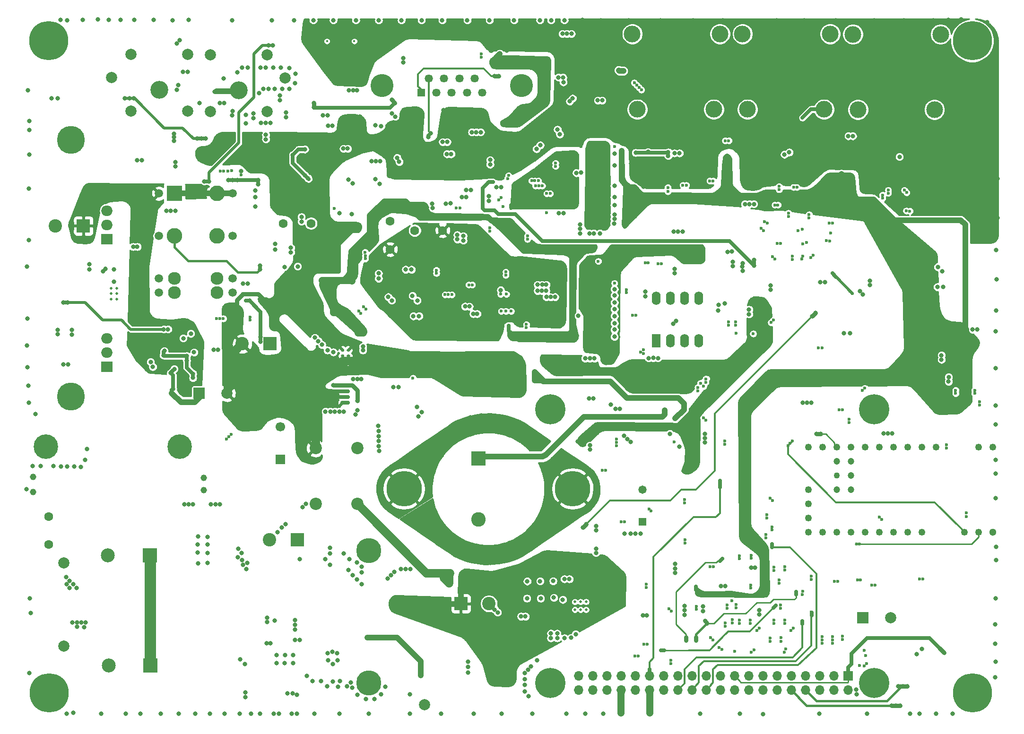
<source format=gbr>
G04 #@! TF.GenerationSoftware,KiCad,Pcbnew,5.1.5-52549c5~84~ubuntu18.04.1*
G04 #@! TF.CreationDate,2020-01-14T00:11:37-08:00*
G04 #@! TF.ProjectId,Pi_Blackbox,50695f42-6c61-4636-9b62-6f782e6b6963,R3*
G04 #@! TF.SameCoordinates,Original*
G04 #@! TF.FileFunction,Copper,L2,Inr*
G04 #@! TF.FilePolarity,Positive*
%FSLAX46Y46*%
G04 Gerber Fmt 4.6, Leading zero omitted, Abs format (unit mm)*
G04 Created by KiCad (PCBNEW 5.1.5-52549c5~84~ubuntu18.04.1) date 2020-01-14 00:11:37*
%MOMM*%
%LPD*%
G04 APERTURE LIST*
%ADD10C,1.200000*%
%ADD11C,1.100000*%
%ADD12C,1.300000*%
%ADD13C,1.250000*%
%ADD14C,2.000000*%
%ADD15C,3.200000*%
%ADD16C,1.500000*%
%ADD17C,2.800000*%
%ADD18C,2.300000*%
%ADD19R,2.800000X2.800000*%
%ADD20C,4.400000*%
%ADD21C,1.150000*%
%ADD22C,1.473200*%
%ADD23R,1.473200X1.473200*%
%ADD24C,1.700000*%
%ADD25R,1.700000X1.700000*%
%ADD26C,2.400000*%
%ADD27R,2.400000X2.400000*%
%ADD28C,1.600000*%
%ADD29O,1.600000X2.400000*%
%ADD30R,1.600000X2.400000*%
%ADD31C,4.500000*%
%ADD32C,6.350000*%
%ADD33C,2.600000*%
%ADD34R,2.600000X2.600000*%
%ADD35R,2.500000X2.500000*%
%ADD36C,2.500000*%
%ADD37C,5.000000*%
%ADD38R,2.000000X2.000000*%
%ADD39C,0.500000*%
%ADD40C,0.400000*%
%ADD41C,2.200000*%
%ADD42C,3.000000*%
%ADD43R,1.458000X1.458000*%
%ADD44C,1.458000*%
%ADD45C,4.116000*%
%ADD46C,0.800000*%
%ADD47C,5.400000*%
%ADD48O,2.000000X1.905000*%
%ADD49R,2.000000X1.905000*%
%ADD50C,7.000000*%
%ADD51O,1.700000X1.700000*%
%ADD52C,0.600000*%
%ADD53C,0.650000*%
%ADD54C,1.000000*%
%ADD55C,1.250000*%
%ADD56C,0.750000*%
%ADD57C,0.350000*%
%ADD58C,0.500000*%
%ADD59C,0.250000*%
%ADD60C,1.500000*%
%ADD61C,0.800000*%
%ADD62C,0.450000*%
%ADD63C,2.000000*%
%ADD64C,0.900000*%
%ADD65C,0.254000*%
G04 APERTURE END LIST*
D10*
X206105000Y-118355000D03*
D11*
X206105000Y-115815000D03*
D10*
X208680000Y-118355000D03*
X208680000Y-115815000D03*
X208680000Y-113275000D03*
X206105000Y-113275000D03*
D12*
X234065000Y-125975000D03*
D13*
X231525000Y-125975000D03*
X228985000Y-125975000D03*
X221365000Y-125975000D03*
X218825000Y-125975000D03*
X216285000Y-125975000D03*
X213745000Y-125975000D03*
X211205000Y-125975000D03*
X208665000Y-125975000D03*
X206125000Y-125975000D03*
X203585000Y-125975000D03*
X234065000Y-110735000D03*
X231525000Y-110735000D03*
X223905000Y-110735000D03*
X221365000Y-110735000D03*
X218825000Y-110735000D03*
X216285000Y-110735000D03*
X213745000Y-110735000D03*
X211205000Y-110735000D03*
X208665000Y-110735000D03*
X206125000Y-110735000D03*
X203585000Y-110735000D03*
X201045000Y-125975000D03*
X201045000Y-123435000D03*
X201045000Y-120895000D03*
X201045000Y-110735000D03*
X201045000Y-118355000D03*
D14*
X89847000Y-50589000D03*
X89847000Y-40429000D03*
X79687000Y-50589000D03*
X79687000Y-40429000D03*
D15*
X84767000Y-46789000D03*
D16*
X97880000Y-65330000D03*
X97880000Y-72905000D03*
X97880000Y-80570000D03*
X97880000Y-83110000D03*
X84705000Y-83110000D03*
X84705000Y-80570000D03*
X84705000Y-72950000D03*
X84705000Y-65330000D03*
D17*
X95100000Y-72950000D03*
D18*
X95100000Y-80570000D03*
X95100000Y-83110000D03*
D19*
X87480000Y-65330000D03*
D17*
X95100000Y-65330000D03*
X87480000Y-72950000D03*
D18*
X87480000Y-83110000D03*
X87480000Y-80570000D03*
D20*
X64470000Y-110680000D03*
X88470000Y-110680000D03*
D21*
X62195000Y-116090000D03*
X62220000Y-118780000D03*
X92795000Y-118480000D03*
X92795000Y-116255000D03*
D22*
X171350000Y-118368800D03*
D23*
X171350000Y-124160000D03*
D24*
X106440000Y-107148800D03*
D25*
X106440000Y-112940000D03*
D26*
X99630000Y-92255000D03*
D27*
X104630000Y-92255000D03*
D28*
X64960000Y-128240000D03*
X64960000Y-123240000D03*
D14*
X67670000Y-146390000D03*
X67670000Y-131530000D03*
D29*
X173780000Y-84110000D03*
X181400000Y-91730000D03*
X176320000Y-84110000D03*
X178860000Y-91730000D03*
X178860000Y-84110000D03*
X176320000Y-91730000D03*
X181400000Y-84110000D03*
D30*
X173780000Y-91730000D03*
D14*
X107280000Y-44630000D03*
X76250000Y-44590000D03*
X132262000Y-156874000D03*
D31*
X122340000Y-129270000D03*
X122340000Y-152970000D03*
D32*
X158810000Y-118210000D03*
X128610000Y-118210000D03*
D33*
X141910000Y-123680000D03*
D34*
X141910000Y-112760000D03*
D35*
X83090000Y-130120000D03*
D36*
X75590000Y-130120000D03*
D35*
X83200000Y-149910000D03*
D36*
X75700000Y-149910000D03*
D37*
X68920000Y-55720000D03*
X68920000Y-101660000D03*
D26*
X143810000Y-138790000D03*
D27*
X138810000Y-138790000D03*
D14*
X96930000Y-101120000D03*
D38*
X91930000Y-101120000D03*
D39*
X159210000Y-139880000D03*
X159210000Y-138480000D03*
X160210000Y-139880000D03*
X160210000Y-138480000D03*
X161210000Y-139880000D03*
X161210000Y-138480000D03*
D15*
X98992000Y-46814000D03*
D14*
X93912000Y-40454000D03*
X93912000Y-50614000D03*
X104072000Y-40454000D03*
X104072000Y-50614000D03*
D39*
X118610000Y-95380000D03*
X117610000Y-95380000D03*
X118610000Y-94380000D03*
X117610000Y-94380000D03*
X118610000Y-93380000D03*
X117610000Y-93380000D03*
D40*
X119710000Y-38045000D03*
X114810000Y-38045000D03*
D41*
X120280000Y-110930000D03*
X112780000Y-110930000D03*
X112780000Y-120930000D03*
X120280000Y-120930000D03*
D39*
X117580000Y-100780000D03*
X118580000Y-100780000D03*
X117580000Y-101780000D03*
X118580000Y-101780000D03*
X117580000Y-102780000D03*
X118580000Y-102780000D03*
D42*
X223610000Y-50305000D03*
X209910000Y-50305000D03*
X224710000Y-36805000D03*
X209010000Y-36805000D03*
X203830000Y-50245000D03*
X190130000Y-50245000D03*
X204930000Y-36745000D03*
X189230000Y-36745000D03*
D43*
X131675000Y-47250000D03*
D44*
X133045000Y-44710000D03*
X134415000Y-47250000D03*
X135785000Y-44710000D03*
X137155000Y-47250000D03*
X138525000Y-44710000D03*
X139895000Y-47250000D03*
X141265000Y-44710000D03*
X142635000Y-47250000D03*
D45*
X124660000Y-45980000D03*
X149650000Y-45980000D03*
D42*
X169490000Y-36745000D03*
X185190000Y-36745000D03*
X170390000Y-50245000D03*
X184090000Y-50245000D03*
D28*
X135520000Y-71950000D03*
X130520000Y-71950000D03*
X126140000Y-75330000D03*
X126140000Y-70330000D03*
X106950000Y-70670000D03*
X111950000Y-70670000D03*
D26*
X66180000Y-71130000D03*
D27*
X71180000Y-71130000D03*
D39*
X76150000Y-84270000D03*
X77150000Y-84270000D03*
X76150000Y-83270000D03*
X77150000Y-83270000D03*
X76150000Y-82270000D03*
X77150000Y-82270000D03*
D26*
X104540000Y-127390000D03*
D27*
X109540000Y-127390000D03*
D46*
X156281891Y-102568109D03*
X154850000Y-101975000D03*
X153418109Y-102568109D03*
X152825000Y-104000000D03*
X153418109Y-105431891D03*
X154850000Y-106025000D03*
X156281891Y-105431891D03*
X156875000Y-104000000D03*
D47*
X154850000Y-104000000D03*
D46*
X156281891Y-151568109D03*
X154850000Y-150975000D03*
X153418109Y-151568109D03*
X152825000Y-153000000D03*
X153418109Y-154431891D03*
X154850000Y-155025000D03*
X156281891Y-154431891D03*
X156875000Y-153000000D03*
D47*
X154850000Y-153000000D03*
D46*
X214281891Y-151568109D03*
X212850000Y-150975000D03*
X211418109Y-151568109D03*
X210825000Y-153000000D03*
X211418109Y-154431891D03*
X212850000Y-155025000D03*
X214281891Y-154431891D03*
X214875000Y-153000000D03*
D47*
X212850000Y-153000000D03*
D46*
X214281891Y-102568109D03*
X212850000Y-101975000D03*
X211418109Y-102568109D03*
X210825000Y-104000000D03*
X211418109Y-105431891D03*
X212850000Y-106025000D03*
X214281891Y-105431891D03*
X214875000Y-104000000D03*
D47*
X212850000Y-104000000D03*
D14*
X215750000Y-141350000D03*
D38*
X210750000Y-141350000D03*
D48*
X75420000Y-68390000D03*
X75420000Y-70930000D03*
D49*
X75420000Y-73470000D03*
D48*
X75420000Y-91270000D03*
X75420000Y-93810000D03*
D49*
X75420000Y-96350000D03*
D46*
X232236155Y-152923845D03*
X230380000Y-152155000D03*
X228523845Y-152923845D03*
X227755000Y-154780000D03*
X228523845Y-156636155D03*
X230380000Y-157405000D03*
X232236155Y-156636155D03*
X233005000Y-154780000D03*
D50*
X230380000Y-154780000D03*
D46*
X232236155Y-36103845D03*
X230380000Y-35335000D03*
X228523845Y-36103845D03*
X227755000Y-37960000D03*
X228523845Y-39816155D03*
X230380000Y-40585000D03*
X232236155Y-39816155D03*
X233005000Y-37960000D03*
D50*
X230380000Y-37960000D03*
D46*
X66853478Y-152651733D03*
X64984187Y-151915400D03*
X63141733Y-152716522D03*
X62405400Y-154585813D03*
X63206522Y-156428267D03*
X65075813Y-157164600D03*
X66918267Y-156363478D03*
X67654600Y-154494187D03*
D50*
X65030000Y-154770000D03*
D46*
X66833478Y-36061733D03*
X64964187Y-35325400D03*
X63121733Y-36126522D03*
X62385400Y-37995813D03*
X63186522Y-39838267D03*
X65055813Y-40574600D03*
X66898267Y-39773478D03*
X67634600Y-37904187D03*
D50*
X65010000Y-37950000D03*
D51*
X159855780Y-154276220D03*
X159855780Y-151736220D03*
X162395780Y-154276220D03*
X162395780Y-151736220D03*
X164935780Y-154276220D03*
X164935780Y-151736220D03*
X167475780Y-154276220D03*
X167475780Y-151736220D03*
X170015780Y-154276220D03*
X170015780Y-151736220D03*
X172555780Y-154276220D03*
X172555780Y-151736220D03*
X175095780Y-154276220D03*
X175095780Y-151736220D03*
X177635780Y-154276220D03*
X177635780Y-151736220D03*
X180175780Y-154276220D03*
X180175780Y-151736220D03*
X182715780Y-154276220D03*
X182715780Y-151736220D03*
X185255780Y-154276220D03*
X185255780Y-151736220D03*
X187795780Y-154276220D03*
X187795780Y-151736220D03*
X190335780Y-154276220D03*
X190335780Y-151736220D03*
X192875780Y-154276220D03*
X192875780Y-151736220D03*
X195415780Y-154276220D03*
X195415780Y-151736220D03*
X197955780Y-154276220D03*
X197955780Y-151736220D03*
X200495780Y-154276220D03*
X200495780Y-151736220D03*
X203035780Y-154276220D03*
X203035780Y-151736220D03*
X205575780Y-154276220D03*
X205575780Y-151736220D03*
X208115780Y-154276220D03*
D25*
X208115780Y-151736220D03*
D46*
X191305000Y-77255000D03*
X191305000Y-78230000D03*
D52*
X140830000Y-81680000D03*
X140230000Y-81680000D03*
X143665000Y-63375000D03*
X144260000Y-63280000D03*
D46*
X119217500Y-69017500D03*
X117055000Y-68880000D03*
D52*
X116155000Y-67985000D03*
D46*
X124060000Y-80550000D03*
X124060000Y-79640000D03*
D52*
X203510000Y-145900000D03*
X203510000Y-145290000D03*
X203510000Y-144700000D03*
X230820000Y-100580000D03*
X230820000Y-101140000D03*
X121370000Y-85600000D03*
X121780000Y-86010000D03*
X182670000Y-98530000D03*
X182660000Y-99130000D03*
X225753038Y-110328038D03*
X225752029Y-110927029D03*
X205340000Y-145870000D03*
X205340000Y-145280000D03*
X205340000Y-144680000D03*
X227400000Y-100560000D03*
X227400000Y-101130000D03*
X120485000Y-86365000D03*
X120895000Y-86775000D03*
X181230000Y-100060000D03*
X181230000Y-100660000D03*
X211140000Y-100190000D03*
X210725000Y-100605000D03*
X229300000Y-123190000D03*
X229300000Y-122550000D03*
D46*
X121060000Y-135320000D03*
X118690000Y-132760000D03*
X120210000Y-134470000D03*
X119415000Y-133675000D03*
X100200000Y-155550000D03*
X100200000Y-154700000D03*
X121060000Y-133160000D03*
X120155000Y-131455000D03*
X118830000Y-130790000D03*
X121060000Y-132170000D03*
X117810740Y-129800740D03*
X99268000Y-148772000D03*
X100083000Y-149587000D03*
X191730000Y-85608447D03*
X191730000Y-86355000D03*
X191730000Y-87030000D03*
X110250000Y-69530000D03*
X110250000Y-70340000D03*
X100585000Y-81505000D03*
X99790000Y-81500000D03*
X145105000Y-42075000D03*
X145755000Y-40355000D03*
X152450000Y-42640000D03*
X109575000Y-78385000D03*
X107222500Y-78477500D03*
X136340000Y-56090000D03*
X135530000Y-56090000D03*
X151915000Y-42105000D03*
X164100000Y-48650000D03*
X163320000Y-48650000D03*
X114980000Y-53190000D03*
X115790000Y-53200000D03*
X124306998Y-59553002D03*
X123606998Y-59553002D03*
X122836998Y-59553002D03*
X114905000Y-93405000D03*
X115960000Y-93740000D03*
X119470000Y-98550000D03*
X120270000Y-98550000D03*
X120980000Y-98550000D03*
X127045000Y-51535000D03*
X126460000Y-50960000D03*
X154380000Y-94630000D03*
X153555000Y-94605000D03*
X154355000Y-95430000D03*
X153555000Y-95405000D03*
D52*
X134410000Y-79610000D03*
X134410000Y-79060000D03*
X179020000Y-115160000D03*
X179620000Y-115160000D03*
D46*
X160275000Y-110255000D03*
X159735000Y-109715000D03*
D52*
X193870000Y-90690000D03*
X193870000Y-91260000D03*
X130205000Y-98405000D03*
D46*
X113281000Y-91781000D03*
X112646000Y-91146000D03*
X113916000Y-92416000D03*
X126420000Y-84484000D03*
X125785000Y-83849000D03*
X150995000Y-42075000D03*
X150135000Y-42075000D03*
X146420000Y-52750000D03*
X147230000Y-52750000D03*
X148040000Y-52750000D03*
X148785000Y-52375000D03*
D52*
X101055000Y-88025000D03*
X101055000Y-87435000D03*
D46*
X87400000Y-54610000D03*
X87400000Y-55930000D03*
X87400000Y-55260000D03*
X150915000Y-129075000D03*
X145365000Y-131300000D03*
X142615000Y-131400000D03*
X142415000Y-105100000D03*
X140515000Y-105425000D03*
X156760000Y-112830000D03*
X144590000Y-105150000D03*
X146340000Y-105300000D03*
X153000000Y-110230000D03*
X151480000Y-108900000D03*
X150040000Y-107890000D03*
X148530000Y-106790000D03*
X147800000Y-105750000D03*
X155450000Y-113300000D03*
X158930000Y-112830000D03*
X159800000Y-113410000D03*
X160670000Y-114000000D03*
X161620000Y-114660000D03*
X162410000Y-115490000D03*
X162960000Y-116390000D03*
X163240000Y-117220000D03*
X163230000Y-119570000D03*
X162790000Y-120550000D03*
X162070000Y-121480000D03*
X161170000Y-122220000D03*
X160140000Y-122780000D03*
X159170000Y-123420000D03*
X158010000Y-124280000D03*
X156980000Y-125070000D03*
X155860000Y-125840000D03*
X144040000Y-131500000D03*
X148840000Y-130275000D03*
X137770000Y-129870000D03*
X124320000Y-119600000D03*
X124100000Y-118080000D03*
X124460000Y-116430000D03*
X125620000Y-114860000D03*
X127190000Y-113780000D03*
X128840000Y-112710000D03*
X125170000Y-120920000D03*
X126550000Y-122160000D03*
X128670000Y-123650000D03*
X129780000Y-124390000D03*
X131400000Y-125490000D03*
X132920000Y-126510000D03*
X135015000Y-128200000D03*
X141665000Y-128425000D03*
X143465000Y-128700000D03*
X140315000Y-130900000D03*
X137615000Y-126850000D03*
X135720000Y-125260000D03*
X134860000Y-124200000D03*
X134100000Y-122940000D03*
X133640000Y-121550000D03*
X133040128Y-118250000D03*
X131020000Y-111170000D03*
X132470000Y-110160000D03*
X133890000Y-109220000D03*
X135530000Y-108130000D03*
X137540000Y-106660000D03*
X151720000Y-125110000D03*
X152800000Y-123790000D03*
X153580000Y-122390000D03*
X154170000Y-120280000D03*
X154310000Y-118250000D03*
X154090000Y-116280000D03*
X153615000Y-115000000D03*
X151290000Y-110950000D03*
X150365000Y-110000000D03*
X149450000Y-109250000D03*
X147700000Y-108310000D03*
X145430000Y-107690000D03*
X143490000Y-107560000D03*
X141480000Y-107660000D03*
X139500000Y-108400000D03*
X137880000Y-109310000D03*
X136460000Y-110280000D03*
X135290000Y-111740000D03*
X133930000Y-113590000D03*
X147490000Y-127925000D03*
X161900000Y-94880000D03*
X162730000Y-94880000D03*
X161060000Y-94870000D03*
X158020000Y-112690000D03*
X144140000Y-145270000D03*
X143107500Y-143402500D03*
X138925000Y-140905000D03*
X139500000Y-141480000D03*
X140115000Y-142095000D03*
X138802500Y-137397500D03*
X138802500Y-134767500D03*
X135270000Y-138840000D03*
X134510000Y-138840000D03*
X129510000Y-138770000D03*
X130900000Y-138770000D03*
X146090000Y-148520000D03*
X146120000Y-149330000D03*
X166470000Y-137035000D03*
X166470000Y-137760000D03*
X157590000Y-130570000D03*
X158589999Y-131569999D03*
X156600000Y-131560000D03*
X150230000Y-151230000D03*
X150230000Y-152355000D03*
X150230000Y-153355000D03*
X150230000Y-154505000D03*
X150892500Y-155417500D03*
D52*
X211068750Y-147201250D03*
X211270000Y-148060000D03*
X211445000Y-149495000D03*
X211020000Y-149920000D03*
X210147500Y-149842500D03*
D46*
X152430000Y-148970000D03*
X151380000Y-150080000D03*
X150817500Y-150642500D03*
X221400000Y-146880000D03*
X220410000Y-147870000D03*
X140755000Y-54330000D03*
X141560000Y-54330000D03*
X142350000Y-54330000D03*
X157150000Y-45380000D03*
X156267500Y-44512500D03*
X157082500Y-44512500D03*
X187460259Y-77571745D03*
X187460259Y-78371745D03*
X111410000Y-62590000D03*
X110830000Y-62040000D03*
X110850000Y-57400000D03*
X108700000Y-58420000D03*
X133750000Y-67950000D03*
D52*
X146020000Y-86400000D03*
X147800000Y-86400000D03*
X146880000Y-86400000D03*
D46*
X133617500Y-67126500D03*
D52*
X138630000Y-67940000D03*
X138005000Y-67955000D03*
X147340000Y-62100000D03*
X147160000Y-62660000D03*
D46*
X153015000Y-56665000D03*
X152340000Y-57330000D03*
X104717798Y-145872202D03*
X104020000Y-145870000D03*
X175280000Y-104140000D03*
X175280000Y-104950000D03*
D52*
X194635000Y-76645000D03*
X195035000Y-77045000D03*
X198150000Y-76580000D03*
X201910000Y-76370000D03*
X201470000Y-76800000D03*
X198150000Y-77170000D03*
X186500000Y-139610000D03*
X186510000Y-139030000D03*
X198172500Y-109647500D03*
X197772500Y-110047500D03*
X197392500Y-110492500D03*
D46*
X196740000Y-58335000D03*
X197610000Y-57935000D03*
X177050000Y-58105000D03*
X177950000Y-58105000D03*
X80855000Y-59405000D03*
X81680000Y-59405000D03*
D52*
X95050000Y-87730000D03*
X95650000Y-87730000D03*
X96260000Y-87730000D03*
X192580000Y-71570000D03*
X192990000Y-71980000D03*
X194560000Y-125580000D03*
X194560000Y-125030000D03*
X214310000Y-65610000D03*
X214310000Y-66180000D03*
X204770000Y-70590000D03*
X205340000Y-70590000D03*
X201590000Y-134460000D03*
X201590000Y-133860000D03*
X208495000Y-82785000D03*
X208915000Y-83205000D03*
X205790000Y-80080000D03*
X205380000Y-79640000D03*
X199980000Y-71690000D03*
X199210000Y-72020000D03*
X195020000Y-67370000D03*
X195570000Y-67370000D03*
X199980000Y-137180000D03*
X199990000Y-136580000D03*
X194150000Y-119920000D03*
X194575000Y-120345000D03*
X150525000Y-88775000D03*
X150525000Y-89380000D03*
X196750000Y-147500000D03*
X196990000Y-146950000D03*
X167540000Y-124120000D03*
X168130000Y-124120000D03*
X150710000Y-73500000D03*
X150710000Y-72920000D03*
X146840000Y-79370000D03*
X146840000Y-79960000D03*
X214142500Y-123692500D03*
X213717500Y-123267500D03*
X155750000Y-60450000D03*
X155750000Y-59900000D03*
X176410000Y-149530000D03*
X176410000Y-148920000D03*
D46*
X212018000Y-80928000D03*
X212018000Y-81690000D03*
X158297000Y-48797000D03*
X158805000Y-48289000D03*
D52*
X220955000Y-134355000D03*
X221555000Y-134355000D03*
X96815000Y-109315000D03*
X97235000Y-108895000D03*
X97665000Y-108465000D03*
D46*
X85530000Y-94305000D03*
X85692500Y-93517500D03*
X89705000Y-94430000D03*
X89705000Y-95230000D03*
X90805000Y-98355000D03*
X90805000Y-97605000D03*
X161745000Y-102015000D03*
X162495000Y-102015000D03*
D52*
X174140000Y-77930000D03*
X174750000Y-77930000D03*
X171490000Y-93350000D03*
X171510000Y-93970000D03*
X170990000Y-93700000D03*
D46*
X174080000Y-94800000D03*
X173250000Y-94790000D03*
X171855000Y-82925000D03*
X128450000Y-41860000D03*
X128450000Y-41080000D03*
X171855000Y-83725000D03*
X177090000Y-78830000D03*
X177095000Y-79575000D03*
X152005000Y-98855000D03*
X152005000Y-98055000D03*
X152005000Y-97255000D03*
X172420000Y-94810000D03*
X178750000Y-104030000D03*
X177960000Y-104800000D03*
X177070000Y-105630000D03*
D52*
X169850000Y-45480000D03*
X170270000Y-45900000D03*
X170700000Y-46330000D03*
X171120000Y-46750000D03*
D46*
X101640000Y-51020000D03*
X101640000Y-51800000D03*
D52*
X183960000Y-63070000D03*
X183360000Y-63070000D03*
X185200000Y-117955000D03*
X185200000Y-117385000D03*
X185200000Y-116795000D03*
X186775000Y-55855000D03*
X186130000Y-55855000D03*
X182660000Y-105940000D03*
X182250000Y-105530000D03*
X208310000Y-106390000D03*
X208310000Y-105790000D03*
D46*
X208980000Y-55030000D03*
X208180000Y-55030000D03*
X136930000Y-67105000D03*
X136130000Y-67130000D03*
D52*
X145920000Y-83350000D03*
X146940000Y-83350000D03*
X146010000Y-66070000D03*
D46*
X145920000Y-82630000D03*
D52*
X145554134Y-66444134D03*
D46*
X156095000Y-53855000D03*
X156500000Y-54700000D03*
X114890000Y-153570000D03*
X119370000Y-153830000D03*
X115830000Y-152760000D03*
X116820000Y-153720000D03*
X117100000Y-152630000D03*
X118420000Y-153610000D03*
X119050000Y-152910000D03*
X111250000Y-151740000D03*
X113725000Y-152665000D03*
X112215000Y-152665000D03*
X120270000Y-155130000D03*
X121780000Y-155870000D03*
X124500000Y-155040000D03*
X125270000Y-153700000D03*
X123280000Y-155850000D03*
X175930000Y-57930000D03*
X175930000Y-58580000D03*
X172305000Y-57880000D03*
X170105000Y-58005000D03*
D52*
X187830000Y-147350000D03*
D46*
X225380000Y-147600000D03*
X224575000Y-146795000D03*
X217350000Y-58745000D03*
X102905000Y-91055000D03*
X102955000Y-91855000D03*
X100930000Y-84505000D03*
D52*
X100260329Y-84505000D03*
D46*
X87480000Y-96755000D03*
X86830000Y-97505000D03*
X87230000Y-100305000D03*
X87017500Y-101067500D03*
X127390000Y-58910000D03*
X127760000Y-59640000D03*
X123450000Y-53140000D03*
X124540834Y-53239166D03*
X144040000Y-59320000D03*
X144050000Y-60120000D03*
X112920000Y-38550000D03*
X112910000Y-37710000D03*
X145170000Y-64225001D03*
X146050000Y-64225001D03*
X137290000Y-60250000D03*
X135020000Y-60250000D03*
X143690000Y-62075000D03*
X144545000Y-62075000D03*
X221060000Y-55840000D03*
X221050000Y-56650000D03*
X221040000Y-57450000D03*
X214210000Y-60180000D03*
X211630000Y-60180000D03*
X218490000Y-61305000D03*
X210715000Y-64380000D03*
X211480000Y-64380000D03*
X181605000Y-58230000D03*
X181605000Y-57455000D03*
X172230000Y-59930000D03*
X169990000Y-59930000D03*
X169280000Y-59930000D03*
X189280000Y-59930000D03*
X189960000Y-59930000D03*
X192070000Y-59930000D03*
X198820000Y-58455000D03*
X198820000Y-59255000D03*
X178950000Y-58805000D03*
X178950000Y-61030000D03*
X193755000Y-53255000D03*
X194705000Y-53280000D03*
X201430000Y-56955000D03*
X201430000Y-55715000D03*
X191590000Y-64130000D03*
X172345000Y-64135000D03*
X171505000Y-64135000D03*
X191555000Y-63355000D03*
X160140000Y-72480000D03*
X160140000Y-71670000D03*
X160140000Y-70870000D03*
X157220000Y-68815000D03*
X156340000Y-68815000D03*
X171780000Y-52705000D03*
X172530000Y-52705000D03*
X173180000Y-53055000D03*
X159480000Y-61630000D03*
X160305000Y-61605000D03*
X189255000Y-77805000D03*
X189255000Y-79208447D03*
X189230000Y-78455000D03*
X191280000Y-67205000D03*
X190470000Y-67220000D03*
X189660000Y-67220000D03*
X166305000Y-69905000D03*
X166305000Y-69105000D03*
X161805000Y-72480000D03*
X162605000Y-72480000D03*
X163705000Y-72480000D03*
X166280000Y-70705000D03*
X186050000Y-85030000D03*
X184920000Y-85260000D03*
X184890000Y-86310000D03*
X168900000Y-34280000D03*
X160530000Y-34255000D03*
X234650000Y-86330000D03*
X234730000Y-80730000D03*
X234650000Y-75490000D03*
X234930000Y-69680000D03*
X234870000Y-62650000D03*
X234720000Y-55390000D03*
X234720000Y-49560000D03*
X234720000Y-43030000D03*
X234710000Y-37550000D03*
X233040000Y-34680000D03*
X226080000Y-34220000D03*
X228390000Y-34170000D03*
X223410000Y-34280000D03*
X218130000Y-34280000D03*
X212840000Y-34280000D03*
X205930000Y-34280000D03*
X200320000Y-34280000D03*
X195390000Y-34280000D03*
X185720000Y-34280000D03*
X180420000Y-34280000D03*
X174560000Y-34280000D03*
X163850000Y-34280000D03*
X166305000Y-67430000D03*
X166305000Y-65955000D03*
X166305000Y-63955000D03*
X166305000Y-60305000D03*
X166305000Y-58180000D03*
X150005000Y-59505000D03*
X146040000Y-61890000D03*
X151123996Y-55010000D03*
X152543996Y-53590000D03*
X155403996Y-50730000D03*
X160540000Y-50730000D03*
X163370000Y-50730000D03*
X165900000Y-50730000D03*
X167950000Y-51800000D03*
X213730000Y-54310000D03*
X213255000Y-53680000D03*
X104210000Y-84515000D03*
X104985000Y-84515000D03*
X98680000Y-87205000D03*
X99455000Y-87005000D03*
X89080000Y-91255000D03*
X90430000Y-90430000D03*
X92190000Y-58030000D03*
X92965000Y-58030000D03*
X93740000Y-58030000D03*
X117360000Y-54880000D03*
X99430000Y-61280000D03*
X118170000Y-54935000D03*
X101400000Y-55110000D03*
X115130000Y-70780000D03*
X119242500Y-71992500D03*
X117061250Y-70948750D03*
X116860000Y-79250000D03*
X116070000Y-79250000D03*
X106421250Y-67508750D03*
X106981250Y-68068750D03*
X105876250Y-66963750D03*
X113725000Y-79250000D03*
X114490000Y-79250000D03*
X164825000Y-40960000D03*
X162060000Y-40960000D03*
X146725000Y-56215000D03*
X126060000Y-62070000D03*
X126060000Y-61270000D03*
X143835000Y-66625000D03*
X143800000Y-65840000D03*
X163550000Y-38455000D03*
X148960000Y-56220000D03*
X150005000Y-56128996D03*
X138865000Y-53665000D03*
X139630000Y-53420000D03*
X158080000Y-38190000D03*
X155925000Y-38545000D03*
X147055000Y-39695000D03*
X147055000Y-39015000D03*
X144200000Y-39600000D03*
X144200000Y-38870000D03*
X160560000Y-39090000D03*
X163550000Y-46890000D03*
X169760000Y-39830000D03*
X168960000Y-39850000D03*
X163550000Y-42830000D03*
X224870000Y-95075000D03*
X224870000Y-94300000D03*
X230450000Y-89710000D03*
X231270000Y-89710000D03*
X113111250Y-105038750D03*
X112581250Y-104508750D03*
X112285000Y-99145000D03*
X110942500Y-101707500D03*
X126330000Y-35655000D03*
X127130000Y-35655000D03*
X138505000Y-36205000D03*
X139265000Y-36205000D03*
X122495000Y-39535000D03*
X123075000Y-38955000D03*
X110945000Y-35655000D03*
X111695000Y-35655000D03*
X120920000Y-44680000D03*
X120690000Y-51620000D03*
X120700000Y-52430000D03*
X113695000Y-85835000D03*
X111935000Y-85215000D03*
X110595000Y-83945000D03*
X131110000Y-94350000D03*
X130450000Y-94350000D03*
X139950000Y-100000000D03*
X139340000Y-100580000D03*
X149250000Y-100350000D03*
X148340000Y-100500000D03*
X159840000Y-87240000D03*
X153505000Y-87255000D03*
X194300000Y-81790000D03*
X190400000Y-86120000D03*
X190400000Y-86940000D03*
X194300000Y-82590000D03*
D52*
X197470000Y-69420000D03*
X197470000Y-68830000D03*
X201165000Y-69715000D03*
X201160000Y-69100000D03*
X193700000Y-70590000D03*
X193167500Y-70352500D03*
X204995000Y-72395000D03*
X200060000Y-76580000D03*
X154130000Y-68800000D03*
X163405000Y-77465000D03*
X191140000Y-90440000D03*
X188057132Y-90372868D03*
X199835010Y-77083205D03*
X166305000Y-56925000D03*
X166305000Y-55935000D03*
X165280828Y-55080828D03*
X163250755Y-55090755D03*
X161360000Y-55100000D03*
X160415000Y-56045000D03*
X160350000Y-56880000D03*
X225145000Y-67385000D03*
X225145000Y-66785000D03*
X225145000Y-66165000D03*
D46*
X124020000Y-97324990D03*
X124970000Y-97324990D03*
D52*
X166685000Y-110535000D03*
X166685000Y-109935000D03*
X166685000Y-109335000D03*
X137280000Y-80120000D03*
X144720000Y-86930000D03*
D46*
X141480000Y-88260000D03*
X141480000Y-89040000D03*
X145410000Y-87580000D03*
D52*
X144740000Y-82840000D03*
X166310000Y-81390000D03*
D46*
X166310000Y-82450000D03*
X166310000Y-83600000D03*
X166310000Y-84880000D03*
X166310000Y-86050000D03*
X166310000Y-87270000D03*
X166310000Y-88550000D03*
X166310000Y-89710000D03*
X166310000Y-90980000D03*
X145320000Y-91320000D03*
X143430000Y-91320000D03*
X141850000Y-91320000D03*
X139320000Y-91320000D03*
X137150000Y-91320000D03*
X134900000Y-91320000D03*
X132830000Y-91320000D03*
X130335000Y-91205000D03*
X128775000Y-89645000D03*
X127390000Y-88260000D03*
X125680000Y-86550000D03*
X124275000Y-85145000D03*
X121340000Y-81400000D03*
X121340000Y-80320000D03*
X122000000Y-78920000D03*
X142190001Y-72749999D03*
X130220000Y-75310000D03*
X146388760Y-76791240D03*
X144747262Y-75132738D03*
X134390000Y-73080000D03*
X133460000Y-74010000D03*
X141400000Y-50370000D03*
X139490000Y-50380000D03*
X135720000Y-50390000D03*
X137630000Y-50420000D03*
X130690000Y-50390000D03*
X153796998Y-52336998D03*
D52*
X203465000Y-92985000D03*
X202860000Y-92985000D03*
D46*
X234730000Y-65830000D03*
X234655000Y-59005000D03*
X234630000Y-52355000D03*
X234630000Y-46005000D03*
D52*
X99400000Y-61970000D03*
X152015000Y-86885000D03*
D46*
X123460000Y-56900000D03*
X124175437Y-57414563D03*
X102150000Y-54830000D03*
X87908750Y-38428750D03*
X88468750Y-37868750D03*
X119930000Y-104940000D03*
X120260000Y-104150000D03*
X120250000Y-102470000D03*
X115930000Y-99690000D03*
X167110000Y-43240000D03*
X167910000Y-43340000D03*
X91017500Y-93767500D03*
X176930000Y-72155000D03*
X177705000Y-72155000D03*
X178505000Y-72155000D03*
X114552500Y-104380000D03*
X115410000Y-104380000D03*
X116230000Y-104380000D03*
X117020000Y-104380000D03*
X117800000Y-104380000D03*
X140040000Y-151110000D03*
X140040000Y-150120000D03*
X140040000Y-149170000D03*
X122060000Y-144920000D03*
X123060000Y-144920000D03*
X124100000Y-144920000D03*
X125250000Y-144920000D03*
X131640000Y-149140000D03*
X131640000Y-150290000D03*
X131640000Y-151690000D03*
X130880000Y-148380000D03*
X66620000Y-89780000D03*
X66620000Y-90530000D03*
X85590000Y-89650000D03*
X86330000Y-89650000D03*
X67590000Y-84840000D03*
X68390000Y-84840000D03*
X69160000Y-89800000D03*
X69160000Y-90590000D03*
X95300000Y-93300000D03*
X94510000Y-93300000D03*
X67620000Y-95910000D03*
X68420000Y-95910000D03*
D52*
X142440000Y-40930000D03*
X142440000Y-40350000D03*
D46*
X162996000Y-125632000D03*
X162996000Y-124870000D03*
D52*
X207130000Y-104100000D03*
X206530000Y-104100000D03*
X186065000Y-110270000D03*
X186030000Y-109680000D03*
D46*
X156980000Y-36710010D03*
X157780000Y-36710010D03*
X158610000Y-36710010D03*
X121245000Y-93405000D03*
X121260000Y-92750000D03*
X98890000Y-130470000D03*
X99500000Y-129760000D03*
X98960000Y-129000000D03*
X99740000Y-131850000D03*
X99640000Y-130960000D03*
X100530000Y-131530000D03*
X100400000Y-132570000D03*
X217495000Y-157055000D03*
X216720000Y-157055000D03*
X215945000Y-157055000D03*
X218695000Y-153605000D03*
X217945000Y-153605000D03*
X217170000Y-153605000D03*
X140320000Y-85560000D03*
X139550000Y-85550000D03*
X138150000Y-73520000D03*
X138150000Y-72740000D03*
D52*
X164755000Y-114885000D03*
X164160000Y-114900000D03*
D46*
X130130000Y-83640000D03*
X130990000Y-84500000D03*
X141705000Y-86885000D03*
X141015000Y-86885000D03*
X112500000Y-49880000D03*
X112510000Y-49080000D03*
X126960000Y-49110000D03*
X126410000Y-48540000D03*
X139240000Y-73730000D03*
X139240000Y-72940000D03*
X130290000Y-87290000D03*
X131300000Y-87290000D03*
X171000000Y-126230000D03*
X170060000Y-126230000D03*
X169170000Y-126230000D03*
X168080000Y-126230000D03*
X71570000Y-142180000D03*
X69230000Y-142180000D03*
X70100000Y-142180000D03*
X70850000Y-142180000D03*
X70050000Y-142970000D03*
X71335950Y-143014050D03*
X70020000Y-135990000D03*
X69374050Y-135315950D03*
X68739050Y-134680950D03*
X68124050Y-134065950D03*
X68160000Y-135300000D03*
X68700000Y-135990000D03*
X72280000Y-78930000D03*
X72280000Y-78030000D03*
X80067500Y-65342500D03*
X79267500Y-65342500D03*
X78467500Y-65342500D03*
X77667500Y-65342500D03*
X76867500Y-65342500D03*
X82761250Y-65648750D03*
X83361250Y-66248750D03*
X83480000Y-67130000D03*
X81080000Y-85630000D03*
X81080000Y-86430000D03*
X81080000Y-87330000D03*
X89255000Y-98505000D03*
X88955000Y-99630000D03*
X88980000Y-100405000D03*
X102820000Y-78220000D03*
X102820000Y-78930000D03*
X89300000Y-121000000D03*
X90050000Y-121000000D03*
X90810000Y-121000000D03*
X94060000Y-121000000D03*
X94870000Y-121000000D03*
X95670000Y-121000000D03*
X124128111Y-111401889D03*
X124060000Y-110600000D03*
X124060000Y-109700000D03*
X124060000Y-108770000D03*
X124090000Y-107840000D03*
X123986763Y-106963237D03*
X161895000Y-110445000D03*
X161895000Y-111145000D03*
D52*
X187360000Y-138290000D03*
D46*
X145360000Y-70180000D03*
X146790000Y-70180000D03*
X146060000Y-70190000D03*
X207535000Y-63755000D03*
X207535000Y-64505000D03*
X186220000Y-64260000D03*
X185710000Y-65060000D03*
X186480000Y-58655000D03*
X168680000Y-70505000D03*
X169855000Y-69330000D03*
X169855000Y-68530000D03*
X168130000Y-71055000D03*
X159780000Y-75535000D03*
X157680000Y-75417500D03*
X161580000Y-75535000D03*
X170905000Y-65280000D03*
X168905000Y-64230000D03*
X167630000Y-58555000D03*
X167630000Y-57680000D03*
X186760000Y-65010000D03*
X209000000Y-65930000D03*
X208500000Y-65370000D03*
X114700000Y-80870000D03*
X113920000Y-80870000D03*
X117210000Y-86660000D03*
X116230000Y-86670000D03*
X229035000Y-99805000D03*
X229030000Y-100600000D03*
X223270000Y-89660000D03*
X222480000Y-89670000D03*
X230935000Y-92425000D03*
X120367500Y-90250000D03*
X121310000Y-90250000D03*
X118081250Y-87088750D03*
X118666250Y-87673750D03*
X193550001Y-136299999D03*
X193550001Y-135559999D03*
D52*
X186550000Y-136780000D03*
X186025000Y-137075000D03*
X180920000Y-136360000D03*
X180920000Y-135740000D03*
X193720000Y-65610000D03*
X193260000Y-66010000D03*
X118670000Y-80970000D03*
X119260000Y-80970000D03*
X158900000Y-90450000D03*
X158820000Y-89850000D03*
X152240000Y-90340000D03*
X147390000Y-89000000D03*
X147390000Y-89630000D03*
X194350000Y-88430000D03*
X194780000Y-88000000D03*
D46*
X208520000Y-90380000D03*
X207370000Y-90380000D03*
X108350000Y-75850000D03*
X108350000Y-75040000D03*
X103860000Y-52650000D03*
X103030000Y-52650000D03*
X104690000Y-52650000D03*
X103860000Y-54830000D03*
X103860000Y-55600000D03*
X102505000Y-62885000D03*
X102505000Y-63685000D03*
X98760000Y-62960000D03*
X97950000Y-62960000D03*
X97130000Y-62960000D03*
X131815000Y-104525000D03*
X126740000Y-100010000D03*
X127610000Y-100000000D03*
X105530000Y-75380000D03*
X105530000Y-74380000D03*
X87640000Y-59680000D03*
X87640000Y-60480000D03*
X89020000Y-43500000D03*
X89910000Y-43500000D03*
X65450000Y-48290000D03*
X66560000Y-48290000D03*
X131217500Y-105227500D03*
X130940000Y-103550000D03*
X160690000Y-125120000D03*
X161260000Y-124550000D03*
X202310000Y-86730000D03*
X201750000Y-87290000D03*
X120180000Y-46870000D03*
X119480000Y-46870000D03*
X118750000Y-46870000D03*
X92870000Y-63140000D03*
X93670000Y-63140000D03*
X105150000Y-38780000D03*
X104370000Y-38780000D03*
X109100000Y-145320000D03*
X109930000Y-145290000D03*
X107500000Y-51620000D03*
X107500000Y-50830000D03*
X129950000Y-78940000D03*
X128900000Y-78940000D03*
X171430000Y-75980000D03*
X170655000Y-75980000D03*
X71090000Y-34220000D03*
X73770000Y-34170000D03*
X61030000Y-118270000D03*
X131750000Y-34280000D03*
X135450000Y-34280000D03*
X139940000Y-34280000D03*
X143920000Y-34280000D03*
X148320000Y-34280000D03*
X152960000Y-34280000D03*
X157340000Y-34280000D03*
X154960000Y-34280000D03*
X93400000Y-129760000D03*
X91660000Y-129680000D03*
X93400000Y-128180000D03*
X93420000Y-126820000D03*
X91760000Y-126800000D03*
X93410000Y-131540000D03*
X91760000Y-131590000D03*
X91650000Y-128160000D03*
X115820000Y-147410000D03*
X116630000Y-147690000D03*
X114960000Y-147670000D03*
X116710000Y-148910000D03*
X115900000Y-149610000D03*
X115010000Y-148910000D03*
X105780000Y-148020000D03*
X108729951Y-148008941D03*
X108789951Y-149438941D03*
X107289951Y-147998941D03*
X105809951Y-149438941D03*
X102790000Y-158530000D03*
X109470000Y-158540000D03*
X101180000Y-158530000D03*
X99160000Y-158530000D03*
X96470000Y-158530000D03*
X93850000Y-158530000D03*
X91190000Y-158530000D03*
X88250000Y-158530000D03*
X85020000Y-158530000D03*
X81410000Y-158530000D03*
X78750000Y-158530000D03*
X87160000Y-34280000D03*
X90055000Y-34230000D03*
X97870000Y-34280000D03*
X104920000Y-34280000D03*
X108950000Y-34280000D03*
X112380000Y-34280000D03*
X115960000Y-34280000D03*
X120000000Y-34280000D03*
X124080000Y-34280000D03*
X128150000Y-34280000D03*
X226860000Y-158540000D03*
X220950000Y-158540000D03*
X211520000Y-158540000D03*
X202980000Y-158510000D03*
X192900000Y-158620000D03*
X188730000Y-158540000D03*
X181630000Y-158540000D03*
X167440000Y-158540000D03*
X172610000Y-158520000D03*
X105250000Y-158540000D03*
X108480000Y-158540000D03*
X112590000Y-158540000D03*
X117020000Y-158540000D03*
X122330000Y-158540000D03*
X129710000Y-158540000D03*
X135290000Y-158540000D03*
X141090000Y-158540000D03*
X146110000Y-158540000D03*
X151620000Y-158540000D03*
X157660000Y-158540000D03*
X164310000Y-158540000D03*
X161050000Y-158540000D03*
X75740000Y-34180000D03*
X80310000Y-34220000D03*
X83760000Y-34220000D03*
X77810000Y-34220000D03*
X74400000Y-158530000D03*
X223880000Y-158540000D03*
X107209951Y-149448941D03*
X104100000Y-142110000D03*
X219210000Y-158540000D03*
X61290000Y-46870000D03*
X61480000Y-52340000D03*
X178480000Y-76730000D03*
X178480000Y-75980000D03*
X178480000Y-75155000D03*
X177940000Y-110710000D03*
X209630000Y-154205000D03*
X209640000Y-155010000D03*
X106210000Y-158540000D03*
X107714951Y-154865049D03*
X108664951Y-154865049D03*
X109445000Y-155085000D03*
X104070000Y-141300000D03*
X105444951Y-141825049D03*
X109910000Y-130790000D03*
X114550000Y-130790000D03*
X115375000Y-129845000D03*
X115400000Y-131860000D03*
X115375000Y-128815000D03*
X76650000Y-81160000D03*
X76650000Y-78900000D03*
X86040000Y-68430000D03*
X86860000Y-68430000D03*
X87700000Y-68430000D03*
X101942500Y-66005000D03*
X101942500Y-64757500D03*
X101942500Y-67627500D03*
X125718389Y-134258389D03*
X126283389Y-133693389D03*
X126888389Y-133088389D03*
X129760000Y-132600000D03*
X128940000Y-132600000D03*
X128090000Y-132580000D03*
X150632500Y-137847500D03*
X153092500Y-137847500D03*
X155442500Y-137722500D03*
X157050000Y-138090000D03*
X150350000Y-141080000D03*
X149570000Y-141080000D03*
X144865000Y-139845000D03*
X145385000Y-140365000D03*
X111000000Y-120930000D03*
X110460000Y-121470000D03*
X107385000Y-124545000D03*
X106755000Y-125175000D03*
X105960000Y-125970000D03*
X129710000Y-155020000D03*
X103420000Y-46580000D03*
X97880000Y-50555000D03*
X97870000Y-51360000D03*
X104330000Y-46550000D03*
X105480000Y-46550000D03*
X106840000Y-46550000D03*
X108050000Y-46550000D03*
X109110000Y-45600000D03*
X109170000Y-43900000D03*
X108120000Y-42850000D03*
X106540000Y-42790000D03*
X105180000Y-42790000D03*
X103820000Y-42790000D03*
X99580000Y-42790000D03*
X98755000Y-43615000D03*
X96270000Y-44760000D03*
X100260000Y-52730000D03*
X100270000Y-51210000D03*
X171005000Y-75105000D03*
X176835000Y-88685000D03*
X177375000Y-88145000D03*
X166480000Y-103940000D03*
X167280000Y-103940000D03*
X164795000Y-95665000D03*
X164795000Y-94995000D03*
X176230000Y-108370000D03*
X165640000Y-103100000D03*
D52*
X191842399Y-143581000D03*
X192256700Y-143166700D03*
X186101700Y-142881700D03*
X186110000Y-142280000D03*
X197930000Y-143600000D03*
X198346700Y-143226700D03*
X190820000Y-147490000D03*
X191300000Y-147050000D03*
X207170000Y-144590000D03*
X207170000Y-145190000D03*
X177035000Y-109805000D03*
X231660000Y-102670000D03*
X231660000Y-103240000D03*
X181715000Y-99325000D03*
X182260000Y-99870000D03*
X212390000Y-135450000D03*
X213010000Y-135450000D03*
D46*
X191510000Y-132370000D03*
X190780000Y-132370000D03*
X192256700Y-140753300D03*
X192256700Y-140753300D03*
X192256700Y-140003300D03*
D52*
X147810000Y-67990000D03*
X147790000Y-67395000D03*
X146347500Y-67687500D03*
D46*
X65805000Y-114180000D03*
X67155000Y-114230000D03*
X68280000Y-114230000D03*
X69530000Y-114230000D03*
X70780000Y-114280000D03*
X71480000Y-113030000D03*
X71880000Y-111105000D03*
X63555000Y-114180000D03*
X62130000Y-114105000D03*
X62590000Y-104850000D03*
X61430000Y-102790000D03*
X61350000Y-99730000D03*
X61170000Y-96450000D03*
X61130000Y-92590000D03*
X61160000Y-87700000D03*
X61080000Y-78380000D03*
X61420000Y-73660000D03*
X61460000Y-64420000D03*
X61510000Y-58370000D03*
X61470000Y-53970000D03*
X67110000Y-34210000D03*
X68305000Y-34305000D03*
X61550000Y-151210000D03*
X61750000Y-140470000D03*
X61570000Y-137830000D03*
X68200000Y-158510000D03*
X69355000Y-158330000D03*
X234505000Y-152030000D03*
X234530000Y-149205000D03*
X234505000Y-145980000D03*
X234455000Y-142530000D03*
X234580000Y-137880000D03*
X234630000Y-131030000D03*
X234630000Y-128605000D03*
X234530000Y-119905000D03*
X234580000Y-115480000D03*
X234555000Y-113005000D03*
X234530000Y-106705000D03*
X234530000Y-103280000D03*
X234530000Y-96630000D03*
X234530000Y-89980000D03*
X161860000Y-71080000D03*
X162670000Y-71080000D03*
X163440000Y-71080000D03*
X164090000Y-71080000D03*
X203980000Y-81220000D03*
X203180000Y-81220000D03*
X210800000Y-83400000D03*
X210240000Y-82840000D03*
X224220000Y-78490000D03*
X225030000Y-79300000D03*
X96426001Y-49163999D03*
X95596001Y-49163999D03*
X91986001Y-49163999D03*
X88140000Y-45890000D03*
X87951000Y-46789000D03*
X102670000Y-47370000D03*
X102900000Y-42750000D03*
X100650000Y-42780000D03*
X156050000Y-144970000D03*
X154890000Y-144970000D03*
X156050000Y-144140000D03*
X154920000Y-144130000D03*
X157356261Y-144956261D03*
X158497500Y-144912500D03*
X159356250Y-144256250D03*
X155320000Y-134750000D03*
X157340000Y-134390000D03*
X158230000Y-134390000D03*
X152987500Y-134770000D03*
X150680000Y-134790000D03*
X109120000Y-143400000D03*
X109120000Y-142580000D03*
X109120000Y-141770000D03*
X83620000Y-96360000D03*
X83230000Y-95505000D03*
X80105000Y-74855000D03*
X80855000Y-74855000D03*
X74720000Y-79270000D03*
X75180000Y-78810000D03*
X136880000Y-133330000D03*
X136880000Y-134230000D03*
X136727500Y-135177500D03*
X135780000Y-134230000D03*
X135780000Y-133430000D03*
D52*
X95715000Y-61295000D03*
X96340000Y-61295000D03*
X97090000Y-61295000D03*
X97723993Y-61223993D03*
D46*
X94670000Y-47080000D03*
X95490000Y-47080000D03*
X96310000Y-47080000D03*
X97070000Y-47080000D03*
X117750000Y-57290000D03*
X118520000Y-57290000D03*
X114900000Y-51360000D03*
X114120000Y-51360000D03*
X139780000Y-65980000D03*
X138980000Y-65980000D03*
X118700000Y-62800000D03*
X119420000Y-63520000D03*
X140550000Y-64675000D03*
X139735000Y-64675000D03*
D52*
X121680000Y-77010000D03*
X121680000Y-76430000D03*
X121634315Y-75835685D03*
X137170000Y-83450000D03*
X136560000Y-83450000D03*
X135970000Y-83450000D03*
D46*
X123460000Y-62770000D03*
X124240000Y-63640000D03*
D52*
X168475000Y-83115000D03*
X168475000Y-82565000D03*
D46*
X162996000Y-129696000D03*
X162996000Y-128934000D03*
D52*
X199960000Y-141880000D03*
X199960000Y-142440000D03*
X201590000Y-140340000D03*
X201600000Y-140940000D03*
X194560000Y-128100000D03*
X194560000Y-128700000D03*
X190770000Y-130140000D03*
X190770000Y-130690000D03*
D46*
X186580000Y-75755000D03*
X187355000Y-75735260D03*
D52*
X196080000Y-74260000D03*
X195480000Y-74260000D03*
X204880000Y-73820000D03*
X204280000Y-73780000D03*
X200050000Y-74370000D03*
X200670000Y-74110000D03*
D46*
X185360000Y-135650000D03*
X186110000Y-135650000D03*
D52*
X218225000Y-64735000D03*
X218635000Y-65145000D03*
X198390000Y-64200000D03*
X198970000Y-64210000D03*
X178550000Y-63847500D03*
X179158939Y-63847500D03*
X186743947Y-88356053D03*
X186734990Y-88935968D03*
X183510000Y-144900000D03*
X185535000Y-146955000D03*
X183930000Y-145330000D03*
X185000000Y-146680000D03*
D46*
X155650000Y-83850000D03*
X154890000Y-83860000D03*
X154120000Y-83860000D03*
X182160000Y-139320000D03*
X182160000Y-140120000D03*
D52*
X154170000Y-65320000D03*
X154780000Y-65320000D03*
X172872500Y-122212500D03*
X172472500Y-121812500D03*
X170560000Y-148220000D03*
X170010000Y-148220000D03*
X196149999Y-144920001D03*
X196140000Y-145520000D03*
X209820000Y-134570000D03*
X210370000Y-134570000D03*
X194200000Y-144970000D03*
X194200000Y-145530000D03*
X172130000Y-146060000D03*
X171550000Y-146060000D03*
X205680000Y-134800000D03*
X206260000Y-134800000D03*
X174610000Y-147160000D03*
X175180000Y-147160000D03*
X194751182Y-139568234D03*
X195167361Y-139163173D03*
X188710000Y-142330000D03*
X188710000Y-141730000D03*
X188700000Y-130230000D03*
X188700000Y-130780000D03*
X215340000Y-64710000D03*
X215340000Y-65270000D03*
X195790000Y-64640000D03*
X195790000Y-64040000D03*
X175870000Y-64250000D03*
X175870000Y-64970000D03*
X187989367Y-88346198D03*
X187995010Y-88921313D03*
X219200000Y-68480000D03*
X218570000Y-68420000D03*
X190660000Y-142320000D03*
X190660000Y-141760000D03*
X190690000Y-135460000D03*
X190690000Y-136020000D03*
X194850000Y-142340000D03*
X194850000Y-141750000D03*
X194890000Y-132240000D03*
X194890000Y-132820000D03*
X196800000Y-142340000D03*
X196800000Y-141760000D03*
X196820000Y-132190000D03*
X196820000Y-132760000D03*
D46*
X178880000Y-140790000D03*
X178890000Y-139200000D03*
X178890000Y-139990000D03*
X154090000Y-81660000D03*
X153340000Y-81660000D03*
X152530000Y-81670000D03*
D52*
X151480000Y-63040000D03*
X152060000Y-63040000D03*
X152660000Y-63040000D03*
X178905926Y-127964074D03*
X178905573Y-127384427D03*
X178901185Y-120183815D03*
X178901520Y-120790000D03*
D46*
X154060000Y-82740000D03*
X153300000Y-82750000D03*
X152520000Y-82750000D03*
X177160000Y-132500000D03*
X177160000Y-131710000D03*
X177150000Y-133300000D03*
D52*
X153370000Y-63940000D03*
X152760000Y-63940000D03*
X152150000Y-63940000D03*
X176085000Y-139745000D03*
X176500000Y-140160000D03*
X144005000Y-71455000D03*
X144005000Y-72030000D03*
X172030000Y-135330000D03*
X172030000Y-135930000D03*
X193415000Y-127035000D03*
X193415000Y-126460000D03*
X188050000Y-138980000D03*
X188060000Y-139580000D03*
X187410000Y-142280000D03*
X187420000Y-141680000D03*
D46*
X203260000Y-108410000D03*
X202470000Y-108410000D03*
D52*
X195810000Y-134550000D03*
X195820000Y-135148001D03*
X196050000Y-139060000D03*
X196050000Y-139660000D03*
X182850000Y-142340000D03*
X182480000Y-141860000D03*
X180970000Y-139250000D03*
X180970000Y-139830000D03*
X180870000Y-145370000D03*
X180870000Y-144770000D03*
X198810000Y-136640000D03*
X198810000Y-137210000D03*
D46*
X168040000Y-108740000D03*
X168605000Y-109305000D03*
X169165000Y-109865000D03*
X182520000Y-108370000D03*
X182520000Y-109160000D03*
X182520000Y-109930000D03*
X201580000Y-102790000D03*
X200800000Y-102790000D03*
X200030000Y-102790000D03*
X224140000Y-82070000D03*
X225180000Y-82070000D03*
X144800000Y-44300000D03*
X145600000Y-44300000D03*
X133420000Y-54580000D03*
X133000000Y-55240000D03*
X136300000Y-58250000D03*
X137060000Y-58250000D03*
X171390000Y-140860000D03*
X172122500Y-140917500D03*
D52*
X170180000Y-87155000D03*
X169580000Y-87155000D03*
X183455000Y-132205000D03*
X184055000Y-132205000D03*
X209655000Y-128105000D03*
X210205000Y-128105000D03*
X172380000Y-77705000D03*
X171805000Y-77705000D03*
X185205000Y-131180000D03*
X185605000Y-130780000D03*
X179080000Y-145405000D03*
X179080000Y-144830000D03*
X193605000Y-123430000D03*
X193605000Y-122855000D03*
D46*
X226160000Y-98200000D03*
X226130000Y-99010000D03*
X216055000Y-108300000D03*
X215275000Y-108315000D03*
X214485000Y-108315000D03*
X106400000Y-47760000D03*
X106400000Y-48580000D03*
X93080000Y-55490000D03*
X92355000Y-55490000D03*
X91555000Y-55490000D03*
X80260000Y-48310000D03*
X79450000Y-48310000D03*
X78650000Y-48310000D03*
D53*
X144540000Y-63260000D02*
X144550000Y-63270000D01*
X143780000Y-63260000D02*
X144540000Y-63260000D01*
X142710000Y-68035416D02*
X142710000Y-64330000D01*
X143004584Y-68330000D02*
X142710000Y-68035416D01*
X144855000Y-68330000D02*
X143004584Y-68330000D01*
X142710000Y-64330000D02*
X143780000Y-63260000D01*
X145539989Y-69014989D02*
X144855000Y-68330000D01*
X148564989Y-69014989D02*
X145539989Y-69014989D01*
X153355000Y-73805000D02*
X148564989Y-69014989D01*
X191305000Y-78230000D02*
X186880000Y-73805000D01*
X186880000Y-73805000D02*
X153355000Y-73805000D01*
X191305000Y-78230000D02*
X191305000Y-77255000D01*
D54*
X145105000Y-42075000D02*
X150135000Y-42075000D01*
X145105000Y-41005000D02*
X145755000Y-40355000D01*
X145105000Y-42075000D02*
X145105000Y-41005000D01*
D55*
X153440000Y-47720000D02*
X153440000Y-43630000D01*
X148410000Y-52750000D02*
X148785000Y-52375000D01*
X153440000Y-43630000D02*
X151915000Y-42105000D01*
X158105000Y-95125000D02*
X160060000Y-97080000D01*
X160060000Y-97080000D02*
X184260000Y-97080000D01*
X191730000Y-87860000D02*
X191730000Y-85608447D01*
X192780000Y-88910000D02*
X191730000Y-87860000D01*
X183520000Y-97070000D02*
X187660000Y-97070000D01*
D56*
X179020000Y-115160000D02*
X179560000Y-115160000D01*
X179560000Y-115160000D02*
X180840000Y-113880000D01*
X180840000Y-103920000D02*
X187770000Y-96990000D01*
D55*
X187770000Y-96990000D02*
X192780000Y-92130000D01*
D53*
X159735000Y-109715000D02*
X160275000Y-110255000D01*
D56*
X193870000Y-90690000D02*
X193870000Y-91260000D01*
X193445736Y-90690000D02*
X193425736Y-90710000D01*
X193425736Y-90710000D02*
X192780000Y-90710000D01*
X193870000Y-90690000D02*
X193445736Y-90690000D01*
D55*
X192780000Y-92130000D02*
X192780000Y-90710000D01*
X192780000Y-90710000D02*
X192780000Y-88910000D01*
D53*
X163270000Y-107260000D02*
X180740000Y-107260000D01*
X180740000Y-107260000D02*
X180840000Y-107360000D01*
X160275000Y-110255000D02*
X163270000Y-107260000D01*
D56*
X180840000Y-113880000D02*
X180840000Y-107360000D01*
X180840000Y-107360000D02*
X180840000Y-103920000D01*
D54*
X150995000Y-42075000D02*
X151885000Y-42075000D01*
X150135000Y-42075000D02*
X150995000Y-42075000D01*
D55*
X146420000Y-52750000D02*
X147230000Y-52750000D01*
X147230000Y-52750000D02*
X148040000Y-52750000D01*
X148040000Y-52750000D02*
X148410000Y-52750000D01*
X148785000Y-52375000D02*
X153440000Y-47720000D01*
X157950000Y-95280000D02*
X153555000Y-95280000D01*
X158105000Y-95125000D02*
X157950000Y-95280000D01*
D54*
X155000000Y-95375000D02*
X154380000Y-94755000D01*
D55*
X158105000Y-95125000D02*
X155000000Y-95125000D01*
D54*
X154200000Y-95375000D02*
X153555000Y-94730000D01*
D55*
X158105000Y-95125000D02*
X154200000Y-95125000D01*
D54*
X135270000Y-138840000D02*
X136252500Y-138840000D01*
X129510000Y-138770000D02*
X130900000Y-138770000D01*
X129510000Y-138770000D02*
X135200000Y-138770000D01*
X135270000Y-138840000D02*
X138760000Y-138840000D01*
X138802500Y-134767500D02*
X138802500Y-138782500D01*
D53*
X166470000Y-135510000D02*
X166470000Y-137760000D01*
X138802500Y-134767500D02*
X146422500Y-134767500D01*
X146422500Y-134767500D02*
X148380000Y-132810000D01*
X155350000Y-132810000D02*
X156600000Y-131560000D01*
X148380000Y-132810000D02*
X155350000Y-132810000D01*
X162649999Y-131569999D02*
X166450000Y-135530000D01*
X157590000Y-130570000D02*
X157590000Y-130570000D01*
X158589999Y-131569999D02*
X162649999Y-131569999D01*
X157590000Y-130570000D02*
X158589999Y-131569999D01*
X158589999Y-131569999D02*
X158589999Y-131569999D01*
X156600000Y-131560000D02*
X157590000Y-130570000D01*
X111130001Y-62350001D02*
X111130001Y-62340001D01*
X111530000Y-62750000D02*
X111130001Y-62350001D01*
X108700000Y-59910000D02*
X108700000Y-58420000D01*
X111130001Y-62340001D02*
X108700000Y-59910000D01*
X109720000Y-57400000D02*
X108700000Y-58420000D01*
X110850000Y-57400000D02*
X109720000Y-57400000D01*
D54*
X175280000Y-104140000D02*
X175280000Y-104950000D01*
X153075000Y-112460000D02*
X142100000Y-112460000D01*
X153357593Y-112432166D02*
X153287543Y-112444321D01*
X153426963Y-112416588D02*
X153357593Y-112432166D01*
X153562994Y-112375324D02*
X153495485Y-112397626D01*
X153629327Y-112349736D02*
X153562994Y-112375324D01*
X153216980Y-112453024D02*
X153146075Y-112458254D01*
X174880001Y-105349999D02*
X160785000Y-105349999D01*
X154099264Y-112035735D02*
X154047771Y-112084759D01*
X154047771Y-112084759D02*
X153993936Y-112131198D01*
X153146075Y-112458254D02*
X153075000Y-112460000D01*
X153694325Y-112320925D02*
X153629327Y-112349736D01*
X153757831Y-112288958D02*
X153694325Y-112320925D01*
X153495485Y-112397626D02*
X153426963Y-112416588D01*
X160785000Y-105349999D02*
X154099264Y-112035735D01*
X153993936Y-112131198D02*
X153937887Y-112174939D01*
X175280000Y-104950000D02*
X174880001Y-105349999D01*
X153879759Y-112215878D02*
X153819692Y-112253915D01*
X153937887Y-112174939D02*
X153879759Y-112215878D01*
X153287543Y-112444321D02*
X153216980Y-112453024D01*
X153819692Y-112253915D02*
X153757831Y-112288958D01*
D57*
X197392500Y-110492500D02*
X198280000Y-109605000D01*
X228360001Y-125350001D02*
X228360001Y-125340001D01*
X228985000Y-125975000D02*
X228360001Y-125350001D01*
X228360001Y-125340001D02*
X223675000Y-120655000D01*
X223675000Y-120655000D02*
X205985000Y-120655000D01*
X197392500Y-112062500D02*
X197392500Y-110492500D01*
X205985000Y-120655000D02*
X197392500Y-112062500D01*
D53*
X199970000Y-51755000D02*
X201480000Y-50245000D01*
X201480000Y-50245000D02*
X203960000Y-50245000D01*
D58*
X208915000Y-83205000D02*
X206020000Y-80310000D01*
D53*
X205960000Y-80240000D02*
X205320000Y-79600000D01*
X89705000Y-95230000D02*
X89705000Y-94430000D01*
X85655000Y-94430000D02*
X85530000Y-94305000D01*
X89705000Y-94430000D02*
X85655000Y-94430000D01*
X85530000Y-93680000D02*
X85692500Y-93517500D01*
X85530000Y-94305000D02*
X85530000Y-93680000D01*
X89705000Y-96505000D02*
X90805000Y-97605000D01*
X89705000Y-95230000D02*
X89705000Y-96505000D01*
X90805000Y-98355000D02*
X90805000Y-97605000D01*
D54*
X168560000Y-101960000D02*
X177770000Y-101960000D01*
X153580000Y-98950000D02*
X165550000Y-98950000D01*
X178750000Y-102940000D02*
X178750000Y-104030000D01*
X177770000Y-101960000D02*
X178750000Y-102940000D01*
X165550000Y-98950000D02*
X168560000Y-101960000D01*
X177150000Y-105630000D02*
X178750000Y-104030000D01*
X152005000Y-97255000D02*
X152005000Y-98855000D01*
X152685000Y-98055000D02*
X152005000Y-98055000D01*
X153580000Y-98950000D02*
X152685000Y-98055000D01*
X153485000Y-98855000D02*
X152005000Y-98855000D01*
X153580000Y-98950000D02*
X153485000Y-98855000D01*
X153485000Y-98735000D02*
X153485000Y-98855000D01*
X152005000Y-97255000D02*
X153485000Y-98735000D01*
D53*
X172555780Y-150534139D02*
X172560000Y-150529919D01*
X172555780Y-151736220D02*
X172555780Y-150534139D01*
D57*
X185200000Y-117955000D02*
X185200000Y-117955000D01*
D53*
X185200000Y-117955000D02*
X185200000Y-117385000D01*
X185200000Y-117385000D02*
X185200000Y-116795000D01*
D57*
X185200000Y-118404264D02*
X185200000Y-117955000D01*
X185200000Y-122585000D02*
X185200000Y-118404264D01*
X172555780Y-149264220D02*
X173310000Y-148510000D01*
X172555780Y-150534139D02*
X172555780Y-149264220D01*
X173310000Y-148510000D02*
X173310000Y-130425000D01*
X180430000Y-123305000D02*
X184480000Y-123305000D01*
X173310000Y-130425000D02*
X180430000Y-123305000D01*
X184480000Y-123305000D02*
X185200000Y-122585000D01*
D53*
X175855000Y-58005000D02*
X175930000Y-57930000D01*
X170105000Y-58005000D02*
X175855000Y-58005000D01*
X175930000Y-58580000D02*
X175930000Y-57930000D01*
X208115780Y-150236220D02*
X208770000Y-149582000D01*
X208115780Y-151736220D02*
X208115780Y-150236220D01*
X208770000Y-149582000D02*
X208770000Y-147740000D01*
X208770000Y-147740000D02*
X211560000Y-144950000D01*
X222730000Y-144950000D02*
X224575000Y-146795000D01*
X211560000Y-144950000D02*
X222730000Y-144950000D01*
D59*
X188645779Y-152586219D02*
X187795780Y-151736220D01*
X188970781Y-152911221D02*
X188645779Y-152586219D01*
X208040779Y-152911221D02*
X188970781Y-152911221D01*
X208115780Y-151736220D02*
X208115780Y-152836220D01*
X208115780Y-152836220D02*
X208040779Y-152911221D01*
D53*
X225380000Y-147600000D02*
X225380000Y-147600000D01*
D56*
X224575000Y-146795000D02*
X225380000Y-147600000D01*
D53*
X102955000Y-86530000D02*
X100930000Y-84505000D01*
X102955000Y-91855000D02*
X102955000Y-86530000D01*
X100930000Y-84505000D02*
X100260329Y-84505000D01*
X100260329Y-84505000D02*
X100260329Y-84505000D01*
X87017500Y-100517500D02*
X87230000Y-100305000D01*
X87017500Y-101067500D02*
X87017500Y-100517500D01*
X87230000Y-97905000D02*
X86830000Y-97505000D01*
X87230000Y-100305000D02*
X87230000Y-97905000D01*
X86830000Y-97405000D02*
X87480000Y-96755000D01*
X86830000Y-97505000D02*
X86830000Y-97405000D01*
D54*
X92050000Y-101800000D02*
X92050000Y-101280000D01*
X91120000Y-102730000D02*
X92050000Y-101800000D01*
X87017500Y-101067500D02*
X88680000Y-102730000D01*
X88680000Y-102730000D02*
X91120000Y-102730000D01*
D55*
X137400000Y-60500000D02*
X138850000Y-61950000D01*
X138850000Y-61930000D02*
X144545000Y-61930000D01*
D53*
X99255000Y-87205000D02*
X99455000Y-87005000D01*
X98680000Y-87205000D02*
X99255000Y-87205000D01*
X104210000Y-84515000D02*
X104985000Y-84515000D01*
D58*
X117295000Y-54945000D02*
X117360000Y-54880000D01*
X114245000Y-54945000D02*
X117295000Y-54945000D01*
D53*
X113430000Y-54880000D02*
X117360000Y-54880000D01*
X113380000Y-54830000D02*
X113430000Y-54880000D01*
D56*
X116892500Y-70780000D02*
X117061250Y-70948750D01*
X115130000Y-70780000D02*
X116892500Y-70780000D01*
X117061250Y-70948750D02*
X118198750Y-70948750D01*
X116860000Y-74375000D02*
X116860000Y-79250000D01*
X119242500Y-71992500D02*
X116860000Y-74375000D01*
X116070000Y-79250000D02*
X116860000Y-79250000D01*
X105876250Y-66963750D02*
X106981250Y-68068750D01*
X107546935Y-68068750D02*
X107548185Y-68070000D01*
X106981250Y-68068750D02*
X107546935Y-68068750D01*
X112420000Y-68070000D02*
X115130000Y-70780000D01*
X107548185Y-68070000D02*
X112420000Y-68070000D01*
D54*
X126060000Y-62070000D02*
X126060000Y-61270000D01*
X134000000Y-61270000D02*
X134930000Y-60340000D01*
X126060000Y-61270000D02*
X134000000Y-61270000D01*
D53*
X146960000Y-39600000D02*
X147055000Y-39695000D01*
X144230000Y-39240000D02*
X146990000Y-39240000D01*
X146910000Y-38870000D02*
X147055000Y-39015000D01*
X144200000Y-38870000D02*
X146910000Y-38870000D01*
D54*
X158150000Y-38190000D02*
X159055000Y-39095000D01*
X158080000Y-38190000D02*
X158150000Y-38190000D01*
X155455000Y-39015000D02*
X155925000Y-38545000D01*
X147055000Y-39015000D02*
X155455000Y-39015000D01*
X157725000Y-38545000D02*
X158080000Y-38190000D01*
X155925000Y-38545000D02*
X157725000Y-38545000D01*
X162910000Y-39095000D02*
X163550000Y-38455000D01*
X159055000Y-39095000D02*
X162910000Y-39095000D01*
X162060000Y-39945000D02*
X163550000Y-38455000D01*
X162060000Y-40960000D02*
X162060000Y-39945000D01*
X162060000Y-40960000D02*
X164825000Y-40960000D01*
X167230000Y-40960000D02*
X168340000Y-39850000D01*
X164825000Y-40960000D02*
X167230000Y-40960000D01*
X168340000Y-39850000D02*
X168960000Y-39850000D01*
X164825000Y-41555000D02*
X163550000Y-42830000D01*
X164825000Y-40960000D02*
X164825000Y-41555000D01*
X163550000Y-46890000D02*
X163550000Y-42830000D01*
X126835000Y-35655000D02*
X111695000Y-35655000D01*
X137955000Y-35655000D02*
X138505000Y-36205000D01*
X126835000Y-35655000D02*
X137955000Y-35655000D01*
X138505000Y-36205000D02*
X143115000Y-36205000D01*
X144200000Y-37290000D02*
X144200000Y-39600000D01*
X143115000Y-36205000D02*
X144200000Y-37290000D01*
X110945000Y-35655000D02*
X110945000Y-35655000D01*
X120920000Y-41110000D02*
X123075000Y-38955000D01*
X120920000Y-44680000D02*
X120920000Y-41110000D01*
X123075000Y-38955000D02*
X125345000Y-38955000D01*
X126835000Y-37465000D02*
X126835000Y-35655000D01*
X125345000Y-38955000D02*
X126835000Y-37465000D01*
X120690000Y-52415000D02*
X118170000Y-54935000D01*
X120690000Y-51620000D02*
X120690000Y-52415000D01*
X117415000Y-54935000D02*
X117360000Y-54880000D01*
X118170000Y-54935000D02*
X117415000Y-54935000D01*
X123460000Y-56900000D02*
X124175437Y-57414563D01*
X126060000Y-58770000D02*
X126060000Y-61270000D01*
X122460001Y-57169999D02*
X123460000Y-56900000D01*
X118170000Y-54935000D02*
X120404999Y-57169999D01*
X120404999Y-57169999D02*
X122460001Y-57169999D01*
D56*
X143580000Y-53070000D02*
X140040000Y-53070000D01*
X150005000Y-56128996D02*
X146638996Y-56128996D01*
X146638996Y-56128996D02*
X143580000Y-53070000D01*
X139445000Y-53665000D02*
X138865000Y-53665000D01*
X140040000Y-53070000D02*
X139445000Y-53665000D01*
D60*
X130450000Y-94350000D02*
X134800000Y-94350000D01*
X113845000Y-99145000D02*
X117610000Y-95380000D01*
X112285000Y-99145000D02*
X113845000Y-99145000D01*
X110942500Y-100487500D02*
X112285000Y-99145000D01*
X110942500Y-101707500D02*
X110942500Y-100487500D01*
X110942500Y-102870000D02*
X113111250Y-105038750D01*
X110942500Y-101707500D02*
X110942500Y-102870000D01*
X112780000Y-105370000D02*
X113111250Y-105038750D01*
X112780000Y-110930000D02*
X112780000Y-105370000D01*
D53*
X139340000Y-100580000D02*
X140390000Y-99530000D01*
X140390000Y-99530000D02*
X147370000Y-99530000D01*
X147564315Y-99530000D02*
X147370000Y-99530000D01*
X147784315Y-99750000D02*
X147564315Y-99530000D01*
D60*
X122075010Y-95380000D02*
X124020000Y-97324990D01*
X117610000Y-95380000D02*
X122075010Y-95380000D01*
X124585685Y-97324990D02*
X124020000Y-97324990D01*
X130450000Y-94350000D02*
X127475010Y-97324990D01*
X127475010Y-97324990D02*
X124585685Y-97324990D01*
D54*
X163150001Y-47289999D02*
X162520001Y-47289999D01*
X163550000Y-46890000D02*
X163150001Y-47289999D01*
X162520001Y-47289999D02*
X162120000Y-47690000D01*
X162120000Y-49480000D02*
X163370000Y-50730000D01*
X162120000Y-47690000D02*
X162120000Y-49480000D01*
D55*
X139700000Y-99750000D02*
X147784315Y-99750000D01*
X134800000Y-94350000D02*
X134800000Y-94850000D01*
X134800000Y-94850000D02*
X139700000Y-99750000D01*
D54*
X135020000Y-60250000D02*
X137290000Y-60250000D01*
X147784315Y-99944315D02*
X148340000Y-100500000D01*
X147784315Y-99750000D02*
X147784315Y-99944315D01*
X148650000Y-99750000D02*
X149250000Y-100350000D01*
X147784315Y-99750000D02*
X148650000Y-99750000D01*
D60*
X97050000Y-94835000D02*
X99630000Y-92255000D01*
X97050000Y-101280000D02*
X97050000Y-94835000D01*
D53*
X104419315Y-84515000D02*
X104985000Y-84515000D01*
D56*
X112350000Y-79250000D02*
X116860000Y-79250000D01*
X104985000Y-84515000D02*
X105550685Y-84515000D01*
X113924315Y-79250000D02*
X114490000Y-79250000D01*
X110815685Y-79250000D02*
X113924315Y-79250000D01*
X105550685Y-84515000D02*
X110815685Y-79250000D01*
X102487733Y-83358418D02*
X99669380Y-83358418D01*
X104210000Y-84515000D02*
X103644315Y-84515000D01*
X103644315Y-84515000D02*
X102487733Y-83358418D01*
D53*
X117580000Y-101780000D02*
X115410000Y-101780000D01*
X117580000Y-100780000D02*
X115430000Y-100780000D01*
X117580000Y-100780000D02*
X118580000Y-100780000D01*
X117580000Y-101780000D02*
X118580000Y-101780000D01*
X117580000Y-102780000D02*
X118580000Y-102780000D01*
X169740000Y-39850000D02*
X169760000Y-39830000D01*
X168960000Y-39850000D02*
X169740000Y-39850000D01*
X147055000Y-39015000D02*
X147055000Y-39695000D01*
D56*
X99669380Y-83358418D02*
X99669380Y-83430620D01*
X98680000Y-84420000D02*
X98680000Y-87205000D01*
X99669380Y-83430620D02*
X98680000Y-84420000D01*
D54*
X124175437Y-57414563D02*
X126060000Y-58770000D01*
D53*
X101680000Y-54830000D02*
X101400000Y-55110000D01*
X102150000Y-54830000D02*
X101680000Y-54830000D01*
D61*
X115930000Y-99690000D02*
X119370000Y-99690000D01*
X120250000Y-100570000D02*
X120250000Y-102470000D01*
X119370000Y-99690000D02*
X120250000Y-100570000D01*
D54*
X167210000Y-43340000D02*
X167110000Y-43240000D01*
X167910000Y-43340000D02*
X167210000Y-43340000D01*
X127420000Y-144920000D02*
X131640000Y-149140000D01*
X122060000Y-144920000D02*
X127420000Y-144920000D01*
X131640000Y-149140000D02*
X131640000Y-151690000D01*
D58*
X85590000Y-89650000D02*
X79670000Y-89650000D01*
X79670000Y-89650000D02*
X78030000Y-88010000D01*
X78030000Y-88010000D02*
X74640000Y-88010000D01*
X74640000Y-88010000D02*
X71470000Y-84840000D01*
X71470000Y-84840000D02*
X68390000Y-84840000D01*
D53*
X68390000Y-84840000D02*
X67590000Y-84840000D01*
D62*
X197955780Y-154276220D02*
X200734560Y-157055000D01*
X200734560Y-157055000D02*
X217655000Y-157055000D01*
D56*
X217495000Y-157055000D02*
X215945000Y-157055000D01*
D62*
X202444561Y-156225001D02*
X215109999Y-156225001D01*
X200495780Y-154276220D02*
X202444561Y-156225001D01*
X215109999Y-156225001D02*
X217730000Y-153605000D01*
D53*
X217170000Y-153605000D02*
X217945000Y-153605000D01*
X218695000Y-153605000D02*
X218745000Y-153605000D01*
X217945000Y-153605000D02*
X218695000Y-153605000D01*
X217170000Y-153605000D02*
X217170000Y-153605000D01*
D56*
X217170000Y-153605000D02*
X218695000Y-153605000D01*
D53*
X126140001Y-49929999D02*
X126960000Y-49110000D01*
X112500001Y-49929999D02*
X126140001Y-49929999D01*
D56*
X112510000Y-49870000D02*
X112500000Y-49880000D01*
X112510000Y-49080000D02*
X112510000Y-49870000D01*
X126410000Y-48560000D02*
X126960000Y-49110000D01*
X126410000Y-48540000D02*
X126410000Y-48560000D01*
D54*
X87480000Y-65330000D02*
X97880000Y-65330000D01*
X81080000Y-87330000D02*
X81080000Y-77130000D01*
X81080000Y-77130000D02*
X82680000Y-75530000D01*
X82680000Y-67930000D02*
X83480000Y-67130000D01*
X82680000Y-75530000D02*
X82680000Y-67930000D01*
X83480000Y-66367500D02*
X83361250Y-66248750D01*
X83480000Y-67130000D02*
X83480000Y-66367500D01*
X83361250Y-66248750D02*
X82761250Y-65648750D01*
X82980000Y-65830000D02*
X82561250Y-65411250D01*
X82230000Y-65342500D02*
X76867500Y-65342500D01*
X77173750Y-65648750D02*
X76867500Y-65342500D01*
X82761250Y-65648750D02*
X77173750Y-65648750D01*
D53*
X102820000Y-78930000D02*
X102820000Y-78220000D01*
D62*
X102283266Y-79466734D02*
X98886734Y-79466734D01*
X102820000Y-78930000D02*
X102283266Y-79466734D01*
X98886734Y-79466734D02*
X96800000Y-77380000D01*
X96800000Y-77380000D02*
X89930102Y-77380000D01*
X87480000Y-74929898D02*
X87480000Y-72950000D01*
X89930102Y-77380000D02*
X87480000Y-74929898D01*
D63*
X83210000Y-129940000D02*
X83150000Y-129880000D01*
X83210000Y-148920000D02*
X83210000Y-129940000D01*
D54*
X146790000Y-70180000D02*
X145360000Y-70180000D01*
X145915685Y-70180000D02*
X145350000Y-70180000D01*
X161462500Y-75417500D02*
X161580000Y-75535000D01*
X157680000Y-75417500D02*
X161462500Y-75417500D01*
X169855000Y-69330000D02*
X169855000Y-68530000D01*
X169855000Y-65180000D02*
X168905000Y-64230000D01*
X169855000Y-69330000D02*
X169855000Y-65180000D01*
X169855000Y-64230000D02*
X170905000Y-65280000D01*
X168905000Y-64230000D02*
X169855000Y-64230000D01*
X167630000Y-62955000D02*
X168905000Y-64230000D01*
X167630000Y-57680000D02*
X167630000Y-62955000D01*
X186195000Y-63305000D02*
X186195000Y-63955000D01*
X185795001Y-64939999D02*
X184605000Y-66130000D01*
X171755000Y-66130000D02*
X170905000Y-65280000D01*
X184605000Y-66130000D02*
X181280000Y-66130000D01*
X186195000Y-58940000D02*
X186480000Y-58655000D01*
X186195000Y-63955000D02*
X186195000Y-58940000D01*
X186195000Y-64545000D02*
X186955000Y-65305000D01*
X186195000Y-63955000D02*
X186195000Y-64545000D01*
X187354999Y-65704999D02*
X197929999Y-65704999D01*
X186955000Y-65305000D02*
X187354999Y-65704999D01*
X197929999Y-65704999D02*
X199330000Y-67105000D01*
X199330000Y-67105000D02*
X208605000Y-67105000D01*
X208605000Y-67105000D02*
X209340000Y-66370000D01*
X209400000Y-66370000D02*
X207535000Y-64505000D01*
X207535000Y-64505000D02*
X207535000Y-63755000D01*
X207535000Y-62435000D02*
X206930000Y-61830000D01*
X207535000Y-63755000D02*
X207535000Y-62435000D01*
D55*
X150031815Y-75417500D02*
X161462500Y-75417500D01*
X145360000Y-70745685D02*
X150031815Y-75417500D01*
D54*
X181280000Y-66130000D02*
X171755000Y-66130000D01*
X222480000Y-89670000D02*
X228180000Y-89670000D01*
X229030000Y-94330000D02*
X230935000Y-92425000D01*
X229030000Y-100600000D02*
X229030000Y-94330000D01*
X115865000Y-82035000D02*
X114700000Y-80870000D01*
X115865000Y-86125000D02*
X115865000Y-82035000D01*
D55*
X118481249Y-86688751D02*
X118081250Y-87088750D01*
X150031815Y-75417500D02*
X149809314Y-75194999D01*
X117670000Y-86677500D02*
X118081250Y-87088750D01*
X115940000Y-86650000D02*
X118072500Y-86650000D01*
X118081250Y-87088750D02*
X118666250Y-87673750D01*
X121310000Y-90250000D02*
X120367500Y-90250000D01*
X120367500Y-89375000D02*
X118081250Y-87088750D01*
X120367500Y-90250000D02*
X120367500Y-89375000D01*
X134950000Y-69490000D02*
X142320000Y-69490000D01*
D54*
X142320000Y-69490000D02*
X143630000Y-69490000D01*
X144320000Y-70180000D02*
X146790000Y-70180000D01*
X143630000Y-69490000D02*
X144320000Y-70180000D01*
D53*
X193550001Y-135559999D02*
X193550001Y-136929999D01*
X193550001Y-136929999D02*
X193040000Y-137440000D01*
X193040000Y-137440000D02*
X187940000Y-137440000D01*
X187300000Y-136800000D02*
X187020000Y-136800000D01*
X187940000Y-137440000D02*
X187300000Y-136800000D01*
X187020000Y-136800000D02*
X186500000Y-136800000D01*
X186300000Y-136800000D02*
X186025000Y-137075000D01*
X186500000Y-136800000D02*
X186300000Y-136800000D01*
X181635000Y-137075000D02*
X180920000Y-136360000D01*
X186025000Y-137075000D02*
X181635000Y-137075000D01*
X180920000Y-136360000D02*
X180920000Y-135990000D01*
D64*
X193110000Y-135190000D02*
X193509999Y-135589999D01*
D54*
X115830001Y-86270001D02*
X116230000Y-86670000D01*
X115865000Y-86125000D02*
X115830001Y-86159999D01*
X115830001Y-86159999D02*
X115830001Y-86270001D01*
D58*
X158900000Y-76415000D02*
X159780000Y-75535000D01*
D53*
X147390000Y-89000000D02*
X147390000Y-89890000D01*
X147840000Y-90340000D02*
X152240000Y-90340000D01*
X147390000Y-89890000D02*
X147840000Y-90340000D01*
X158790000Y-90340000D02*
X158900000Y-90450000D01*
X152240000Y-90340000D02*
X158790000Y-90340000D01*
X159380001Y-75934999D02*
X159780000Y-75535000D01*
X158520001Y-76794999D02*
X159380001Y-75934999D01*
X158820000Y-89960000D02*
X158520001Y-89660001D01*
X158520001Y-89660001D02*
X158520001Y-76794999D01*
X158520001Y-90070001D02*
X158790000Y-90340000D01*
X158520001Y-89660001D02*
X158520001Y-90070001D01*
D55*
X119160000Y-80870000D02*
X119260000Y-80970000D01*
X113920000Y-80870000D02*
X119160000Y-80870000D01*
X119260000Y-80970000D02*
X119260000Y-75700000D01*
X119260000Y-75700000D02*
X122590000Y-72370000D01*
X122590000Y-72370000D02*
X122590000Y-69270000D01*
X122590000Y-69270000D02*
X125080000Y-66780000D01*
X125080000Y-66780000D02*
X128860000Y-66780000D01*
X131570000Y-69490000D02*
X134950000Y-69490000D01*
X128860000Y-66780000D02*
X131570000Y-69490000D01*
D54*
X193110000Y-129520000D02*
X193110000Y-135190000D01*
X189640000Y-103840000D02*
X189640000Y-126050000D01*
X229035000Y-101685000D02*
X227340000Y-103380000D01*
X229035000Y-99805000D02*
X229035000Y-101685000D01*
X189640000Y-126050000D02*
X193110000Y-129520000D01*
X225450000Y-103380000D02*
X220680000Y-98610000D01*
X227340000Y-103380000D02*
X225450000Y-103380000D01*
X220680000Y-98610000D02*
X194870000Y-98610000D01*
X194870000Y-98610000D02*
X189640000Y-103840000D01*
D53*
X180920000Y-135740000D02*
X180920000Y-136360000D01*
D54*
X211210000Y-66370000D02*
X212720000Y-66370000D01*
X212020000Y-66370000D02*
X211210000Y-66370000D01*
X211210000Y-66370000D02*
X209400000Y-66370000D01*
X212720000Y-66370000D02*
X216440000Y-70090000D01*
X216440000Y-70090000D02*
X228320000Y-70090000D01*
X229130000Y-70900000D02*
X229130000Y-90610000D01*
X228180000Y-89670000D02*
X229130000Y-90610000D01*
X228320000Y-70090000D02*
X229130000Y-70900000D01*
X229130000Y-90610000D02*
X230935000Y-92425000D01*
D53*
X102430000Y-62960000D02*
X102505000Y-62885000D01*
X97130000Y-62960000D02*
X102430000Y-62960000D01*
X102505000Y-63685000D02*
X102505000Y-62885000D01*
D57*
X180880000Y-118390000D02*
X184300000Y-114970000D01*
X184300000Y-114970000D02*
X184300000Y-104740000D01*
X184300000Y-104740000D02*
X194020000Y-95020000D01*
D56*
X160690000Y-125120000D02*
X161260000Y-124550000D01*
D57*
X194020000Y-95020000D02*
X201570000Y-87470000D01*
X201570000Y-87470000D02*
X201750000Y-87290000D01*
X202310000Y-86730000D02*
X202330000Y-86710000D01*
D56*
X201750000Y-87290000D02*
X202310000Y-86730000D01*
D57*
X160690000Y-125120000D02*
X162400000Y-123410000D01*
X162410000Y-123410000D02*
X165470000Y-120350000D01*
X165470000Y-120350000D02*
X176330000Y-120350000D01*
X178290000Y-118390000D02*
X180880000Y-118390000D01*
X176330000Y-120350000D02*
X178290000Y-118390000D01*
D53*
X92870000Y-63140000D02*
X93670000Y-63140000D01*
D58*
X93670000Y-63140000D02*
X93670000Y-61610000D01*
X93670000Y-61610000D02*
X99030000Y-56250000D01*
X99030000Y-56250000D02*
X99030000Y-50800000D01*
X99030000Y-50800000D02*
X101690000Y-48140000D01*
X101690000Y-48140000D02*
X101690000Y-40340000D01*
X101690000Y-40340000D02*
X103250000Y-38780000D01*
X103250000Y-38780000D02*
X104370000Y-38780000D01*
X105150000Y-38780000D02*
X105280000Y-38780000D01*
X104370000Y-38780000D02*
X105150000Y-38780000D01*
D55*
X167470000Y-158358000D02*
X167470000Y-154180000D01*
X172580000Y-158378000D02*
X172580000Y-154200000D01*
D53*
X147790000Y-67845000D02*
X147790000Y-67395000D01*
X147790000Y-67845000D02*
X156115000Y-67845000D01*
X156115000Y-67845000D02*
X158805000Y-65155000D01*
X75119999Y-78870001D02*
X75119999Y-78790001D01*
D60*
X132670000Y-133330000D02*
X136880000Y-133330000D01*
X120280000Y-120940000D02*
X132670000Y-133330000D01*
X136727500Y-135177500D02*
X136727500Y-133482500D01*
X135780000Y-134230000D02*
X135780000Y-133430000D01*
X136727500Y-135177500D02*
X135780000Y-134230000D01*
D56*
X94936000Y-46814000D02*
X94670000Y-47080000D01*
X98992000Y-46814000D02*
X94936000Y-46814000D01*
X98726000Y-47080000D02*
X98992000Y-46814000D01*
X94670000Y-47080000D02*
X98726000Y-47080000D01*
D53*
X199960000Y-142440000D02*
X199960000Y-141880000D01*
D57*
X198230000Y-148430000D02*
X199970000Y-146690000D01*
X181000000Y-148430000D02*
X198230000Y-148430000D01*
X178900000Y-150530000D02*
X181000000Y-148430000D01*
X177635780Y-154276220D02*
X178900000Y-153070000D01*
X178900000Y-153070000D02*
X178900000Y-150530000D01*
X199960000Y-146680000D02*
X199960000Y-142440000D01*
X199970000Y-146690000D02*
X199960000Y-146680000D01*
X181440000Y-152950000D02*
X181440000Y-149979558D01*
X181440000Y-149980000D02*
X182319221Y-149100779D01*
X180175780Y-154276220D02*
X181440000Y-152940000D01*
D53*
X201600000Y-140940000D02*
X201600000Y-140420000D01*
D57*
X201590000Y-140790000D02*
X201590000Y-141214264D01*
X201590000Y-146280000D02*
X201590000Y-140270000D01*
X182370000Y-149090000D02*
X198780000Y-149090000D01*
X198780000Y-149090000D02*
X201590000Y-146280000D01*
X182715780Y-154276220D02*
X183565779Y-153426221D01*
D53*
X194560000Y-128100000D02*
X194560000Y-128700000D01*
D57*
X197780000Y-128700000D02*
X194560000Y-128700000D01*
X183980000Y-152961221D02*
X183980000Y-150580000D01*
X199190000Y-149780000D02*
X202520000Y-146710000D01*
X183540000Y-153450000D02*
X183980000Y-152961221D01*
X202520000Y-133440000D02*
X197780000Y-128700000D01*
X183980000Y-150580000D02*
X184780000Y-149780000D01*
X184780000Y-149780000D02*
X199190000Y-149780000D01*
X202520000Y-146710000D02*
X202520000Y-133440000D01*
D53*
X174610000Y-147160000D02*
X175180000Y-147160000D01*
X194762300Y-139568234D02*
X194751182Y-139568234D01*
X195167361Y-139163173D02*
X194762300Y-139568234D01*
D59*
X175180000Y-147160000D02*
X179630000Y-147160000D01*
D57*
X190510534Y-143820000D02*
X195167361Y-139163173D01*
X179630000Y-147160000D02*
X183310000Y-147160000D01*
X183310000Y-147160000D02*
X183320000Y-147170000D01*
X186170000Y-144310000D02*
X186660000Y-143820000D01*
X183320000Y-147170000D02*
X186170000Y-144320000D01*
X186170000Y-144320000D02*
X186170000Y-144310000D01*
X186660000Y-143820000D02*
X190510534Y-143820000D01*
X186170000Y-144320000D02*
X186660000Y-143830000D01*
D56*
X202470000Y-108410000D02*
X203260000Y-108410000D01*
D59*
X203260000Y-108410000D02*
X204170000Y-108410000D01*
X204170000Y-108410000D02*
X205720000Y-109960000D01*
X205720000Y-110330000D02*
X206125000Y-110735000D01*
X205720000Y-109960000D02*
X205720000Y-110330000D01*
D62*
X180870000Y-144320000D02*
X182850000Y-142340000D01*
D58*
X182480000Y-141860000D02*
X182480000Y-141970000D01*
D56*
X180870000Y-145370000D02*
X180870000Y-144770000D01*
D62*
X180870000Y-144770000D02*
X180870000Y-144320000D01*
D56*
X182850000Y-142230000D02*
X182480000Y-141860000D01*
X182850000Y-142340000D02*
X182850000Y-142230000D01*
D59*
X182850000Y-142340000D02*
X184120000Y-142340000D01*
X184120000Y-142340000D02*
X185870000Y-140590000D01*
X185870000Y-140590000D02*
X189800000Y-140590000D01*
X189800000Y-140590000D02*
X191800000Y-138590000D01*
X191800000Y-138590000D02*
X194190000Y-138590000D01*
X194190000Y-138590000D02*
X194740000Y-138040000D01*
X194740000Y-138040000D02*
X198500000Y-138040000D01*
X198500000Y-138040000D02*
X198810000Y-137730000D01*
X198810000Y-137730000D02*
X198810000Y-137210000D01*
X198810000Y-136640000D02*
X198810000Y-136640000D01*
D53*
X198810000Y-137210000D02*
X198810000Y-136640000D01*
D56*
X145600000Y-44300000D02*
X144800000Y-44300000D01*
D57*
X142864315Y-42930000D02*
X144234315Y-44300000D01*
X144234315Y-44300000D02*
X144800000Y-44300000D01*
X131675000Y-46695000D02*
X131110000Y-46130000D01*
X131675000Y-47250000D02*
X131675000Y-46695000D01*
X131090000Y-43930000D02*
X132090000Y-42930000D01*
X131110000Y-46130000D02*
X131090000Y-46130000D01*
X131090000Y-46130000D02*
X131090000Y-43930000D01*
X132090000Y-42930000D02*
X142864315Y-42930000D01*
D53*
X133000000Y-55000000D02*
X133420000Y-54580000D01*
X133000000Y-55240000D02*
X133000000Y-55000000D01*
D57*
X133020001Y-44734999D02*
X133045000Y-44710000D01*
X133420000Y-54580000D02*
X133020001Y-54180001D01*
X133020001Y-54180001D02*
X133020001Y-44734999D01*
D59*
X231525000Y-126858883D02*
X230278883Y-128105000D01*
X231525000Y-125975000D02*
X231525000Y-126858883D01*
X230278883Y-128105000D02*
X210205000Y-128105000D01*
X209655000Y-128105000D02*
X209455000Y-128105000D01*
X210205000Y-128105000D02*
X209655000Y-128105000D01*
D53*
X185605000Y-130780000D02*
X185205000Y-131180000D01*
D59*
X184780736Y-131180000D02*
X184530736Y-131430000D01*
X185205000Y-131180000D02*
X184780736Y-131180000D01*
X184530736Y-131430000D02*
X182605000Y-131430000D01*
X182605000Y-131430000D02*
X177355000Y-136680000D01*
X177355000Y-136680000D02*
X177355000Y-142530000D01*
X177355000Y-142530000D02*
X179080000Y-144255000D01*
X179080000Y-144255000D02*
X179080000Y-144830000D01*
X179080000Y-145405000D02*
X179080000Y-145455000D01*
D56*
X179080000Y-145405000D02*
X179080000Y-144830000D01*
D53*
X93080000Y-55490000D02*
X91555000Y-55490000D01*
D58*
X91555000Y-55490000D02*
X90900000Y-55490000D01*
X90900000Y-55490000D02*
X88980000Y-53570000D01*
X88980000Y-53570000D02*
X85700000Y-53570000D01*
X85700000Y-53570000D02*
X85650000Y-53570000D01*
X85650000Y-53570000D02*
X80390000Y-48310000D01*
X80390000Y-48310000D02*
X80260000Y-48310000D01*
X80260000Y-48310000D02*
X79450000Y-48310000D01*
X79450000Y-48310000D02*
X78650000Y-48310000D01*
X78650000Y-48310000D02*
X78650000Y-48310000D01*
D65*
G36*
X157885407Y-111748228D02*
G01*
X157885924Y-111748580D01*
X160085924Y-113238580D01*
X160087184Y-113239422D01*
X161085390Y-113898238D01*
X161392767Y-114116377D01*
X161876802Y-114471994D01*
X162275479Y-114831776D01*
X162575561Y-115189938D01*
X163105095Y-115974432D01*
X163445054Y-116770908D01*
X163660141Y-117875673D01*
X163660141Y-118466608D01*
X163591662Y-119102484D01*
X163445468Y-119745739D01*
X163241536Y-120260424D01*
X163027424Y-120669184D01*
X162626882Y-121284650D01*
X162158669Y-121782127D01*
X161739301Y-122152731D01*
X161226227Y-122498069D01*
X161224311Y-122499385D01*
X160525491Y-122988559D01*
X159416694Y-123727757D01*
X159415104Y-123728834D01*
X157905692Y-124768429D01*
X156166275Y-125938037D01*
X155076471Y-126667906D01*
X155075576Y-126668511D01*
X153565576Y-127698511D01*
X153564422Y-127699307D01*
X152935384Y-128138635D01*
X152116398Y-128687955D01*
X152115688Y-128688434D01*
X151395688Y-129178434D01*
X151395245Y-129178737D01*
X150565245Y-129748737D01*
X150564779Y-129749059D01*
X149822805Y-130263495D01*
X149464414Y-130437847D01*
X148787884Y-130726367D01*
X148144918Y-130993445D01*
X147056323Y-131310127D01*
X146442978Y-131438732D01*
X145551122Y-131597284D01*
X144261052Y-131696520D01*
X143230395Y-131716340D01*
X142389409Y-131656977D01*
X141427241Y-131537946D01*
X140774641Y-131409403D01*
X140011886Y-131221191D01*
X139090925Y-130924107D01*
X138467732Y-130666916D01*
X137579619Y-130262331D01*
X136838554Y-129758407D01*
X135899225Y-129118864D01*
X134279798Y-127989264D01*
X134277588Y-127987757D01*
X131728585Y-126288422D01*
X130749541Y-125609085D01*
X130748856Y-125608613D01*
X129229097Y-124568778D01*
X127849277Y-123619032D01*
X133734028Y-119974052D01*
X133872668Y-120658635D01*
X133874429Y-120666150D01*
X133994429Y-121116150D01*
X133996658Y-121123588D01*
X134176658Y-121663588D01*
X134177591Y-121666285D01*
X134367591Y-122196285D01*
X134371987Y-122206987D01*
X134571987Y-122636987D01*
X134575193Y-122643399D01*
X135025193Y-123483399D01*
X135032264Y-123495050D01*
X135592264Y-124315050D01*
X135599481Y-124324615D01*
X136289481Y-125154615D01*
X136297338Y-125163230D01*
X136727338Y-125593230D01*
X136732862Y-125598432D01*
X137352862Y-126148432D01*
X137363414Y-126156836D01*
X138443414Y-126926836D01*
X138459616Y-126936652D01*
X139699616Y-127566652D01*
X139713506Y-127572696D01*
X140533506Y-127872696D01*
X140543816Y-127875977D01*
X141683816Y-128185977D01*
X141696262Y-128188699D01*
X142356262Y-128298699D01*
X142364504Y-128299797D01*
X143164504Y-128379797D01*
X143178245Y-128380422D01*
X144328245Y-128370422D01*
X144342474Y-128369498D01*
X145082474Y-128279498D01*
X145087741Y-128278745D01*
X145817741Y-128158745D01*
X145831079Y-128155808D01*
X147021079Y-127825808D01*
X147037067Y-127820202D01*
X148417067Y-127230202D01*
X148435223Y-127220636D01*
X149805223Y-126350636D01*
X149817722Y-126341589D01*
X150487722Y-125791589D01*
X150500461Y-125779569D01*
X151700461Y-124479569D01*
X151709850Y-124468125D01*
X152029850Y-124028125D01*
X152035264Y-124020048D01*
X152645264Y-123030048D01*
X152652053Y-123017503D01*
X152972053Y-122337503D01*
X152975912Y-122328399D01*
X153365912Y-121298399D01*
X153369853Y-121286150D01*
X153474664Y-120893107D01*
X156306498Y-120893107D01*
X156663686Y-121380213D01*
X157323405Y-121738024D01*
X158040253Y-121960255D01*
X158786682Y-122038365D01*
X159534007Y-121969353D01*
X160253508Y-121755871D01*
X160917537Y-121406123D01*
X160956314Y-121380213D01*
X161313502Y-120893107D01*
X158810000Y-118389605D01*
X156306498Y-120893107D01*
X153474664Y-120893107D01*
X153649853Y-120236150D01*
X153652961Y-120220696D01*
X153792961Y-119200696D01*
X153794026Y-119188826D01*
X153834026Y-118248826D01*
X153834010Y-118237660D01*
X153831693Y-118186682D01*
X154981635Y-118186682D01*
X155050647Y-118934007D01*
X155264129Y-119653508D01*
X155613877Y-120317537D01*
X155639787Y-120356314D01*
X156126893Y-120713502D01*
X158630395Y-118210000D01*
X158989605Y-118210000D01*
X161493107Y-120713502D01*
X161980213Y-120356314D01*
X162338024Y-119696595D01*
X162560255Y-118979747D01*
X162638365Y-118233318D01*
X162569353Y-117485993D01*
X162355871Y-116766492D01*
X162006123Y-116102463D01*
X161980213Y-116063686D01*
X161493107Y-115706498D01*
X158989605Y-118210000D01*
X158630395Y-118210000D01*
X156126893Y-115706498D01*
X155639787Y-116063686D01*
X155281976Y-116723405D01*
X155059745Y-117440253D01*
X154981635Y-118186682D01*
X153831693Y-118186682D01*
X153814010Y-117797660D01*
X153813827Y-117794505D01*
X153763827Y-117084505D01*
X153763160Y-117077675D01*
X153693160Y-116517675D01*
X153690889Y-116504870D01*
X153465202Y-115526893D01*
X156306498Y-115526893D01*
X158810000Y-118030395D01*
X161313502Y-115526893D01*
X160956314Y-115039787D01*
X160296595Y-114681976D01*
X159579747Y-114459745D01*
X158833318Y-114381635D01*
X158085993Y-114450647D01*
X157366492Y-114664129D01*
X156702463Y-115013877D01*
X156663686Y-115039787D01*
X156306498Y-115526893D01*
X153465202Y-115526893D01*
X153420889Y-115334870D01*
X153416410Y-115319792D01*
X153116410Y-114499792D01*
X153112758Y-114490874D01*
X152705543Y-113595000D01*
X153033226Y-113595000D01*
X153047139Y-113596026D01*
X153088908Y-113595000D01*
X153130752Y-113595000D01*
X153144656Y-113593631D01*
X153146087Y-113593595D01*
X153173965Y-113594280D01*
X153201797Y-113592227D01*
X153229683Y-113591542D01*
X153257350Y-113588129D01*
X153272692Y-113586997D01*
X153300581Y-113586313D01*
X153328270Y-113582898D01*
X153356072Y-113580847D01*
X153383547Y-113576080D01*
X153398836Y-113574194D01*
X153426656Y-113572142D01*
X153454144Y-113567372D01*
X153481810Y-113563960D01*
X153509013Y-113557851D01*
X153524200Y-113555216D01*
X153551882Y-113551802D01*
X153579091Y-113545692D01*
X153606568Y-113540924D01*
X153633454Y-113533484D01*
X153648475Y-113530110D01*
X153675940Y-113525345D01*
X153702824Y-113517905D01*
X153730047Y-113511792D01*
X153756527Y-113503044D01*
X153771354Y-113498941D01*
X153798576Y-113492828D01*
X153825061Y-113484079D01*
X153851927Y-113476644D01*
X153877940Y-113466610D01*
X153892581Y-113461773D01*
X153919466Y-113454333D01*
X153945479Y-113444298D01*
X153971961Y-113435550D01*
X153997469Y-113424243D01*
X154011824Y-113418705D01*
X154038298Y-113409960D01*
X154063807Y-113398653D01*
X154089831Y-113388614D01*
X154114728Y-113376082D01*
X154128825Y-113369833D01*
X154154844Y-113359796D01*
X154179736Y-113347266D01*
X154205234Y-113335964D01*
X154229516Y-113322209D01*
X154243263Y-113315289D01*
X154268751Y-113303991D01*
X154293022Y-113290242D01*
X154317948Y-113277695D01*
X154341509Y-113262775D01*
X154354885Y-113255198D01*
X154379811Y-113242651D01*
X154403378Y-113227727D01*
X154427630Y-113213989D01*
X154450431Y-113197931D01*
X154463459Y-113189681D01*
X154487726Y-113175934D01*
X154510523Y-113159878D01*
X154534083Y-113144959D01*
X154556075Y-113127796D01*
X154568655Y-113118936D01*
X154592222Y-113104013D01*
X154614222Y-113086844D01*
X154637018Y-113070789D01*
X154658124Y-113052582D01*
X154670270Y-113043104D01*
X154693077Y-113027041D01*
X154714193Y-113008826D01*
X154736175Y-112991671D01*
X154756376Y-112972438D01*
X154768039Y-112962377D01*
X154790008Y-112945233D01*
X154810209Y-112926001D01*
X154831343Y-112907770D01*
X154850572Y-112887573D01*
X154851616Y-112886579D01*
X154862407Y-112877723D01*
X154891976Y-112848154D01*
X154922259Y-112819323D01*
X154931378Y-112808752D01*
X156761318Y-110978813D01*
X157885407Y-111748228D01*
G37*
X157885407Y-111748228D02*
X157885924Y-111748580D01*
X160085924Y-113238580D01*
X160087184Y-113239422D01*
X161085390Y-113898238D01*
X161392767Y-114116377D01*
X161876802Y-114471994D01*
X162275479Y-114831776D01*
X162575561Y-115189938D01*
X163105095Y-115974432D01*
X163445054Y-116770908D01*
X163660141Y-117875673D01*
X163660141Y-118466608D01*
X163591662Y-119102484D01*
X163445468Y-119745739D01*
X163241536Y-120260424D01*
X163027424Y-120669184D01*
X162626882Y-121284650D01*
X162158669Y-121782127D01*
X161739301Y-122152731D01*
X161226227Y-122498069D01*
X161224311Y-122499385D01*
X160525491Y-122988559D01*
X159416694Y-123727757D01*
X159415104Y-123728834D01*
X157905692Y-124768429D01*
X156166275Y-125938037D01*
X155076471Y-126667906D01*
X155075576Y-126668511D01*
X153565576Y-127698511D01*
X153564422Y-127699307D01*
X152935384Y-128138635D01*
X152116398Y-128687955D01*
X152115688Y-128688434D01*
X151395688Y-129178434D01*
X151395245Y-129178737D01*
X150565245Y-129748737D01*
X150564779Y-129749059D01*
X149822805Y-130263495D01*
X149464414Y-130437847D01*
X148787884Y-130726367D01*
X148144918Y-130993445D01*
X147056323Y-131310127D01*
X146442978Y-131438732D01*
X145551122Y-131597284D01*
X144261052Y-131696520D01*
X143230395Y-131716340D01*
X142389409Y-131656977D01*
X141427241Y-131537946D01*
X140774641Y-131409403D01*
X140011886Y-131221191D01*
X139090925Y-130924107D01*
X138467732Y-130666916D01*
X137579619Y-130262331D01*
X136838554Y-129758407D01*
X135899225Y-129118864D01*
X134279798Y-127989264D01*
X134277588Y-127987757D01*
X131728585Y-126288422D01*
X130749541Y-125609085D01*
X130748856Y-125608613D01*
X129229097Y-124568778D01*
X127849277Y-123619032D01*
X133734028Y-119974052D01*
X133872668Y-120658635D01*
X133874429Y-120666150D01*
X133994429Y-121116150D01*
X133996658Y-121123588D01*
X134176658Y-121663588D01*
X134177591Y-121666285D01*
X134367591Y-122196285D01*
X134371987Y-122206987D01*
X134571987Y-122636987D01*
X134575193Y-122643399D01*
X135025193Y-123483399D01*
X135032264Y-123495050D01*
X135592264Y-124315050D01*
X135599481Y-124324615D01*
X136289481Y-125154615D01*
X136297338Y-125163230D01*
X136727338Y-125593230D01*
X136732862Y-125598432D01*
X137352862Y-126148432D01*
X137363414Y-126156836D01*
X138443414Y-126926836D01*
X138459616Y-126936652D01*
X139699616Y-127566652D01*
X139713506Y-127572696D01*
X140533506Y-127872696D01*
X140543816Y-127875977D01*
X141683816Y-128185977D01*
X141696262Y-128188699D01*
X142356262Y-128298699D01*
X142364504Y-128299797D01*
X143164504Y-128379797D01*
X143178245Y-128380422D01*
X144328245Y-128370422D01*
X144342474Y-128369498D01*
X145082474Y-128279498D01*
X145087741Y-128278745D01*
X145817741Y-128158745D01*
X145831079Y-128155808D01*
X147021079Y-127825808D01*
X147037067Y-127820202D01*
X148417067Y-127230202D01*
X148435223Y-127220636D01*
X149805223Y-126350636D01*
X149817722Y-126341589D01*
X150487722Y-125791589D01*
X150500461Y-125779569D01*
X151700461Y-124479569D01*
X151709850Y-124468125D01*
X152029850Y-124028125D01*
X152035264Y-124020048D01*
X152645264Y-123030048D01*
X152652053Y-123017503D01*
X152972053Y-122337503D01*
X152975912Y-122328399D01*
X153365912Y-121298399D01*
X153369853Y-121286150D01*
X153474664Y-120893107D01*
X156306498Y-120893107D01*
X156663686Y-121380213D01*
X157323405Y-121738024D01*
X158040253Y-121960255D01*
X158786682Y-122038365D01*
X159534007Y-121969353D01*
X160253508Y-121755871D01*
X160917537Y-121406123D01*
X160956314Y-121380213D01*
X161313502Y-120893107D01*
X158810000Y-118389605D01*
X156306498Y-120893107D01*
X153474664Y-120893107D01*
X153649853Y-120236150D01*
X153652961Y-120220696D01*
X153792961Y-119200696D01*
X153794026Y-119188826D01*
X153834026Y-118248826D01*
X153834010Y-118237660D01*
X153831693Y-118186682D01*
X154981635Y-118186682D01*
X155050647Y-118934007D01*
X155264129Y-119653508D01*
X155613877Y-120317537D01*
X155639787Y-120356314D01*
X156126893Y-120713502D01*
X158630395Y-118210000D01*
X158989605Y-118210000D01*
X161493107Y-120713502D01*
X161980213Y-120356314D01*
X162338024Y-119696595D01*
X162560255Y-118979747D01*
X162638365Y-118233318D01*
X162569353Y-117485993D01*
X162355871Y-116766492D01*
X162006123Y-116102463D01*
X161980213Y-116063686D01*
X161493107Y-115706498D01*
X158989605Y-118210000D01*
X158630395Y-118210000D01*
X156126893Y-115706498D01*
X155639787Y-116063686D01*
X155281976Y-116723405D01*
X155059745Y-117440253D01*
X154981635Y-118186682D01*
X153831693Y-118186682D01*
X153814010Y-117797660D01*
X153813827Y-117794505D01*
X153763827Y-117084505D01*
X153763160Y-117077675D01*
X153693160Y-116517675D01*
X153690889Y-116504870D01*
X153465202Y-115526893D01*
X156306498Y-115526893D01*
X158810000Y-118030395D01*
X161313502Y-115526893D01*
X160956314Y-115039787D01*
X160296595Y-114681976D01*
X159579747Y-114459745D01*
X158833318Y-114381635D01*
X158085993Y-114450647D01*
X157366492Y-114664129D01*
X156702463Y-115013877D01*
X156663686Y-115039787D01*
X156306498Y-115526893D01*
X153465202Y-115526893D01*
X153420889Y-115334870D01*
X153416410Y-115319792D01*
X153116410Y-114499792D01*
X153112758Y-114490874D01*
X152705543Y-113595000D01*
X153033226Y-113595000D01*
X153047139Y-113596026D01*
X153088908Y-113595000D01*
X153130752Y-113595000D01*
X153144656Y-113593631D01*
X153146087Y-113593595D01*
X153173965Y-113594280D01*
X153201797Y-113592227D01*
X153229683Y-113591542D01*
X153257350Y-113588129D01*
X153272692Y-113586997D01*
X153300581Y-113586313D01*
X153328270Y-113582898D01*
X153356072Y-113580847D01*
X153383547Y-113576080D01*
X153398836Y-113574194D01*
X153426656Y-113572142D01*
X153454144Y-113567372D01*
X153481810Y-113563960D01*
X153509013Y-113557851D01*
X153524200Y-113555216D01*
X153551882Y-113551802D01*
X153579091Y-113545692D01*
X153606568Y-113540924D01*
X153633454Y-113533484D01*
X153648475Y-113530110D01*
X153675940Y-113525345D01*
X153702824Y-113517905D01*
X153730047Y-113511792D01*
X153756527Y-113503044D01*
X153771354Y-113498941D01*
X153798576Y-113492828D01*
X153825061Y-113484079D01*
X153851927Y-113476644D01*
X153877940Y-113466610D01*
X153892581Y-113461773D01*
X153919466Y-113454333D01*
X153945479Y-113444298D01*
X153971961Y-113435550D01*
X153997469Y-113424243D01*
X154011824Y-113418705D01*
X154038298Y-113409960D01*
X154063807Y-113398653D01*
X154089831Y-113388614D01*
X154114728Y-113376082D01*
X154128825Y-113369833D01*
X154154844Y-113359796D01*
X154179736Y-113347266D01*
X154205234Y-113335964D01*
X154229516Y-113322209D01*
X154243263Y-113315289D01*
X154268751Y-113303991D01*
X154293022Y-113290242D01*
X154317948Y-113277695D01*
X154341509Y-113262775D01*
X154354885Y-113255198D01*
X154379811Y-113242651D01*
X154403378Y-113227727D01*
X154427630Y-113213989D01*
X154450431Y-113197931D01*
X154463459Y-113189681D01*
X154487726Y-113175934D01*
X154510523Y-113159878D01*
X154534083Y-113144959D01*
X154556075Y-113127796D01*
X154568655Y-113118936D01*
X154592222Y-113104013D01*
X154614222Y-113086844D01*
X154637018Y-113070789D01*
X154658124Y-113052582D01*
X154670270Y-113043104D01*
X154693077Y-113027041D01*
X154714193Y-113008826D01*
X154736175Y-112991671D01*
X154756376Y-112972438D01*
X154768039Y-112962377D01*
X154790008Y-112945233D01*
X154810209Y-112926001D01*
X154831343Y-112907770D01*
X154850572Y-112887573D01*
X154851616Y-112886579D01*
X154862407Y-112877723D01*
X154891976Y-112848154D01*
X154922259Y-112819323D01*
X154931378Y-112808752D01*
X156761318Y-110978813D01*
X157885407Y-111748228D01*
G36*
X144617134Y-104810079D02*
G01*
X145549963Y-104909316D01*
X146203325Y-105018210D01*
X146986072Y-105186649D01*
X148046969Y-105494011D01*
X148490301Y-105661492D01*
X149374805Y-106029208D01*
X149834104Y-106253971D01*
X150176825Y-106479187D01*
X152015535Y-107718318D01*
X153954963Y-109057923D01*
X153955407Y-109058228D01*
X154855527Y-109674341D01*
X153306562Y-111223306D01*
X153285330Y-111243520D01*
X153273681Y-111253568D01*
X153261555Y-111263032D01*
X153248995Y-111271878D01*
X153236010Y-111280101D01*
X153222637Y-111287676D01*
X153208910Y-111294585D01*
X153194850Y-111300818D01*
X153180499Y-111306354D01*
X153165916Y-111311171D01*
X153151107Y-111315269D01*
X153136099Y-111318640D01*
X153120949Y-111321268D01*
X153105702Y-111323149D01*
X153090355Y-111324281D01*
X153061088Y-111325000D01*
X151092818Y-111325000D01*
X150750092Y-110956887D01*
X150739950Y-110947137D01*
X150239950Y-110517137D01*
X150233341Y-110511827D01*
X149353341Y-109851827D01*
X149343784Y-109845317D01*
X148613784Y-109395317D01*
X148603937Y-109389835D01*
X147863937Y-109019835D01*
X147853579Y-109015222D01*
X147013579Y-108685222D01*
X147003046Y-108681608D01*
X146053046Y-108401608D01*
X146041798Y-108398844D01*
X145081798Y-108208844D01*
X145065589Y-108206708D01*
X144615589Y-108176708D01*
X144614778Y-108176657D01*
X143784778Y-108126657D01*
X143771854Y-108126537D01*
X143051854Y-108156537D01*
X143048964Y-108156690D01*
X142738964Y-108176690D01*
X142733417Y-108177171D01*
X142273417Y-108227171D01*
X142265683Y-108228253D01*
X141915683Y-108288253D01*
X141910069Y-108289346D01*
X141360069Y-108409346D01*
X141353425Y-108410984D01*
X140663425Y-108600984D01*
X140657521Y-108602765D01*
X139987521Y-108822765D01*
X139974037Y-108828063D01*
X139344037Y-109118063D01*
X139340345Y-109119835D01*
X138820345Y-109379835D01*
X138812457Y-109384134D01*
X138322457Y-109674134D01*
X138317340Y-109677329D01*
X137937340Y-109927329D01*
X137932316Y-109930810D01*
X137452316Y-110280810D01*
X137445579Y-110286079D01*
X137075579Y-110596079D01*
X137071324Y-110599808D01*
X136591324Y-111039808D01*
X136582857Y-111048342D01*
X136212857Y-111458342D01*
X136211708Y-111459632D01*
X135851708Y-111869632D01*
X135846893Y-111875457D01*
X135566893Y-112235457D01*
X135562799Y-112241027D01*
X135222799Y-112731027D01*
X135218915Y-112736973D01*
X134868915Y-113306973D01*
X134863549Y-113316631D01*
X134483549Y-114076631D01*
X134480022Y-114084313D01*
X134220022Y-114704313D01*
X134216101Y-114714979D01*
X133946101Y-115564979D01*
X133943089Y-115576223D01*
X133693089Y-116716223D01*
X133690771Y-116730790D01*
X133590771Y-117730790D01*
X133590147Y-117742144D01*
X133580147Y-118732144D01*
X133580888Y-118747177D01*
X133682237Y-119677744D01*
X127611800Y-123450768D01*
X127246510Y-123226987D01*
X125823041Y-122241508D01*
X125332950Y-121849435D01*
X124844547Y-121341497D01*
X124524778Y-120905448D01*
X124518133Y-120893107D01*
X126106498Y-120893107D01*
X126463686Y-121380213D01*
X127123405Y-121738024D01*
X127840253Y-121960255D01*
X128586682Y-122038365D01*
X129334007Y-121969353D01*
X130053508Y-121755871D01*
X130717537Y-121406123D01*
X130756314Y-121380213D01*
X131113502Y-120893107D01*
X128610000Y-118389605D01*
X126106498Y-120893107D01*
X124518133Y-120893107D01*
X124183339Y-120271346D01*
X123870543Y-119411158D01*
X123763903Y-118761621D01*
X123750686Y-118186682D01*
X124781635Y-118186682D01*
X124850647Y-118934007D01*
X125064129Y-119653508D01*
X125413877Y-120317537D01*
X125439787Y-120356314D01*
X125926893Y-120713502D01*
X128430395Y-118210000D01*
X128789605Y-118210000D01*
X131293107Y-120713502D01*
X131780213Y-120356314D01*
X132138024Y-119696595D01*
X132360255Y-118979747D01*
X132438365Y-118233318D01*
X132369353Y-117485993D01*
X132155871Y-116766492D01*
X131806123Y-116102463D01*
X131780213Y-116063686D01*
X131293107Y-115706498D01*
X128789605Y-118210000D01*
X128430395Y-118210000D01*
X125926893Y-115706498D01*
X125439787Y-116063686D01*
X125081976Y-116723405D01*
X124859745Y-117440253D01*
X124781635Y-118186682D01*
X123750686Y-118186682D01*
X123744330Y-117910221D01*
X123772811Y-117691871D01*
X123851745Y-117208400D01*
X123949026Y-116799818D01*
X124074828Y-116451444D01*
X124279227Y-116003713D01*
X124577239Y-115526893D01*
X126106498Y-115526893D01*
X128610000Y-118030395D01*
X131113502Y-115526893D01*
X130756314Y-115039787D01*
X130096595Y-114681976D01*
X129379747Y-114459745D01*
X128633318Y-114381635D01*
X127885993Y-114450647D01*
X127166492Y-114664129D01*
X126502463Y-115013877D01*
X126463686Y-115039787D01*
X126106498Y-115526893D01*
X124577239Y-115526893D01*
X124621177Y-115456593D01*
X124873744Y-115136027D01*
X125245399Y-114735031D01*
X125734502Y-114314403D01*
X126228554Y-113978447D01*
X126228747Y-113978315D01*
X127268286Y-113268630D01*
X128117874Y-112698906D01*
X128119003Y-112698140D01*
X129649003Y-111648140D01*
X132388192Y-109778694D01*
X133567794Y-108988960D01*
X133568838Y-108988253D01*
X135688838Y-107538253D01*
X135689024Y-107538126D01*
X136358716Y-107078337D01*
X137135778Y-106550333D01*
X137835407Y-106126615D01*
X138753122Y-105731899D01*
X139923159Y-105325360D01*
X141341182Y-104978292D01*
X142251064Y-104849721D01*
X142873245Y-104800342D01*
X144044945Y-104780483D01*
X144617134Y-104810079D01*
G37*
X144617134Y-104810079D02*
X145549963Y-104909316D01*
X146203325Y-105018210D01*
X146986072Y-105186649D01*
X148046969Y-105494011D01*
X148490301Y-105661492D01*
X149374805Y-106029208D01*
X149834104Y-106253971D01*
X150176825Y-106479187D01*
X152015535Y-107718318D01*
X153954963Y-109057923D01*
X153955407Y-109058228D01*
X154855527Y-109674341D01*
X153306562Y-111223306D01*
X153285330Y-111243520D01*
X153273681Y-111253568D01*
X153261555Y-111263032D01*
X153248995Y-111271878D01*
X153236010Y-111280101D01*
X153222637Y-111287676D01*
X153208910Y-111294585D01*
X153194850Y-111300818D01*
X153180499Y-111306354D01*
X153165916Y-111311171D01*
X153151107Y-111315269D01*
X153136099Y-111318640D01*
X153120949Y-111321268D01*
X153105702Y-111323149D01*
X153090355Y-111324281D01*
X153061088Y-111325000D01*
X151092818Y-111325000D01*
X150750092Y-110956887D01*
X150739950Y-110947137D01*
X150239950Y-110517137D01*
X150233341Y-110511827D01*
X149353341Y-109851827D01*
X149343784Y-109845317D01*
X148613784Y-109395317D01*
X148603937Y-109389835D01*
X147863937Y-109019835D01*
X147853579Y-109015222D01*
X147013579Y-108685222D01*
X147003046Y-108681608D01*
X146053046Y-108401608D01*
X146041798Y-108398844D01*
X145081798Y-108208844D01*
X145065589Y-108206708D01*
X144615589Y-108176708D01*
X144614778Y-108176657D01*
X143784778Y-108126657D01*
X143771854Y-108126537D01*
X143051854Y-108156537D01*
X143048964Y-108156690D01*
X142738964Y-108176690D01*
X142733417Y-108177171D01*
X142273417Y-108227171D01*
X142265683Y-108228253D01*
X141915683Y-108288253D01*
X141910069Y-108289346D01*
X141360069Y-108409346D01*
X141353425Y-108410984D01*
X140663425Y-108600984D01*
X140657521Y-108602765D01*
X139987521Y-108822765D01*
X139974037Y-108828063D01*
X139344037Y-109118063D01*
X139340345Y-109119835D01*
X138820345Y-109379835D01*
X138812457Y-109384134D01*
X138322457Y-109674134D01*
X138317340Y-109677329D01*
X137937340Y-109927329D01*
X137932316Y-109930810D01*
X137452316Y-110280810D01*
X137445579Y-110286079D01*
X137075579Y-110596079D01*
X137071324Y-110599808D01*
X136591324Y-111039808D01*
X136582857Y-111048342D01*
X136212857Y-111458342D01*
X136211708Y-111459632D01*
X135851708Y-111869632D01*
X135846893Y-111875457D01*
X135566893Y-112235457D01*
X135562799Y-112241027D01*
X135222799Y-112731027D01*
X135218915Y-112736973D01*
X134868915Y-113306973D01*
X134863549Y-113316631D01*
X134483549Y-114076631D01*
X134480022Y-114084313D01*
X134220022Y-114704313D01*
X134216101Y-114714979D01*
X133946101Y-115564979D01*
X133943089Y-115576223D01*
X133693089Y-116716223D01*
X133690771Y-116730790D01*
X133590771Y-117730790D01*
X133590147Y-117742144D01*
X133580147Y-118732144D01*
X133580888Y-118747177D01*
X133682237Y-119677744D01*
X127611800Y-123450768D01*
X127246510Y-123226987D01*
X125823041Y-122241508D01*
X125332950Y-121849435D01*
X124844547Y-121341497D01*
X124524778Y-120905448D01*
X124518133Y-120893107D01*
X126106498Y-120893107D01*
X126463686Y-121380213D01*
X127123405Y-121738024D01*
X127840253Y-121960255D01*
X128586682Y-122038365D01*
X129334007Y-121969353D01*
X130053508Y-121755871D01*
X130717537Y-121406123D01*
X130756314Y-121380213D01*
X131113502Y-120893107D01*
X128610000Y-118389605D01*
X126106498Y-120893107D01*
X124518133Y-120893107D01*
X124183339Y-120271346D01*
X123870543Y-119411158D01*
X123763903Y-118761621D01*
X123750686Y-118186682D01*
X124781635Y-118186682D01*
X124850647Y-118934007D01*
X125064129Y-119653508D01*
X125413877Y-120317537D01*
X125439787Y-120356314D01*
X125926893Y-120713502D01*
X128430395Y-118210000D01*
X128789605Y-118210000D01*
X131293107Y-120713502D01*
X131780213Y-120356314D01*
X132138024Y-119696595D01*
X132360255Y-118979747D01*
X132438365Y-118233318D01*
X132369353Y-117485993D01*
X132155871Y-116766492D01*
X131806123Y-116102463D01*
X131780213Y-116063686D01*
X131293107Y-115706498D01*
X128789605Y-118210000D01*
X128430395Y-118210000D01*
X125926893Y-115706498D01*
X125439787Y-116063686D01*
X125081976Y-116723405D01*
X124859745Y-117440253D01*
X124781635Y-118186682D01*
X123750686Y-118186682D01*
X123744330Y-117910221D01*
X123772811Y-117691871D01*
X123851745Y-117208400D01*
X123949026Y-116799818D01*
X124074828Y-116451444D01*
X124279227Y-116003713D01*
X124577239Y-115526893D01*
X126106498Y-115526893D01*
X128610000Y-118030395D01*
X131113502Y-115526893D01*
X130756314Y-115039787D01*
X130096595Y-114681976D01*
X129379747Y-114459745D01*
X128633318Y-114381635D01*
X127885993Y-114450647D01*
X127166492Y-114664129D01*
X126502463Y-115013877D01*
X126463686Y-115039787D01*
X126106498Y-115526893D01*
X124577239Y-115526893D01*
X124621177Y-115456593D01*
X124873744Y-115136027D01*
X125245399Y-114735031D01*
X125734502Y-114314403D01*
X126228554Y-113978447D01*
X126228747Y-113978315D01*
X127268286Y-113268630D01*
X128117874Y-112698906D01*
X128119003Y-112698140D01*
X129649003Y-111648140D01*
X132388192Y-109778694D01*
X133567794Y-108988960D01*
X133568838Y-108988253D01*
X135688838Y-107538253D01*
X135689024Y-107538126D01*
X136358716Y-107078337D01*
X137135778Y-106550333D01*
X137835407Y-106126615D01*
X138753122Y-105731899D01*
X139923159Y-105325360D01*
X141341182Y-104978292D01*
X142251064Y-104849721D01*
X142873245Y-104800342D01*
X144044945Y-104780483D01*
X144617134Y-104810079D01*
G36*
X167804701Y-57438011D02*
G01*
X167920040Y-57582705D01*
X167966522Y-57778774D01*
X168023295Y-62259477D01*
X168025590Y-62281954D01*
X168092803Y-62629921D01*
X168099898Y-62653785D01*
X168109035Y-62671901D01*
X168293395Y-62974572D01*
X168306818Y-62992746D01*
X168736528Y-63477548D01*
X168756319Y-63495614D01*
X169094366Y-63744257D01*
X169115771Y-63756972D01*
X169142968Y-63766124D01*
X169553268Y-63854173D01*
X169555291Y-63854388D01*
X169937382Y-63936242D01*
X170242360Y-64160065D01*
X170838291Y-64830487D01*
X170857971Y-64848426D01*
X171193946Y-65095502D01*
X171215352Y-65108214D01*
X171242221Y-65117293D01*
X171649756Y-65205846D01*
X171676227Y-65208741D01*
X175187661Y-65222431D01*
X175225741Y-65314364D01*
X175305302Y-65433436D01*
X175406564Y-65534698D01*
X175525636Y-65614259D01*
X175657942Y-65669062D01*
X175798397Y-65697000D01*
X175941603Y-65697000D01*
X176082058Y-65669062D01*
X176214364Y-65614259D01*
X176333436Y-65534698D01*
X176434698Y-65433436D01*
X176514259Y-65314364D01*
X176550139Y-65227742D01*
X183722110Y-65255703D01*
X183742406Y-65254151D01*
X184058031Y-65204331D01*
X184082124Y-65198057D01*
X184096590Y-65191681D01*
X184380388Y-65044846D01*
X184397660Y-65034073D01*
X185036371Y-64560588D01*
X185057277Y-64541084D01*
X185347978Y-64201000D01*
X185362221Y-64180580D01*
X185374299Y-64150645D01*
X185487610Y-63717835D01*
X185491692Y-63689536D01*
X185594730Y-60306452D01*
X185607294Y-60179473D01*
X185797188Y-59051618D01*
X185940817Y-58719816D01*
X186209854Y-58502775D01*
X186548426Y-58435764D01*
X186871407Y-58534205D01*
X187107516Y-58774833D01*
X187204165Y-59114927D01*
X187321925Y-63417115D01*
X187324950Y-63441407D01*
X187408845Y-63815837D01*
X187416643Y-63839481D01*
X187428425Y-63860462D01*
X187647149Y-64175734D01*
X187662976Y-64194409D01*
X188506147Y-65013995D01*
X188525507Y-65029445D01*
X188851108Y-65240851D01*
X188873218Y-65252297D01*
X188896885Y-65259163D01*
X189278460Y-65330641D01*
X189303134Y-65332805D01*
X191628237Y-65309160D01*
X191654673Y-65306103D01*
X192061394Y-65215111D01*
X192086612Y-65206613D01*
X193007557Y-64784225D01*
X193405844Y-64699069D01*
X195063394Y-64713584D01*
X195090938Y-64852058D01*
X195145741Y-64984364D01*
X195225302Y-65103436D01*
X195326564Y-65204698D01*
X195445636Y-65284259D01*
X195577942Y-65339062D01*
X195718397Y-65367000D01*
X195861603Y-65367000D01*
X196002058Y-65339062D01*
X196134364Y-65284259D01*
X196253436Y-65204698D01*
X196354698Y-65103436D01*
X196434259Y-64984364D01*
X196489062Y-64852058D01*
X196514079Y-64726287D01*
X197900292Y-64738426D01*
X197926564Y-64764698D01*
X198045636Y-64844259D01*
X198177942Y-64899062D01*
X198318397Y-64927000D01*
X198461603Y-64927000D01*
X198602058Y-64899062D01*
X198667929Y-64871777D01*
X198757942Y-64909062D01*
X198898397Y-64937000D01*
X199041603Y-64937000D01*
X199182058Y-64909062D01*
X199314364Y-64854259D01*
X199433436Y-64774698D01*
X199472287Y-64735847D01*
X200744037Y-64711852D01*
X200775729Y-64707215D01*
X201257742Y-64572910D01*
X201287266Y-64560491D01*
X202037286Y-64126452D01*
X202050213Y-64117876D01*
X202244811Y-63970908D01*
X202256598Y-63960819D01*
X203237665Y-63011253D01*
X203240249Y-63008678D01*
X203280388Y-62967530D01*
X203282901Y-62964879D01*
X204237433Y-61928317D01*
X204539038Y-61713029D01*
X204901712Y-61637000D01*
X208382106Y-61637000D01*
X208707191Y-61697518D01*
X208978571Y-61864711D01*
X209171607Y-62118359D01*
X209263758Y-62435930D01*
X209537646Y-65211333D01*
X209541912Y-65233729D01*
X209640089Y-65577574D01*
X209649238Y-65600729D01*
X209660165Y-65618310D01*
X209873039Y-65905631D01*
X209889749Y-65924086D01*
X209906162Y-65936699D01*
X210206512Y-66130756D01*
X210228647Y-66142152D01*
X210248448Y-66148184D01*
X210597869Y-66224164D01*
X210620492Y-66226989D01*
X212297855Y-66284630D01*
X212592462Y-66344813D01*
X212851018Y-66498336D01*
X222991914Y-75091787D01*
X223231850Y-75410777D01*
X223307896Y-75787761D01*
X223213947Y-76160688D01*
X222959065Y-76467861D01*
X221893388Y-77286854D01*
X221529645Y-77454370D01*
X221143860Y-77448293D01*
X220785576Y-77269404D01*
X212582395Y-70543701D01*
X212552187Y-70525303D01*
X212045746Y-70306786D01*
X212011636Y-70297432D01*
X201880185Y-68994137D01*
X201859062Y-68887942D01*
X201804259Y-68755636D01*
X201724698Y-68636564D01*
X201623436Y-68535302D01*
X201504364Y-68455741D01*
X201372058Y-68400938D01*
X201231603Y-68373000D01*
X201088397Y-68373000D01*
X200947942Y-68400938D01*
X200815636Y-68455741D01*
X200696564Y-68535302D01*
X200595302Y-68636564D01*
X200515741Y-68755636D01*
X200490973Y-68815431D01*
X198124785Y-68511048D01*
X198114259Y-68485636D01*
X198034698Y-68366564D01*
X197933436Y-68265302D01*
X197814364Y-68185741D01*
X197682058Y-68130938D01*
X197541603Y-68103000D01*
X197398397Y-68103000D01*
X197257942Y-68130938D01*
X197125636Y-68185741D01*
X197006564Y-68265302D01*
X196916279Y-68355587D01*
X196392903Y-68288261D01*
X196383778Y-68287420D01*
X196239799Y-68279382D01*
X196230638Y-68279202D01*
X193356632Y-68326317D01*
X193175407Y-68311633D01*
X192081691Y-68114764D01*
X192074786Y-68113716D01*
X191965657Y-68100215D01*
X191958703Y-68099548D01*
X190971670Y-68032251D01*
X190870156Y-68019730D01*
X190751626Y-67998484D01*
X190861731Y-67952877D01*
X190886225Y-67936511D01*
X190888269Y-67937877D01*
X191038773Y-68000218D01*
X191198548Y-68032000D01*
X191361452Y-68032000D01*
X191521227Y-68000218D01*
X191671731Y-67937877D01*
X191807181Y-67847372D01*
X191922372Y-67732181D01*
X192012877Y-67596731D01*
X192075218Y-67446227D01*
X192104623Y-67298397D01*
X194293000Y-67298397D01*
X194293000Y-67441603D01*
X194320938Y-67582058D01*
X194375741Y-67714364D01*
X194455302Y-67833436D01*
X194556564Y-67934698D01*
X194675636Y-68014259D01*
X194807942Y-68069062D01*
X194948397Y-68097000D01*
X195091603Y-68097000D01*
X195232058Y-68069062D01*
X195295000Y-68042991D01*
X195357942Y-68069062D01*
X195498397Y-68097000D01*
X195641603Y-68097000D01*
X195782058Y-68069062D01*
X195914364Y-68014259D01*
X196033436Y-67934698D01*
X196134698Y-67833436D01*
X196214259Y-67714364D01*
X196269062Y-67582058D01*
X196297000Y-67441603D01*
X196297000Y-67298397D01*
X196269062Y-67157942D01*
X196214259Y-67025636D01*
X196134698Y-66906564D01*
X196033436Y-66805302D01*
X195914364Y-66725741D01*
X195782058Y-66670938D01*
X195641603Y-66643000D01*
X195498397Y-66643000D01*
X195357942Y-66670938D01*
X195295000Y-66697009D01*
X195232058Y-66670938D01*
X195091603Y-66643000D01*
X194948397Y-66643000D01*
X194807942Y-66670938D01*
X194675636Y-66725741D01*
X194556564Y-66805302D01*
X194455302Y-66906564D01*
X194375741Y-67025636D01*
X194320938Y-67157942D01*
X194293000Y-67298397D01*
X192104623Y-67298397D01*
X192107000Y-67286452D01*
X192107000Y-67123548D01*
X192075218Y-66963773D01*
X192012877Y-66813269D01*
X191922372Y-66677819D01*
X191807181Y-66562628D01*
X191671731Y-66472123D01*
X191521227Y-66409782D01*
X191361452Y-66378000D01*
X191198548Y-66378000D01*
X191038773Y-66409782D01*
X190888269Y-66472123D01*
X190863775Y-66488489D01*
X190861731Y-66487123D01*
X190711227Y-66424782D01*
X190551452Y-66393000D01*
X190388548Y-66393000D01*
X190228773Y-66424782D01*
X190078269Y-66487123D01*
X190065000Y-66495989D01*
X190051731Y-66487123D01*
X189901227Y-66424782D01*
X189741452Y-66393000D01*
X189578548Y-66393000D01*
X189418773Y-66424782D01*
X189268269Y-66487123D01*
X189132819Y-66577628D01*
X189017628Y-66692819D01*
X188927123Y-66828269D01*
X188864782Y-66978773D01*
X188833000Y-67138548D01*
X188833000Y-67301452D01*
X188864782Y-67461227D01*
X188927123Y-67611731D01*
X188972456Y-67679577D01*
X188334923Y-67565302D01*
X188327594Y-67564208D01*
X188211752Y-67550357D01*
X188204369Y-67549692D01*
X180469554Y-67080167D01*
X180465506Y-67079986D01*
X180401730Y-67078154D01*
X180397679Y-67078103D01*
X172995197Y-67101677D01*
X172970354Y-67104211D01*
X172586821Y-67182008D01*
X172563024Y-67189325D01*
X172540987Y-67201228D01*
X172216680Y-67420259D01*
X172197461Y-67436202D01*
X168299624Y-71377590D01*
X168094199Y-71467922D01*
X167897095Y-71398405D01*
X167731562Y-71169984D01*
X167679233Y-70867305D01*
X167781325Y-69070480D01*
X167781381Y-69069428D01*
X167782184Y-69052870D01*
X167782231Y-69051819D01*
X167966210Y-64475340D01*
X167964961Y-64451764D01*
X167911109Y-64085512D01*
X167905090Y-64061354D01*
X167895778Y-64041068D01*
X167712376Y-63719503D01*
X167698824Y-63700171D01*
X167356696Y-63297668D01*
X167193223Y-63013504D01*
X167141917Y-62689715D01*
X167269386Y-57652474D01*
X167328077Y-57481027D01*
X167467139Y-57379225D01*
X167645379Y-57365630D01*
X167804701Y-57438011D01*
G37*
X167804701Y-57438011D02*
X167920040Y-57582705D01*
X167966522Y-57778774D01*
X168023295Y-62259477D01*
X168025590Y-62281954D01*
X168092803Y-62629921D01*
X168099898Y-62653785D01*
X168109035Y-62671901D01*
X168293395Y-62974572D01*
X168306818Y-62992746D01*
X168736528Y-63477548D01*
X168756319Y-63495614D01*
X169094366Y-63744257D01*
X169115771Y-63756972D01*
X169142968Y-63766124D01*
X169553268Y-63854173D01*
X169555291Y-63854388D01*
X169937382Y-63936242D01*
X170242360Y-64160065D01*
X170838291Y-64830487D01*
X170857971Y-64848426D01*
X171193946Y-65095502D01*
X171215352Y-65108214D01*
X171242221Y-65117293D01*
X171649756Y-65205846D01*
X171676227Y-65208741D01*
X175187661Y-65222431D01*
X175225741Y-65314364D01*
X175305302Y-65433436D01*
X175406564Y-65534698D01*
X175525636Y-65614259D01*
X175657942Y-65669062D01*
X175798397Y-65697000D01*
X175941603Y-65697000D01*
X176082058Y-65669062D01*
X176214364Y-65614259D01*
X176333436Y-65534698D01*
X176434698Y-65433436D01*
X176514259Y-65314364D01*
X176550139Y-65227742D01*
X183722110Y-65255703D01*
X183742406Y-65254151D01*
X184058031Y-65204331D01*
X184082124Y-65198057D01*
X184096590Y-65191681D01*
X184380388Y-65044846D01*
X184397660Y-65034073D01*
X185036371Y-64560588D01*
X185057277Y-64541084D01*
X185347978Y-64201000D01*
X185362221Y-64180580D01*
X185374299Y-64150645D01*
X185487610Y-63717835D01*
X185491692Y-63689536D01*
X185594730Y-60306452D01*
X185607294Y-60179473D01*
X185797188Y-59051618D01*
X185940817Y-58719816D01*
X186209854Y-58502775D01*
X186548426Y-58435764D01*
X186871407Y-58534205D01*
X187107516Y-58774833D01*
X187204165Y-59114927D01*
X187321925Y-63417115D01*
X187324950Y-63441407D01*
X187408845Y-63815837D01*
X187416643Y-63839481D01*
X187428425Y-63860462D01*
X187647149Y-64175734D01*
X187662976Y-64194409D01*
X188506147Y-65013995D01*
X188525507Y-65029445D01*
X188851108Y-65240851D01*
X188873218Y-65252297D01*
X188896885Y-65259163D01*
X189278460Y-65330641D01*
X189303134Y-65332805D01*
X191628237Y-65309160D01*
X191654673Y-65306103D01*
X192061394Y-65215111D01*
X192086612Y-65206613D01*
X193007557Y-64784225D01*
X193405844Y-64699069D01*
X195063394Y-64713584D01*
X195090938Y-64852058D01*
X195145741Y-64984364D01*
X195225302Y-65103436D01*
X195326564Y-65204698D01*
X195445636Y-65284259D01*
X195577942Y-65339062D01*
X195718397Y-65367000D01*
X195861603Y-65367000D01*
X196002058Y-65339062D01*
X196134364Y-65284259D01*
X196253436Y-65204698D01*
X196354698Y-65103436D01*
X196434259Y-64984364D01*
X196489062Y-64852058D01*
X196514079Y-64726287D01*
X197900292Y-64738426D01*
X197926564Y-64764698D01*
X198045636Y-64844259D01*
X198177942Y-64899062D01*
X198318397Y-64927000D01*
X198461603Y-64927000D01*
X198602058Y-64899062D01*
X198667929Y-64871777D01*
X198757942Y-64909062D01*
X198898397Y-64937000D01*
X199041603Y-64937000D01*
X199182058Y-64909062D01*
X199314364Y-64854259D01*
X199433436Y-64774698D01*
X199472287Y-64735847D01*
X200744037Y-64711852D01*
X200775729Y-64707215D01*
X201257742Y-64572910D01*
X201287266Y-64560491D01*
X202037286Y-64126452D01*
X202050213Y-64117876D01*
X202244811Y-63970908D01*
X202256598Y-63960819D01*
X203237665Y-63011253D01*
X203240249Y-63008678D01*
X203280388Y-62967530D01*
X203282901Y-62964879D01*
X204237433Y-61928317D01*
X204539038Y-61713029D01*
X204901712Y-61637000D01*
X208382106Y-61637000D01*
X208707191Y-61697518D01*
X208978571Y-61864711D01*
X209171607Y-62118359D01*
X209263758Y-62435930D01*
X209537646Y-65211333D01*
X209541912Y-65233729D01*
X209640089Y-65577574D01*
X209649238Y-65600729D01*
X209660165Y-65618310D01*
X209873039Y-65905631D01*
X209889749Y-65924086D01*
X209906162Y-65936699D01*
X210206512Y-66130756D01*
X210228647Y-66142152D01*
X210248448Y-66148184D01*
X210597869Y-66224164D01*
X210620492Y-66226989D01*
X212297855Y-66284630D01*
X212592462Y-66344813D01*
X212851018Y-66498336D01*
X222991914Y-75091787D01*
X223231850Y-75410777D01*
X223307896Y-75787761D01*
X223213947Y-76160688D01*
X222959065Y-76467861D01*
X221893388Y-77286854D01*
X221529645Y-77454370D01*
X221143860Y-77448293D01*
X220785576Y-77269404D01*
X212582395Y-70543701D01*
X212552187Y-70525303D01*
X212045746Y-70306786D01*
X212011636Y-70297432D01*
X201880185Y-68994137D01*
X201859062Y-68887942D01*
X201804259Y-68755636D01*
X201724698Y-68636564D01*
X201623436Y-68535302D01*
X201504364Y-68455741D01*
X201372058Y-68400938D01*
X201231603Y-68373000D01*
X201088397Y-68373000D01*
X200947942Y-68400938D01*
X200815636Y-68455741D01*
X200696564Y-68535302D01*
X200595302Y-68636564D01*
X200515741Y-68755636D01*
X200490973Y-68815431D01*
X198124785Y-68511048D01*
X198114259Y-68485636D01*
X198034698Y-68366564D01*
X197933436Y-68265302D01*
X197814364Y-68185741D01*
X197682058Y-68130938D01*
X197541603Y-68103000D01*
X197398397Y-68103000D01*
X197257942Y-68130938D01*
X197125636Y-68185741D01*
X197006564Y-68265302D01*
X196916279Y-68355587D01*
X196392903Y-68288261D01*
X196383778Y-68287420D01*
X196239799Y-68279382D01*
X196230638Y-68279202D01*
X193356632Y-68326317D01*
X193175407Y-68311633D01*
X192081691Y-68114764D01*
X192074786Y-68113716D01*
X191965657Y-68100215D01*
X191958703Y-68099548D01*
X190971670Y-68032251D01*
X190870156Y-68019730D01*
X190751626Y-67998484D01*
X190861731Y-67952877D01*
X190886225Y-67936511D01*
X190888269Y-67937877D01*
X191038773Y-68000218D01*
X191198548Y-68032000D01*
X191361452Y-68032000D01*
X191521227Y-68000218D01*
X191671731Y-67937877D01*
X191807181Y-67847372D01*
X191922372Y-67732181D01*
X192012877Y-67596731D01*
X192075218Y-67446227D01*
X192104623Y-67298397D01*
X194293000Y-67298397D01*
X194293000Y-67441603D01*
X194320938Y-67582058D01*
X194375741Y-67714364D01*
X194455302Y-67833436D01*
X194556564Y-67934698D01*
X194675636Y-68014259D01*
X194807942Y-68069062D01*
X194948397Y-68097000D01*
X195091603Y-68097000D01*
X195232058Y-68069062D01*
X195295000Y-68042991D01*
X195357942Y-68069062D01*
X195498397Y-68097000D01*
X195641603Y-68097000D01*
X195782058Y-68069062D01*
X195914364Y-68014259D01*
X196033436Y-67934698D01*
X196134698Y-67833436D01*
X196214259Y-67714364D01*
X196269062Y-67582058D01*
X196297000Y-67441603D01*
X196297000Y-67298397D01*
X196269062Y-67157942D01*
X196214259Y-67025636D01*
X196134698Y-66906564D01*
X196033436Y-66805302D01*
X195914364Y-66725741D01*
X195782058Y-66670938D01*
X195641603Y-66643000D01*
X195498397Y-66643000D01*
X195357942Y-66670938D01*
X195295000Y-66697009D01*
X195232058Y-66670938D01*
X195091603Y-66643000D01*
X194948397Y-66643000D01*
X194807942Y-66670938D01*
X194675636Y-66725741D01*
X194556564Y-66805302D01*
X194455302Y-66906564D01*
X194375741Y-67025636D01*
X194320938Y-67157942D01*
X194293000Y-67298397D01*
X192104623Y-67298397D01*
X192107000Y-67286452D01*
X192107000Y-67123548D01*
X192075218Y-66963773D01*
X192012877Y-66813269D01*
X191922372Y-66677819D01*
X191807181Y-66562628D01*
X191671731Y-66472123D01*
X191521227Y-66409782D01*
X191361452Y-66378000D01*
X191198548Y-66378000D01*
X191038773Y-66409782D01*
X190888269Y-66472123D01*
X190863775Y-66488489D01*
X190861731Y-66487123D01*
X190711227Y-66424782D01*
X190551452Y-66393000D01*
X190388548Y-66393000D01*
X190228773Y-66424782D01*
X190078269Y-66487123D01*
X190065000Y-66495989D01*
X190051731Y-66487123D01*
X189901227Y-66424782D01*
X189741452Y-66393000D01*
X189578548Y-66393000D01*
X189418773Y-66424782D01*
X189268269Y-66487123D01*
X189132819Y-66577628D01*
X189017628Y-66692819D01*
X188927123Y-66828269D01*
X188864782Y-66978773D01*
X188833000Y-67138548D01*
X188833000Y-67301452D01*
X188864782Y-67461227D01*
X188927123Y-67611731D01*
X188972456Y-67679577D01*
X188334923Y-67565302D01*
X188327594Y-67564208D01*
X188211752Y-67550357D01*
X188204369Y-67549692D01*
X180469554Y-67080167D01*
X180465506Y-67079986D01*
X180401730Y-67078154D01*
X180397679Y-67078103D01*
X172995197Y-67101677D01*
X172970354Y-67104211D01*
X172586821Y-67182008D01*
X172563024Y-67189325D01*
X172540987Y-67201228D01*
X172216680Y-67420259D01*
X172197461Y-67436202D01*
X168299624Y-71377590D01*
X168094199Y-71467922D01*
X167897095Y-71398405D01*
X167731562Y-71169984D01*
X167679233Y-70867305D01*
X167781325Y-69070480D01*
X167781381Y-69069428D01*
X167782184Y-69052870D01*
X167782231Y-69051819D01*
X167966210Y-64475340D01*
X167964961Y-64451764D01*
X167911109Y-64085512D01*
X167905090Y-64061354D01*
X167895778Y-64041068D01*
X167712376Y-63719503D01*
X167698824Y-63700171D01*
X167356696Y-63297668D01*
X167193223Y-63013504D01*
X167141917Y-62689715D01*
X167269386Y-57652474D01*
X167328077Y-57481027D01*
X167467139Y-57379225D01*
X167645379Y-57365630D01*
X167804701Y-57438011D01*
G36*
X159057186Y-57706827D02*
G01*
X159227349Y-57751200D01*
X159385165Y-57828807D01*
X159524199Y-57936482D01*
X159638820Y-58069865D01*
X159724356Y-58223518D01*
X159777337Y-58391210D01*
X159796279Y-58572540D01*
X159802990Y-60726727D01*
X159802989Y-60733111D01*
X159802530Y-60868459D01*
X159721227Y-60834782D01*
X159561452Y-60803000D01*
X159398548Y-60803000D01*
X159238773Y-60834782D01*
X159088269Y-60897123D01*
X158952819Y-60987628D01*
X158837628Y-61102819D01*
X158747123Y-61238269D01*
X158684782Y-61388773D01*
X158653000Y-61548548D01*
X158653000Y-61711452D01*
X158684782Y-61871227D01*
X158747123Y-62021731D01*
X158837628Y-62157181D01*
X158952819Y-62272372D01*
X159088269Y-62362877D01*
X159238773Y-62425218D01*
X159398548Y-62457000D01*
X159561452Y-62457000D01*
X159721227Y-62425218D01*
X159797360Y-62393683D01*
X159781393Y-67103771D01*
X159763540Y-67279544D01*
X159713680Y-67442517D01*
X159633086Y-67592686D01*
X159524830Y-67724323D01*
X159393054Y-67832396D01*
X159242779Y-67912786D01*
X159079735Y-67962427D01*
X158903945Y-67980043D01*
X148707858Y-68000851D01*
X148526344Y-67982825D01*
X148358293Y-67930649D01*
X148204134Y-67845811D01*
X148070135Y-67731763D01*
X147961752Y-67593144D01*
X147883391Y-67435596D01*
X147838242Y-67265527D01*
X147827770Y-67083402D01*
X147907807Y-65248397D01*
X153443000Y-65248397D01*
X153443000Y-65391603D01*
X153470938Y-65532058D01*
X153525741Y-65664364D01*
X153605302Y-65783436D01*
X153706564Y-65884698D01*
X153825636Y-65964259D01*
X153957942Y-66019062D01*
X154098397Y-66047000D01*
X154241603Y-66047000D01*
X154382058Y-66019062D01*
X154475000Y-65980564D01*
X154567942Y-66019062D01*
X154708397Y-66047000D01*
X154851603Y-66047000D01*
X154992058Y-66019062D01*
X155124364Y-65964259D01*
X155243436Y-65884698D01*
X155344698Y-65783436D01*
X155424259Y-65664364D01*
X155479062Y-65532058D01*
X155507000Y-65391603D01*
X155507000Y-65248397D01*
X155479062Y-65107942D01*
X155424259Y-64975636D01*
X155344698Y-64856564D01*
X155243436Y-64755302D01*
X155124364Y-64675741D01*
X154992058Y-64620938D01*
X154851603Y-64593000D01*
X154708397Y-64593000D01*
X154567942Y-64620938D01*
X154475000Y-64659436D01*
X154382058Y-64620938D01*
X154241603Y-64593000D01*
X154098397Y-64593000D01*
X153957942Y-64620938D01*
X153825636Y-64675741D01*
X153706564Y-64755302D01*
X153605302Y-64856564D01*
X153525741Y-64975636D01*
X153470938Y-65107942D01*
X153443000Y-65248397D01*
X147907807Y-65248397D01*
X147964373Y-63951518D01*
X147987825Y-63782640D01*
X148040618Y-63626878D01*
X148121707Y-63483790D01*
X148228209Y-63358463D01*
X148361034Y-63251574D01*
X148790224Y-62968397D01*
X150753000Y-62968397D01*
X150753000Y-63111603D01*
X150780938Y-63252058D01*
X150835741Y-63384364D01*
X150915302Y-63503436D01*
X151016564Y-63604698D01*
X151135636Y-63684259D01*
X151267942Y-63739062D01*
X151408397Y-63767000D01*
X151443169Y-63767000D01*
X151423000Y-63868397D01*
X151423000Y-64011603D01*
X151450938Y-64152058D01*
X151505741Y-64284364D01*
X151585302Y-64403436D01*
X151686564Y-64504698D01*
X151805636Y-64584259D01*
X151937942Y-64639062D01*
X152078397Y-64667000D01*
X152221603Y-64667000D01*
X152362058Y-64639062D01*
X152455000Y-64600564D01*
X152547942Y-64639062D01*
X152688397Y-64667000D01*
X152831603Y-64667000D01*
X152972058Y-64639062D01*
X153065000Y-64600564D01*
X153157942Y-64639062D01*
X153298397Y-64667000D01*
X153441603Y-64667000D01*
X153582058Y-64639062D01*
X153714364Y-64584259D01*
X153833436Y-64504698D01*
X153934698Y-64403436D01*
X154014259Y-64284364D01*
X154069062Y-64152058D01*
X154097000Y-64011603D01*
X154097000Y-63868397D01*
X154069062Y-63727942D01*
X154014259Y-63595636D01*
X153934698Y-63476564D01*
X153833436Y-63375302D01*
X153714364Y-63295741D01*
X153582058Y-63240938D01*
X153441603Y-63213000D01*
X153366831Y-63213000D01*
X153387000Y-63111603D01*
X153387000Y-62968397D01*
X153359062Y-62827942D01*
X153304259Y-62695636D01*
X153224698Y-62576564D01*
X153123436Y-62475302D01*
X153004364Y-62395741D01*
X152872058Y-62340938D01*
X152731603Y-62313000D01*
X152588397Y-62313000D01*
X152447942Y-62340938D01*
X152360000Y-62377365D01*
X152272058Y-62340938D01*
X152131603Y-62313000D01*
X151988397Y-62313000D01*
X151847942Y-62340938D01*
X151770000Y-62373223D01*
X151692058Y-62340938D01*
X151551603Y-62313000D01*
X151408397Y-62313000D01*
X151267942Y-62340938D01*
X151135636Y-62395741D01*
X151016564Y-62475302D01*
X150915302Y-62576564D01*
X150835741Y-62695636D01*
X150780938Y-62827942D01*
X150753000Y-62968397D01*
X148790224Y-62968397D01*
X151774930Y-60999106D01*
X151779312Y-60996081D01*
X151847278Y-60947028D01*
X151851527Y-60943824D01*
X153267942Y-59828397D01*
X155023000Y-59828397D01*
X155023000Y-59971603D01*
X155050938Y-60112058D01*
X155077009Y-60175000D01*
X155050938Y-60237942D01*
X155023000Y-60378397D01*
X155023000Y-60521603D01*
X155050938Y-60662058D01*
X155105741Y-60794364D01*
X155185302Y-60913436D01*
X155286564Y-61014698D01*
X155405636Y-61094259D01*
X155537942Y-61149062D01*
X155678397Y-61177000D01*
X155821603Y-61177000D01*
X155962058Y-61149062D01*
X156094364Y-61094259D01*
X156213436Y-61014698D01*
X156314698Y-60913436D01*
X156394259Y-60794364D01*
X156449062Y-60662058D01*
X156477000Y-60521603D01*
X156477000Y-60378397D01*
X156449062Y-60237942D01*
X156422991Y-60175000D01*
X156449062Y-60112058D01*
X156477000Y-59971603D01*
X156477000Y-59828397D01*
X156449062Y-59687942D01*
X156394259Y-59555636D01*
X156314698Y-59436564D01*
X156213436Y-59335302D01*
X156094364Y-59255741D01*
X155962058Y-59200938D01*
X155821603Y-59173000D01*
X155678397Y-59173000D01*
X155537942Y-59200938D01*
X155405636Y-59255741D01*
X155286564Y-59335302D01*
X155185302Y-59436564D01*
X155105741Y-59555636D01*
X155050938Y-59687942D01*
X155023000Y-59828397D01*
X153267942Y-59828397D01*
X155562077Y-58021767D01*
X155719572Y-57922176D01*
X155887961Y-57859285D01*
X156072171Y-57831252D01*
X158875127Y-57697139D01*
X159057186Y-57706827D01*
G37*
X159057186Y-57706827D02*
X159227349Y-57751200D01*
X159385165Y-57828807D01*
X159524199Y-57936482D01*
X159638820Y-58069865D01*
X159724356Y-58223518D01*
X159777337Y-58391210D01*
X159796279Y-58572540D01*
X159802990Y-60726727D01*
X159802989Y-60733111D01*
X159802530Y-60868459D01*
X159721227Y-60834782D01*
X159561452Y-60803000D01*
X159398548Y-60803000D01*
X159238773Y-60834782D01*
X159088269Y-60897123D01*
X158952819Y-60987628D01*
X158837628Y-61102819D01*
X158747123Y-61238269D01*
X158684782Y-61388773D01*
X158653000Y-61548548D01*
X158653000Y-61711452D01*
X158684782Y-61871227D01*
X158747123Y-62021731D01*
X158837628Y-62157181D01*
X158952819Y-62272372D01*
X159088269Y-62362877D01*
X159238773Y-62425218D01*
X159398548Y-62457000D01*
X159561452Y-62457000D01*
X159721227Y-62425218D01*
X159797360Y-62393683D01*
X159781393Y-67103771D01*
X159763540Y-67279544D01*
X159713680Y-67442517D01*
X159633086Y-67592686D01*
X159524830Y-67724323D01*
X159393054Y-67832396D01*
X159242779Y-67912786D01*
X159079735Y-67962427D01*
X158903945Y-67980043D01*
X148707858Y-68000851D01*
X148526344Y-67982825D01*
X148358293Y-67930649D01*
X148204134Y-67845811D01*
X148070135Y-67731763D01*
X147961752Y-67593144D01*
X147883391Y-67435596D01*
X147838242Y-67265527D01*
X147827770Y-67083402D01*
X147907807Y-65248397D01*
X153443000Y-65248397D01*
X153443000Y-65391603D01*
X153470938Y-65532058D01*
X153525741Y-65664364D01*
X153605302Y-65783436D01*
X153706564Y-65884698D01*
X153825636Y-65964259D01*
X153957942Y-66019062D01*
X154098397Y-66047000D01*
X154241603Y-66047000D01*
X154382058Y-66019062D01*
X154475000Y-65980564D01*
X154567942Y-66019062D01*
X154708397Y-66047000D01*
X154851603Y-66047000D01*
X154992058Y-66019062D01*
X155124364Y-65964259D01*
X155243436Y-65884698D01*
X155344698Y-65783436D01*
X155424259Y-65664364D01*
X155479062Y-65532058D01*
X155507000Y-65391603D01*
X155507000Y-65248397D01*
X155479062Y-65107942D01*
X155424259Y-64975636D01*
X155344698Y-64856564D01*
X155243436Y-64755302D01*
X155124364Y-64675741D01*
X154992058Y-64620938D01*
X154851603Y-64593000D01*
X154708397Y-64593000D01*
X154567942Y-64620938D01*
X154475000Y-64659436D01*
X154382058Y-64620938D01*
X154241603Y-64593000D01*
X154098397Y-64593000D01*
X153957942Y-64620938D01*
X153825636Y-64675741D01*
X153706564Y-64755302D01*
X153605302Y-64856564D01*
X153525741Y-64975636D01*
X153470938Y-65107942D01*
X153443000Y-65248397D01*
X147907807Y-65248397D01*
X147964373Y-63951518D01*
X147987825Y-63782640D01*
X148040618Y-63626878D01*
X148121707Y-63483790D01*
X148228209Y-63358463D01*
X148361034Y-63251574D01*
X148790224Y-62968397D01*
X150753000Y-62968397D01*
X150753000Y-63111603D01*
X150780938Y-63252058D01*
X150835741Y-63384364D01*
X150915302Y-63503436D01*
X151016564Y-63604698D01*
X151135636Y-63684259D01*
X151267942Y-63739062D01*
X151408397Y-63767000D01*
X151443169Y-63767000D01*
X151423000Y-63868397D01*
X151423000Y-64011603D01*
X151450938Y-64152058D01*
X151505741Y-64284364D01*
X151585302Y-64403436D01*
X151686564Y-64504698D01*
X151805636Y-64584259D01*
X151937942Y-64639062D01*
X152078397Y-64667000D01*
X152221603Y-64667000D01*
X152362058Y-64639062D01*
X152455000Y-64600564D01*
X152547942Y-64639062D01*
X152688397Y-64667000D01*
X152831603Y-64667000D01*
X152972058Y-64639062D01*
X153065000Y-64600564D01*
X153157942Y-64639062D01*
X153298397Y-64667000D01*
X153441603Y-64667000D01*
X153582058Y-64639062D01*
X153714364Y-64584259D01*
X153833436Y-64504698D01*
X153934698Y-64403436D01*
X154014259Y-64284364D01*
X154069062Y-64152058D01*
X154097000Y-64011603D01*
X154097000Y-63868397D01*
X154069062Y-63727942D01*
X154014259Y-63595636D01*
X153934698Y-63476564D01*
X153833436Y-63375302D01*
X153714364Y-63295741D01*
X153582058Y-63240938D01*
X153441603Y-63213000D01*
X153366831Y-63213000D01*
X153387000Y-63111603D01*
X153387000Y-62968397D01*
X153359062Y-62827942D01*
X153304259Y-62695636D01*
X153224698Y-62576564D01*
X153123436Y-62475302D01*
X153004364Y-62395741D01*
X152872058Y-62340938D01*
X152731603Y-62313000D01*
X152588397Y-62313000D01*
X152447942Y-62340938D01*
X152360000Y-62377365D01*
X152272058Y-62340938D01*
X152131603Y-62313000D01*
X151988397Y-62313000D01*
X151847942Y-62340938D01*
X151770000Y-62373223D01*
X151692058Y-62340938D01*
X151551603Y-62313000D01*
X151408397Y-62313000D01*
X151267942Y-62340938D01*
X151135636Y-62395741D01*
X151016564Y-62475302D01*
X150915302Y-62576564D01*
X150835741Y-62695636D01*
X150780938Y-62827942D01*
X150753000Y-62968397D01*
X148790224Y-62968397D01*
X151774930Y-60999106D01*
X151779312Y-60996081D01*
X151847278Y-60947028D01*
X151851527Y-60943824D01*
X153267942Y-59828397D01*
X155023000Y-59828397D01*
X155023000Y-59971603D01*
X155050938Y-60112058D01*
X155077009Y-60175000D01*
X155050938Y-60237942D01*
X155023000Y-60378397D01*
X155023000Y-60521603D01*
X155050938Y-60662058D01*
X155105741Y-60794364D01*
X155185302Y-60913436D01*
X155286564Y-61014698D01*
X155405636Y-61094259D01*
X155537942Y-61149062D01*
X155678397Y-61177000D01*
X155821603Y-61177000D01*
X155962058Y-61149062D01*
X156094364Y-61094259D01*
X156213436Y-61014698D01*
X156314698Y-60913436D01*
X156394259Y-60794364D01*
X156449062Y-60662058D01*
X156477000Y-60521603D01*
X156477000Y-60378397D01*
X156449062Y-60237942D01*
X156422991Y-60175000D01*
X156449062Y-60112058D01*
X156477000Y-59971603D01*
X156477000Y-59828397D01*
X156449062Y-59687942D01*
X156394259Y-59555636D01*
X156314698Y-59436564D01*
X156213436Y-59335302D01*
X156094364Y-59255741D01*
X155962058Y-59200938D01*
X155821603Y-59173000D01*
X155678397Y-59173000D01*
X155537942Y-59200938D01*
X155405636Y-59255741D01*
X155286564Y-59335302D01*
X155185302Y-59436564D01*
X155105741Y-59555636D01*
X155050938Y-59687942D01*
X155023000Y-59828397D01*
X153267942Y-59828397D01*
X155562077Y-58021767D01*
X155719572Y-57922176D01*
X155887961Y-57859285D01*
X156072171Y-57831252D01*
X158875127Y-57697139D01*
X159057186Y-57706827D01*
G36*
X134817807Y-70692312D02*
G01*
X134778486Y-70713329D01*
X134706903Y-70957298D01*
X135520000Y-71770395D01*
X136333097Y-70957298D01*
X136265965Y-70728499D01*
X141206808Y-70851966D01*
X141417818Y-70873256D01*
X141618562Y-70924879D01*
X141809234Y-71006135D01*
X141985508Y-71115180D01*
X142147016Y-71252640D01*
X147159499Y-76218358D01*
X147167081Y-76225285D01*
X147352504Y-76381409D01*
X147369220Y-76393316D01*
X147577369Y-76517535D01*
X147595785Y-76526594D01*
X147821224Y-76615665D01*
X147840858Y-76621639D01*
X148077701Y-76673236D01*
X148098041Y-76675971D01*
X148340101Y-76688745D01*
X148350370Y-76688871D01*
X149381925Y-76659813D01*
X149568272Y-76666673D01*
X156413943Y-77365631D01*
X156641887Y-77408144D01*
X156854777Y-77485778D01*
X157051998Y-77597382D01*
X157228165Y-77739914D01*
X157378479Y-77909487D01*
X157498844Y-78101480D01*
X157585981Y-78310668D01*
X157637513Y-78531338D01*
X157652372Y-78762737D01*
X157481276Y-88001905D01*
X157459577Y-88223187D01*
X157404512Y-88433377D01*
X157316969Y-88632244D01*
X157199136Y-88814810D01*
X157053976Y-88976485D01*
X156885115Y-89113236D01*
X156696794Y-89221622D01*
X156493730Y-89298931D01*
X156281007Y-89343229D01*
X156058908Y-89353639D01*
X151229870Y-89197142D01*
X151224062Y-89167942D01*
X151186600Y-89077500D01*
X151224062Y-88987058D01*
X151252000Y-88846603D01*
X151252000Y-88703397D01*
X151224062Y-88562942D01*
X151169259Y-88430636D01*
X151089698Y-88311564D01*
X150988436Y-88210302D01*
X150869364Y-88130741D01*
X150737058Y-88075938D01*
X150596603Y-88048000D01*
X150453397Y-88048000D01*
X150312942Y-88075938D01*
X150180636Y-88130741D01*
X150061564Y-88210302D01*
X149960302Y-88311564D01*
X149880741Y-88430636D01*
X149825938Y-88562942D01*
X149798000Y-88703397D01*
X149798000Y-88846603D01*
X149825938Y-88987058D01*
X149863400Y-89077500D01*
X149832599Y-89151860D01*
X149291179Y-89134314D01*
X149099710Y-89105190D01*
X148927473Y-89034778D01*
X148770438Y-88921433D01*
X148568936Y-88736051D01*
X148492838Y-88660611D01*
X148312713Y-88468205D01*
X148303223Y-88459068D01*
X148188913Y-88359901D01*
X148167359Y-88344811D01*
X148035068Y-88271328D01*
X148010868Y-88261003D01*
X147866274Y-88216356D01*
X147840465Y-88211239D01*
X147689774Y-88197345D01*
X147676611Y-88196818D01*
X147486875Y-88199064D01*
X147476548Y-88199607D01*
X147259909Y-88219875D01*
X147239558Y-88223468D01*
X147029074Y-88278603D01*
X147009575Y-88285449D01*
X146810820Y-88373991D01*
X146788972Y-88386450D01*
X146663394Y-88475619D01*
X146641403Y-88495473D01*
X146539902Y-88611312D01*
X146523109Y-88635720D01*
X146451209Y-88771924D01*
X146440529Y-88799560D01*
X146402143Y-88948717D01*
X146399290Y-88963279D01*
X146256049Y-90018056D01*
X146210772Y-90228681D01*
X146133820Y-90429892D01*
X145691477Y-91364521D01*
X145617848Y-91470244D01*
X145519805Y-91541718D01*
X145396342Y-91586354D01*
X145255289Y-91602423D01*
X130878706Y-91554976D01*
X130667891Y-91538359D01*
X130466631Y-91491372D01*
X130274712Y-91414702D01*
X130096474Y-91310084D01*
X129932231Y-91176865D01*
X128458790Y-89785282D01*
X125886707Y-87208548D01*
X129463000Y-87208548D01*
X129463000Y-87371452D01*
X129494782Y-87531227D01*
X129557123Y-87681731D01*
X129647628Y-87817181D01*
X129762819Y-87932372D01*
X129898269Y-88022877D01*
X130048773Y-88085218D01*
X130208548Y-88117000D01*
X130371452Y-88117000D01*
X130531227Y-88085218D01*
X130681731Y-88022877D01*
X130795000Y-87947193D01*
X130908269Y-88022877D01*
X131058773Y-88085218D01*
X131218548Y-88117000D01*
X131381452Y-88117000D01*
X131541227Y-88085218D01*
X131691731Y-88022877D01*
X131827181Y-87932372D01*
X131942372Y-87817181D01*
X132032877Y-87681731D01*
X132095218Y-87531227D01*
X132127000Y-87371452D01*
X132127000Y-87208548D01*
X132095218Y-87048773D01*
X132032877Y-86898269D01*
X131942372Y-86762819D01*
X131827181Y-86647628D01*
X131691731Y-86557123D01*
X131541227Y-86494782D01*
X131381452Y-86463000D01*
X131218548Y-86463000D01*
X131058773Y-86494782D01*
X130908269Y-86557123D01*
X130795000Y-86632807D01*
X130681731Y-86557123D01*
X130531227Y-86494782D01*
X130371452Y-86463000D01*
X130208548Y-86463000D01*
X130048773Y-86494782D01*
X129898269Y-86557123D01*
X129762819Y-86647628D01*
X129647628Y-86762819D01*
X129557123Y-86898269D01*
X129494782Y-87048773D01*
X129463000Y-87208548D01*
X125886707Y-87208548D01*
X124887871Y-86207906D01*
X124868275Y-86191794D01*
X124863853Y-86187372D01*
X124858405Y-86182961D01*
X124785066Y-86124415D01*
X124746900Y-86099631D01*
X124709101Y-86074326D01*
X124702901Y-86071057D01*
X124619587Y-86027871D01*
X124577327Y-86010968D01*
X124535336Y-85993489D01*
X124528619Y-85991486D01*
X124438503Y-85965305D01*
X124408082Y-85959613D01*
X124163801Y-85728903D01*
X124001719Y-85547486D01*
X123942407Y-85468548D01*
X138723000Y-85468548D01*
X138723000Y-85631452D01*
X138754782Y-85791227D01*
X138817123Y-85941731D01*
X138907628Y-86077181D01*
X139022819Y-86192372D01*
X139158269Y-86282877D01*
X139308773Y-86345218D01*
X139468548Y-86377000D01*
X139631452Y-86377000D01*
X139791227Y-86345218D01*
X139924182Y-86290146D01*
X139928269Y-86292877D01*
X140078773Y-86355218D01*
X140238548Y-86387000D01*
X140353130Y-86387000D01*
X140282123Y-86493269D01*
X140219782Y-86643773D01*
X140188000Y-86803548D01*
X140188000Y-86966452D01*
X140219782Y-87126227D01*
X140282123Y-87276731D01*
X140372628Y-87412181D01*
X140487819Y-87527372D01*
X140623269Y-87617877D01*
X140773773Y-87680218D01*
X140933548Y-87712000D01*
X141096452Y-87712000D01*
X141256227Y-87680218D01*
X141360000Y-87637234D01*
X141463773Y-87680218D01*
X141623548Y-87712000D01*
X141786452Y-87712000D01*
X141946227Y-87680218D01*
X142096731Y-87617877D01*
X142232181Y-87527372D01*
X142347372Y-87412181D01*
X142437877Y-87276731D01*
X142500218Y-87126227D01*
X142532000Y-86966452D01*
X142532000Y-86803548D01*
X142500218Y-86643773D01*
X142437877Y-86493269D01*
X142347372Y-86357819D01*
X142317950Y-86328397D01*
X145293000Y-86328397D01*
X145293000Y-86471603D01*
X145320938Y-86612058D01*
X145375741Y-86744364D01*
X145455302Y-86863436D01*
X145556564Y-86964698D01*
X145675636Y-87044259D01*
X145807942Y-87099062D01*
X145948397Y-87127000D01*
X146091603Y-87127000D01*
X146232058Y-87099062D01*
X146364364Y-87044259D01*
X146450000Y-86987039D01*
X146535636Y-87044259D01*
X146667942Y-87099062D01*
X146808397Y-87127000D01*
X146951603Y-87127000D01*
X147092058Y-87099062D01*
X147224364Y-87044259D01*
X147340000Y-86966994D01*
X147455636Y-87044259D01*
X147587942Y-87099062D01*
X147728397Y-87127000D01*
X147871603Y-87127000D01*
X148012058Y-87099062D01*
X148144364Y-87044259D01*
X148263436Y-86964698D01*
X148364698Y-86863436D01*
X148444259Y-86744364D01*
X148499062Y-86612058D01*
X148527000Y-86471603D01*
X148527000Y-86328397D01*
X148499062Y-86187942D01*
X148444259Y-86055636D01*
X148364698Y-85936564D01*
X148263436Y-85835302D01*
X148144364Y-85755741D01*
X148012058Y-85700938D01*
X147871603Y-85673000D01*
X147728397Y-85673000D01*
X147587942Y-85700938D01*
X147455636Y-85755741D01*
X147340000Y-85833006D01*
X147224364Y-85755741D01*
X147092058Y-85700938D01*
X146951603Y-85673000D01*
X146808397Y-85673000D01*
X146667942Y-85700938D01*
X146535636Y-85755741D01*
X146450000Y-85812961D01*
X146364364Y-85755741D01*
X146232058Y-85700938D01*
X146091603Y-85673000D01*
X145948397Y-85673000D01*
X145807942Y-85700938D01*
X145675636Y-85755741D01*
X145556564Y-85835302D01*
X145455302Y-85936564D01*
X145375741Y-86055636D01*
X145320938Y-86187942D01*
X145293000Y-86328397D01*
X142317950Y-86328397D01*
X142232181Y-86242628D01*
X142096731Y-86152123D01*
X141946227Y-86089782D01*
X141786452Y-86058000D01*
X141623548Y-86058000D01*
X141463773Y-86089782D01*
X141360000Y-86132766D01*
X141256227Y-86089782D01*
X141096452Y-86058000D01*
X140981870Y-86058000D01*
X141052877Y-85951731D01*
X141115218Y-85801227D01*
X141147000Y-85641452D01*
X141147000Y-85478548D01*
X141115218Y-85318773D01*
X141052877Y-85168269D01*
X140962372Y-85032819D01*
X140847181Y-84917628D01*
X140711731Y-84827123D01*
X140561227Y-84764782D01*
X140401452Y-84733000D01*
X140238548Y-84733000D01*
X140078773Y-84764782D01*
X139945818Y-84819854D01*
X139941731Y-84817123D01*
X139791227Y-84754782D01*
X139631452Y-84723000D01*
X139468548Y-84723000D01*
X139308773Y-84754782D01*
X139158269Y-84817123D01*
X139022819Y-84907628D01*
X138907628Y-85022819D01*
X138817123Y-85158269D01*
X138754782Y-85308773D01*
X138723000Y-85468548D01*
X123942407Y-85468548D01*
X122664307Y-83767548D01*
X124958000Y-83767548D01*
X124958000Y-83930452D01*
X124989782Y-84090227D01*
X125052123Y-84240731D01*
X125142628Y-84376181D01*
X125257819Y-84491372D01*
X125393269Y-84581877D01*
X125543773Y-84644218D01*
X125611341Y-84657659D01*
X125624782Y-84725227D01*
X125687123Y-84875731D01*
X125777628Y-85011181D01*
X125892819Y-85126372D01*
X126028269Y-85216877D01*
X126178773Y-85279218D01*
X126338548Y-85311000D01*
X126501452Y-85311000D01*
X126661227Y-85279218D01*
X126811731Y-85216877D01*
X126947181Y-85126372D01*
X127062372Y-85011181D01*
X127152877Y-84875731D01*
X127215218Y-84725227D01*
X127247000Y-84565452D01*
X127247000Y-84402548D01*
X127215218Y-84242773D01*
X127152877Y-84092269D01*
X127062372Y-83956819D01*
X126947181Y-83841628D01*
X126811731Y-83751123D01*
X126661227Y-83688782D01*
X126593659Y-83675341D01*
X126580218Y-83607773D01*
X126559829Y-83558548D01*
X129303000Y-83558548D01*
X129303000Y-83721452D01*
X129334782Y-83881227D01*
X129397123Y-84031731D01*
X129487628Y-84167181D01*
X129602819Y-84282372D01*
X129738269Y-84372877D01*
X129888773Y-84435218D01*
X130048548Y-84467000D01*
X130163000Y-84467000D01*
X130163000Y-84581452D01*
X130194782Y-84741227D01*
X130257123Y-84891731D01*
X130347628Y-85027181D01*
X130462819Y-85142372D01*
X130598269Y-85232877D01*
X130748773Y-85295218D01*
X130908548Y-85327000D01*
X131071452Y-85327000D01*
X131231227Y-85295218D01*
X131381731Y-85232877D01*
X131517181Y-85142372D01*
X131632372Y-85027181D01*
X131722877Y-84891731D01*
X131785218Y-84741227D01*
X131817000Y-84581452D01*
X131817000Y-84418548D01*
X131785218Y-84258773D01*
X131722877Y-84108269D01*
X131632372Y-83972819D01*
X131517181Y-83857628D01*
X131381731Y-83767123D01*
X131231227Y-83704782D01*
X131071452Y-83673000D01*
X130957000Y-83673000D01*
X130957000Y-83558548D01*
X130925218Y-83398773D01*
X130916778Y-83378397D01*
X135243000Y-83378397D01*
X135243000Y-83521603D01*
X135270938Y-83662058D01*
X135325741Y-83794364D01*
X135405302Y-83913436D01*
X135506564Y-84014698D01*
X135625636Y-84094259D01*
X135757942Y-84149062D01*
X135898397Y-84177000D01*
X136041603Y-84177000D01*
X136182058Y-84149062D01*
X136265000Y-84114706D01*
X136347942Y-84149062D01*
X136488397Y-84177000D01*
X136631603Y-84177000D01*
X136772058Y-84149062D01*
X136865000Y-84110564D01*
X136957942Y-84149062D01*
X137098397Y-84177000D01*
X137241603Y-84177000D01*
X137382058Y-84149062D01*
X137514364Y-84094259D01*
X137633436Y-84014698D01*
X137734698Y-83913436D01*
X137814259Y-83794364D01*
X137869062Y-83662058D01*
X137897000Y-83521603D01*
X137897000Y-83378397D01*
X137869062Y-83237942D01*
X137814259Y-83105636D01*
X137734698Y-82986564D01*
X137633436Y-82885302D01*
X137514364Y-82805741D01*
X137382058Y-82750938D01*
X137241603Y-82723000D01*
X137098397Y-82723000D01*
X136957942Y-82750938D01*
X136865000Y-82789436D01*
X136772058Y-82750938D01*
X136631603Y-82723000D01*
X136488397Y-82723000D01*
X136347942Y-82750938D01*
X136265000Y-82785294D01*
X136182058Y-82750938D01*
X136041603Y-82723000D01*
X135898397Y-82723000D01*
X135757942Y-82750938D01*
X135625636Y-82805741D01*
X135506564Y-82885302D01*
X135405302Y-82986564D01*
X135325741Y-83105636D01*
X135270938Y-83237942D01*
X135243000Y-83378397D01*
X130916778Y-83378397D01*
X130862877Y-83248269D01*
X130772372Y-83112819D01*
X130657181Y-82997628D01*
X130521731Y-82907123D01*
X130371227Y-82844782D01*
X130211452Y-82813000D01*
X130048548Y-82813000D01*
X129888773Y-82844782D01*
X129738269Y-82907123D01*
X129602819Y-82997628D01*
X129487628Y-83112819D01*
X129397123Y-83248269D01*
X129334782Y-83398773D01*
X129303000Y-83558548D01*
X126559829Y-83558548D01*
X126517877Y-83457269D01*
X126427372Y-83321819D01*
X126312181Y-83206628D01*
X126176731Y-83116123D01*
X126026227Y-83053782D01*
X125866452Y-83022000D01*
X125703548Y-83022000D01*
X125543773Y-83053782D01*
X125393269Y-83116123D01*
X125257819Y-83206628D01*
X125142628Y-83321819D01*
X125052123Y-83457269D01*
X124989782Y-83607773D01*
X124958000Y-83767548D01*
X122664307Y-83767548D01*
X121748373Y-82548548D01*
X145093000Y-82548548D01*
X145093000Y-82711452D01*
X145124782Y-82871227D01*
X145187123Y-83021731D01*
X145237713Y-83097444D01*
X145220938Y-83137942D01*
X145193000Y-83278397D01*
X145193000Y-83421603D01*
X145220938Y-83562058D01*
X145275741Y-83694364D01*
X145355302Y-83813436D01*
X145456564Y-83914698D01*
X145575636Y-83994259D01*
X145707942Y-84049062D01*
X145848397Y-84077000D01*
X145991603Y-84077000D01*
X146132058Y-84049062D01*
X146264364Y-83994259D01*
X146383436Y-83914698D01*
X146430000Y-83868134D01*
X146476564Y-83914698D01*
X146595636Y-83994259D01*
X146727942Y-84049062D01*
X146868397Y-84077000D01*
X147011603Y-84077000D01*
X147152058Y-84049062D01*
X147284364Y-83994259D01*
X147403436Y-83914698D01*
X147504698Y-83813436D01*
X147584259Y-83694364D01*
X147639062Y-83562058D01*
X147667000Y-83421603D01*
X147667000Y-83278397D01*
X147639062Y-83137942D01*
X147584259Y-83005636D01*
X147504698Y-82886564D01*
X147403436Y-82785302D01*
X147284364Y-82705741D01*
X147194573Y-82668548D01*
X151693000Y-82668548D01*
X151693000Y-82831452D01*
X151724782Y-82991227D01*
X151787123Y-83141731D01*
X151877628Y-83277181D01*
X151992819Y-83392372D01*
X152128269Y-83482877D01*
X152278773Y-83545218D01*
X152438548Y-83577000D01*
X152601452Y-83577000D01*
X152761227Y-83545218D01*
X152910000Y-83483594D01*
X153058773Y-83545218D01*
X153218548Y-83577000D01*
X153342085Y-83577000D01*
X153324782Y-83618773D01*
X153293000Y-83778548D01*
X153293000Y-83941452D01*
X153324782Y-84101227D01*
X153387123Y-84251731D01*
X153477628Y-84387181D01*
X153592819Y-84502372D01*
X153728269Y-84592877D01*
X153878773Y-84655218D01*
X154038548Y-84687000D01*
X154201452Y-84687000D01*
X154361227Y-84655218D01*
X154505000Y-84595665D01*
X154648773Y-84655218D01*
X154808548Y-84687000D01*
X154971452Y-84687000D01*
X155131227Y-84655218D01*
X155281731Y-84592877D01*
X155281991Y-84592703D01*
X155408773Y-84645218D01*
X155568548Y-84677000D01*
X155731452Y-84677000D01*
X155891227Y-84645218D01*
X156041731Y-84582877D01*
X156177181Y-84492372D01*
X156292372Y-84377181D01*
X156382877Y-84241731D01*
X156445218Y-84091227D01*
X156477000Y-83931452D01*
X156477000Y-83768548D01*
X156445218Y-83608773D01*
X156382877Y-83458269D01*
X156292372Y-83322819D01*
X156177181Y-83207628D01*
X156041731Y-83117123D01*
X155891227Y-83054782D01*
X155731452Y-83023000D01*
X155568548Y-83023000D01*
X155408773Y-83054782D01*
X155258269Y-83117123D01*
X155258009Y-83117297D01*
X155131227Y-83064782D01*
X154971452Y-83033000D01*
X154833773Y-83033000D01*
X154855218Y-82981227D01*
X154887000Y-82821452D01*
X154887000Y-82658548D01*
X154855218Y-82498773D01*
X154792877Y-82348269D01*
X154704119Y-82215434D01*
X154732372Y-82187181D01*
X154822877Y-82051731D01*
X154885218Y-81901227D01*
X154917000Y-81741452D01*
X154917000Y-81578548D01*
X154885218Y-81418773D01*
X154822877Y-81268269D01*
X154732372Y-81132819D01*
X154617181Y-81017628D01*
X154481731Y-80927123D01*
X154331227Y-80864782D01*
X154171452Y-80833000D01*
X154008548Y-80833000D01*
X153848773Y-80864782D01*
X153715000Y-80920193D01*
X153581227Y-80864782D01*
X153421452Y-80833000D01*
X153258548Y-80833000D01*
X153098773Y-80864782D01*
X152948269Y-80927123D01*
X152927517Y-80940989D01*
X152921731Y-80937123D01*
X152771227Y-80874782D01*
X152611452Y-80843000D01*
X152448548Y-80843000D01*
X152288773Y-80874782D01*
X152138269Y-80937123D01*
X152002819Y-81027628D01*
X151887628Y-81142819D01*
X151797123Y-81278269D01*
X151734782Y-81428773D01*
X151703000Y-81588548D01*
X151703000Y-81751452D01*
X151734782Y-81911227D01*
X151797123Y-82061731D01*
X151887628Y-82197181D01*
X151895447Y-82205000D01*
X151877628Y-82222819D01*
X151787123Y-82358269D01*
X151724782Y-82508773D01*
X151693000Y-82668548D01*
X147194573Y-82668548D01*
X147152058Y-82650938D01*
X147011603Y-82623000D01*
X146868397Y-82623000D01*
X146747000Y-82647147D01*
X146747000Y-82548548D01*
X146715218Y-82388773D01*
X146652877Y-82238269D01*
X146562372Y-82102819D01*
X146447181Y-81987628D01*
X146311731Y-81897123D01*
X146161227Y-81834782D01*
X146001452Y-81803000D01*
X145838548Y-81803000D01*
X145678773Y-81834782D01*
X145528269Y-81897123D01*
X145392819Y-81987628D01*
X145277628Y-82102819D01*
X145187123Y-82238269D01*
X145124782Y-82388773D01*
X145093000Y-82548548D01*
X121748373Y-82548548D01*
X121097494Y-81682306D01*
X121051313Y-81608397D01*
X139503000Y-81608397D01*
X139503000Y-81751603D01*
X139530938Y-81892058D01*
X139585741Y-82024364D01*
X139665302Y-82143436D01*
X139766564Y-82244698D01*
X139885636Y-82324259D01*
X140017942Y-82379062D01*
X140158397Y-82407000D01*
X140301603Y-82407000D01*
X140442058Y-82379062D01*
X140530000Y-82342635D01*
X140617942Y-82379062D01*
X140758397Y-82407000D01*
X140901603Y-82407000D01*
X141042058Y-82379062D01*
X141174364Y-82324259D01*
X141293436Y-82244698D01*
X141394698Y-82143436D01*
X141474259Y-82024364D01*
X141529062Y-81892058D01*
X141557000Y-81751603D01*
X141557000Y-81608397D01*
X141529062Y-81467942D01*
X141474259Y-81335636D01*
X141394698Y-81216564D01*
X141293436Y-81115302D01*
X141174364Y-81035741D01*
X141042058Y-80980938D01*
X140901603Y-80953000D01*
X140758397Y-80953000D01*
X140617942Y-80980938D01*
X140530000Y-81017365D01*
X140442058Y-80980938D01*
X140301603Y-80953000D01*
X140158397Y-80953000D01*
X140017942Y-80980938D01*
X139885636Y-81035741D01*
X139766564Y-81115302D01*
X139665302Y-81216564D01*
X139585741Y-81335636D01*
X139530938Y-81467942D01*
X139503000Y-81608397D01*
X121051313Y-81608397D01*
X120969800Y-81477943D01*
X120880987Y-81259833D01*
X120830766Y-81029741D01*
X120820618Y-80794457D01*
X120851547Y-80555464D01*
X121068823Y-79558548D01*
X123233000Y-79558548D01*
X123233000Y-79721452D01*
X123264782Y-79881227D01*
X123327123Y-80031731D01*
X123369398Y-80095000D01*
X123327123Y-80158269D01*
X123264782Y-80308773D01*
X123233000Y-80468548D01*
X123233000Y-80631452D01*
X123264782Y-80791227D01*
X123327123Y-80941731D01*
X123417628Y-81077181D01*
X123532819Y-81192372D01*
X123668269Y-81282877D01*
X123818773Y-81345218D01*
X123978548Y-81377000D01*
X124141452Y-81377000D01*
X124301227Y-81345218D01*
X124451731Y-81282877D01*
X124587181Y-81192372D01*
X124702372Y-81077181D01*
X124792877Y-80941731D01*
X124855218Y-80791227D01*
X124887000Y-80631452D01*
X124887000Y-80468548D01*
X124855218Y-80308773D01*
X124792877Y-80158269D01*
X124750602Y-80095000D01*
X124792877Y-80031731D01*
X124855218Y-79881227D01*
X124887000Y-79721452D01*
X124887000Y-79558548D01*
X124855218Y-79398773D01*
X124792877Y-79248269D01*
X124702372Y-79112819D01*
X124587181Y-78997628D01*
X124451731Y-78907123D01*
X124334461Y-78858548D01*
X128073000Y-78858548D01*
X128073000Y-79021452D01*
X128104782Y-79181227D01*
X128167123Y-79331731D01*
X128257628Y-79467181D01*
X128372819Y-79582372D01*
X128508269Y-79672877D01*
X128658773Y-79735218D01*
X128818548Y-79767000D01*
X128981452Y-79767000D01*
X129141227Y-79735218D01*
X129291731Y-79672877D01*
X129425000Y-79583829D01*
X129558269Y-79672877D01*
X129708773Y-79735218D01*
X129868548Y-79767000D01*
X130031452Y-79767000D01*
X130191227Y-79735218D01*
X130341731Y-79672877D01*
X130477181Y-79582372D01*
X130592372Y-79467181D01*
X130682877Y-79331731D01*
X130745218Y-79181227D01*
X130777000Y-79021452D01*
X130777000Y-78988397D01*
X133683000Y-78988397D01*
X133683000Y-79131603D01*
X133710938Y-79272058D01*
X133737009Y-79335000D01*
X133710938Y-79397942D01*
X133683000Y-79538397D01*
X133683000Y-79681603D01*
X133710938Y-79822058D01*
X133765741Y-79954364D01*
X133845302Y-80073436D01*
X133946564Y-80174698D01*
X134065636Y-80254259D01*
X134197942Y-80309062D01*
X134338397Y-80337000D01*
X134481603Y-80337000D01*
X134622058Y-80309062D01*
X134754364Y-80254259D01*
X134873436Y-80174698D01*
X134974698Y-80073436D01*
X135054259Y-79954364D01*
X135109062Y-79822058D01*
X135137000Y-79681603D01*
X135137000Y-79538397D01*
X135109062Y-79397942D01*
X135082991Y-79335000D01*
X135098152Y-79298397D01*
X146113000Y-79298397D01*
X146113000Y-79441603D01*
X146140938Y-79582058D01*
X146175294Y-79665000D01*
X146140938Y-79747942D01*
X146113000Y-79888397D01*
X146113000Y-80031603D01*
X146140938Y-80172058D01*
X146195741Y-80304364D01*
X146275302Y-80423436D01*
X146376564Y-80524698D01*
X146495636Y-80604259D01*
X146627942Y-80659062D01*
X146768397Y-80687000D01*
X146911603Y-80687000D01*
X147052058Y-80659062D01*
X147184364Y-80604259D01*
X147303436Y-80524698D01*
X147404698Y-80423436D01*
X147484259Y-80304364D01*
X147539062Y-80172058D01*
X147567000Y-80031603D01*
X147567000Y-79888397D01*
X147539062Y-79747942D01*
X147504706Y-79665000D01*
X147539062Y-79582058D01*
X147567000Y-79441603D01*
X147567000Y-79298397D01*
X147539062Y-79157942D01*
X147484259Y-79025636D01*
X147404698Y-78906564D01*
X147303436Y-78805302D01*
X147184364Y-78725741D01*
X147052058Y-78670938D01*
X146911603Y-78643000D01*
X146768397Y-78643000D01*
X146627942Y-78670938D01*
X146495636Y-78725741D01*
X146376564Y-78805302D01*
X146275302Y-78906564D01*
X146195741Y-79025636D01*
X146140938Y-79157942D01*
X146113000Y-79298397D01*
X135098152Y-79298397D01*
X135109062Y-79272058D01*
X135137000Y-79131603D01*
X135137000Y-78988397D01*
X135109062Y-78847942D01*
X135054259Y-78715636D01*
X134974698Y-78596564D01*
X134873436Y-78495302D01*
X134754364Y-78415741D01*
X134622058Y-78360938D01*
X134481603Y-78333000D01*
X134338397Y-78333000D01*
X134197942Y-78360938D01*
X134065636Y-78415741D01*
X133946564Y-78495302D01*
X133845302Y-78596564D01*
X133765741Y-78715636D01*
X133710938Y-78847942D01*
X133683000Y-78988397D01*
X130777000Y-78988397D01*
X130777000Y-78858548D01*
X130745218Y-78698773D01*
X130682877Y-78548269D01*
X130592372Y-78412819D01*
X130477181Y-78297628D01*
X130341731Y-78207123D01*
X130191227Y-78144782D01*
X130031452Y-78113000D01*
X129868548Y-78113000D01*
X129708773Y-78144782D01*
X129558269Y-78207123D01*
X129425000Y-78296171D01*
X129291731Y-78207123D01*
X129141227Y-78144782D01*
X128981452Y-78113000D01*
X128818548Y-78113000D01*
X128658773Y-78144782D01*
X128508269Y-78207123D01*
X128372819Y-78297628D01*
X128257628Y-78412819D01*
X128167123Y-78548269D01*
X128104782Y-78698773D01*
X128073000Y-78858548D01*
X124334461Y-78858548D01*
X124301227Y-78844782D01*
X124141452Y-78813000D01*
X123978548Y-78813000D01*
X123818773Y-78844782D01*
X123668269Y-78907123D01*
X123532819Y-78997628D01*
X123417628Y-79112819D01*
X123327123Y-79248269D01*
X123264782Y-79398773D01*
X123233000Y-79558548D01*
X121068823Y-79558548D01*
X121459794Y-77764684D01*
X121476979Y-77710860D01*
X121608397Y-77737000D01*
X121751603Y-77737000D01*
X121892058Y-77709062D01*
X122024364Y-77654259D01*
X122143436Y-77574698D01*
X122244698Y-77473436D01*
X122324259Y-77354364D01*
X122379062Y-77222058D01*
X122407000Y-77081603D01*
X122407000Y-76938397D01*
X122379062Y-76797942D01*
X122346777Y-76720000D01*
X122379062Y-76642058D01*
X122407000Y-76501603D01*
X122407000Y-76500334D01*
X122583187Y-76322702D01*
X125326903Y-76322702D01*
X125398486Y-76566671D01*
X125653996Y-76687571D01*
X125928184Y-76756300D01*
X126210512Y-76770217D01*
X126490130Y-76728787D01*
X126756292Y-76633603D01*
X126881514Y-76566671D01*
X126953097Y-76322702D01*
X126140000Y-75509605D01*
X125326903Y-76322702D01*
X122583187Y-76322702D01*
X123497879Y-75400512D01*
X124699783Y-75400512D01*
X124741213Y-75680130D01*
X124836397Y-75946292D01*
X124903329Y-76071514D01*
X125147298Y-76143097D01*
X125960395Y-75330000D01*
X126319605Y-75330000D01*
X127132702Y-76143097D01*
X127376671Y-76071514D01*
X127497571Y-75816004D01*
X127566300Y-75541816D01*
X127580217Y-75259488D01*
X127538787Y-74979870D01*
X127443603Y-74713708D01*
X127376671Y-74588486D01*
X127132702Y-74516903D01*
X126319605Y-75330000D01*
X125960395Y-75330000D01*
X125147298Y-74516903D01*
X124903329Y-74588486D01*
X124782429Y-74843996D01*
X124713700Y-75118184D01*
X124699783Y-75400512D01*
X123497879Y-75400512D01*
X124447349Y-74443260D01*
X124578818Y-74337298D01*
X125326903Y-74337298D01*
X126140000Y-75150395D01*
X126953097Y-74337298D01*
X126881514Y-74093329D01*
X126626004Y-73972429D01*
X126351816Y-73903700D01*
X126069488Y-73889783D01*
X125789870Y-73931213D01*
X125523708Y-74026397D01*
X125398486Y-74093329D01*
X125326903Y-74337298D01*
X124578818Y-74337298D01*
X124695323Y-74243398D01*
X129644871Y-71089889D01*
X129566927Y-71167833D01*
X129432647Y-71368798D01*
X129340153Y-71592097D01*
X129293000Y-71829151D01*
X129293000Y-72070849D01*
X129340153Y-72307903D01*
X129432647Y-72531202D01*
X129566927Y-72732167D01*
X129737833Y-72903073D01*
X129938798Y-73037353D01*
X130162097Y-73129847D01*
X130399151Y-73177000D01*
X130640849Y-73177000D01*
X130877903Y-73129847D01*
X131101202Y-73037353D01*
X131242857Y-72942702D01*
X134706903Y-72942702D01*
X134778486Y-73186671D01*
X135033996Y-73307571D01*
X135308184Y-73376300D01*
X135590512Y-73390217D01*
X135870130Y-73348787D01*
X136136292Y-73253603D01*
X136261514Y-73186671D01*
X136333097Y-72942702D01*
X135520000Y-72129605D01*
X134706903Y-72942702D01*
X131242857Y-72942702D01*
X131302167Y-72903073D01*
X131473073Y-72732167D01*
X131607353Y-72531202D01*
X131699847Y-72307903D01*
X131747000Y-72070849D01*
X131747000Y-72020512D01*
X134079783Y-72020512D01*
X134121213Y-72300130D01*
X134216397Y-72566292D01*
X134283329Y-72691514D01*
X134527298Y-72763097D01*
X135340395Y-71950000D01*
X135699605Y-71950000D01*
X136512702Y-72763097D01*
X136756671Y-72691514D01*
X136772269Y-72658548D01*
X137323000Y-72658548D01*
X137323000Y-72821452D01*
X137354782Y-72981227D01*
X137416406Y-73130000D01*
X137354782Y-73278773D01*
X137323000Y-73438548D01*
X137323000Y-73601452D01*
X137354782Y-73761227D01*
X137417123Y-73911731D01*
X137507628Y-74047181D01*
X137622819Y-74162372D01*
X137758269Y-74252877D01*
X137908773Y-74315218D01*
X138068548Y-74347000D01*
X138231452Y-74347000D01*
X138391227Y-74315218D01*
X138541731Y-74252877D01*
X138578387Y-74228384D01*
X138597628Y-74257181D01*
X138712819Y-74372372D01*
X138848269Y-74462877D01*
X138998773Y-74525218D01*
X139158548Y-74557000D01*
X139321452Y-74557000D01*
X139481227Y-74525218D01*
X139631731Y-74462877D01*
X139767181Y-74372372D01*
X139882372Y-74257181D01*
X139972877Y-74121731D01*
X140035218Y-73971227D01*
X140067000Y-73811452D01*
X140067000Y-73648548D01*
X140035218Y-73488773D01*
X139972877Y-73338269D01*
X139970693Y-73335000D01*
X139972877Y-73331731D01*
X140035218Y-73181227D01*
X140067000Y-73021452D01*
X140067000Y-72858548D01*
X140035218Y-72698773D01*
X139972877Y-72548269D01*
X139882372Y-72412819D01*
X139767181Y-72297628D01*
X139631731Y-72207123D01*
X139481227Y-72144782D01*
X139321452Y-72113000D01*
X139158548Y-72113000D01*
X138998773Y-72144782D01*
X138848269Y-72207123D01*
X138806994Y-72234702D01*
X138792372Y-72212819D01*
X138677181Y-72097628D01*
X138541731Y-72007123D01*
X138391227Y-71944782D01*
X138231452Y-71913000D01*
X138068548Y-71913000D01*
X137908773Y-71944782D01*
X137758269Y-72007123D01*
X137622819Y-72097628D01*
X137507628Y-72212819D01*
X137417123Y-72348269D01*
X137354782Y-72498773D01*
X137323000Y-72658548D01*
X136772269Y-72658548D01*
X136877571Y-72436004D01*
X136946300Y-72161816D01*
X136960217Y-71879488D01*
X136918787Y-71599870D01*
X136823603Y-71333708D01*
X136756671Y-71208486D01*
X136512702Y-71136903D01*
X135699605Y-71950000D01*
X135340395Y-71950000D01*
X134527298Y-71136903D01*
X134283329Y-71208486D01*
X134162429Y-71463996D01*
X134093700Y-71738184D01*
X134079783Y-72020512D01*
X131747000Y-72020512D01*
X131747000Y-71829151D01*
X131699847Y-71592097D01*
X131607353Y-71368798D01*
X131473073Y-71167833D01*
X131302167Y-70996927D01*
X131101202Y-70862647D01*
X130877903Y-70770153D01*
X130640849Y-70723000D01*
X130399151Y-70723000D01*
X130162097Y-70770153D01*
X130146205Y-70776736D01*
X130266312Y-70712171D01*
X130457390Y-70643465D01*
X130656518Y-70603697D01*
X130864039Y-70593511D01*
X134817807Y-70692312D01*
G37*
X134817807Y-70692312D02*
X134778486Y-70713329D01*
X134706903Y-70957298D01*
X135520000Y-71770395D01*
X136333097Y-70957298D01*
X136265965Y-70728499D01*
X141206808Y-70851966D01*
X141417818Y-70873256D01*
X141618562Y-70924879D01*
X141809234Y-71006135D01*
X141985508Y-71115180D01*
X142147016Y-71252640D01*
X147159499Y-76218358D01*
X147167081Y-76225285D01*
X147352504Y-76381409D01*
X147369220Y-76393316D01*
X147577369Y-76517535D01*
X147595785Y-76526594D01*
X147821224Y-76615665D01*
X147840858Y-76621639D01*
X148077701Y-76673236D01*
X148098041Y-76675971D01*
X148340101Y-76688745D01*
X148350370Y-76688871D01*
X149381925Y-76659813D01*
X149568272Y-76666673D01*
X156413943Y-77365631D01*
X156641887Y-77408144D01*
X156854777Y-77485778D01*
X157051998Y-77597382D01*
X157228165Y-77739914D01*
X157378479Y-77909487D01*
X157498844Y-78101480D01*
X157585981Y-78310668D01*
X157637513Y-78531338D01*
X157652372Y-78762737D01*
X157481276Y-88001905D01*
X157459577Y-88223187D01*
X157404512Y-88433377D01*
X157316969Y-88632244D01*
X157199136Y-88814810D01*
X157053976Y-88976485D01*
X156885115Y-89113236D01*
X156696794Y-89221622D01*
X156493730Y-89298931D01*
X156281007Y-89343229D01*
X156058908Y-89353639D01*
X151229870Y-89197142D01*
X151224062Y-89167942D01*
X151186600Y-89077500D01*
X151224062Y-88987058D01*
X151252000Y-88846603D01*
X151252000Y-88703397D01*
X151224062Y-88562942D01*
X151169259Y-88430636D01*
X151089698Y-88311564D01*
X150988436Y-88210302D01*
X150869364Y-88130741D01*
X150737058Y-88075938D01*
X150596603Y-88048000D01*
X150453397Y-88048000D01*
X150312942Y-88075938D01*
X150180636Y-88130741D01*
X150061564Y-88210302D01*
X149960302Y-88311564D01*
X149880741Y-88430636D01*
X149825938Y-88562942D01*
X149798000Y-88703397D01*
X149798000Y-88846603D01*
X149825938Y-88987058D01*
X149863400Y-89077500D01*
X149832599Y-89151860D01*
X149291179Y-89134314D01*
X149099710Y-89105190D01*
X148927473Y-89034778D01*
X148770438Y-88921433D01*
X148568936Y-88736051D01*
X148492838Y-88660611D01*
X148312713Y-88468205D01*
X148303223Y-88459068D01*
X148188913Y-88359901D01*
X148167359Y-88344811D01*
X148035068Y-88271328D01*
X148010868Y-88261003D01*
X147866274Y-88216356D01*
X147840465Y-88211239D01*
X147689774Y-88197345D01*
X147676611Y-88196818D01*
X147486875Y-88199064D01*
X147476548Y-88199607D01*
X147259909Y-88219875D01*
X147239558Y-88223468D01*
X147029074Y-88278603D01*
X147009575Y-88285449D01*
X146810820Y-88373991D01*
X146788972Y-88386450D01*
X146663394Y-88475619D01*
X146641403Y-88495473D01*
X146539902Y-88611312D01*
X146523109Y-88635720D01*
X146451209Y-88771924D01*
X146440529Y-88799560D01*
X146402143Y-88948717D01*
X146399290Y-88963279D01*
X146256049Y-90018056D01*
X146210772Y-90228681D01*
X146133820Y-90429892D01*
X145691477Y-91364521D01*
X145617848Y-91470244D01*
X145519805Y-91541718D01*
X145396342Y-91586354D01*
X145255289Y-91602423D01*
X130878706Y-91554976D01*
X130667891Y-91538359D01*
X130466631Y-91491372D01*
X130274712Y-91414702D01*
X130096474Y-91310084D01*
X129932231Y-91176865D01*
X128458790Y-89785282D01*
X125886707Y-87208548D01*
X129463000Y-87208548D01*
X129463000Y-87371452D01*
X129494782Y-87531227D01*
X129557123Y-87681731D01*
X129647628Y-87817181D01*
X129762819Y-87932372D01*
X129898269Y-88022877D01*
X130048773Y-88085218D01*
X130208548Y-88117000D01*
X130371452Y-88117000D01*
X130531227Y-88085218D01*
X130681731Y-88022877D01*
X130795000Y-87947193D01*
X130908269Y-88022877D01*
X131058773Y-88085218D01*
X131218548Y-88117000D01*
X131381452Y-88117000D01*
X131541227Y-88085218D01*
X131691731Y-88022877D01*
X131827181Y-87932372D01*
X131942372Y-87817181D01*
X132032877Y-87681731D01*
X132095218Y-87531227D01*
X132127000Y-87371452D01*
X132127000Y-87208548D01*
X132095218Y-87048773D01*
X132032877Y-86898269D01*
X131942372Y-86762819D01*
X131827181Y-86647628D01*
X131691731Y-86557123D01*
X131541227Y-86494782D01*
X131381452Y-86463000D01*
X131218548Y-86463000D01*
X131058773Y-86494782D01*
X130908269Y-86557123D01*
X130795000Y-86632807D01*
X130681731Y-86557123D01*
X130531227Y-86494782D01*
X130371452Y-86463000D01*
X130208548Y-86463000D01*
X130048773Y-86494782D01*
X129898269Y-86557123D01*
X129762819Y-86647628D01*
X129647628Y-86762819D01*
X129557123Y-86898269D01*
X129494782Y-87048773D01*
X129463000Y-87208548D01*
X125886707Y-87208548D01*
X124887871Y-86207906D01*
X124868275Y-86191794D01*
X124863853Y-86187372D01*
X124858405Y-86182961D01*
X124785066Y-86124415D01*
X124746900Y-86099631D01*
X124709101Y-86074326D01*
X124702901Y-86071057D01*
X124619587Y-86027871D01*
X124577327Y-86010968D01*
X124535336Y-85993489D01*
X124528619Y-85991486D01*
X124438503Y-85965305D01*
X124408082Y-85959613D01*
X124163801Y-85728903D01*
X124001719Y-85547486D01*
X123942407Y-85468548D01*
X138723000Y-85468548D01*
X138723000Y-85631452D01*
X138754782Y-85791227D01*
X138817123Y-85941731D01*
X138907628Y-86077181D01*
X139022819Y-86192372D01*
X139158269Y-86282877D01*
X139308773Y-86345218D01*
X139468548Y-86377000D01*
X139631452Y-86377000D01*
X139791227Y-86345218D01*
X139924182Y-86290146D01*
X139928269Y-86292877D01*
X140078773Y-86355218D01*
X140238548Y-86387000D01*
X140353130Y-86387000D01*
X140282123Y-86493269D01*
X140219782Y-86643773D01*
X140188000Y-86803548D01*
X140188000Y-86966452D01*
X140219782Y-87126227D01*
X140282123Y-87276731D01*
X140372628Y-87412181D01*
X140487819Y-87527372D01*
X140623269Y-87617877D01*
X140773773Y-87680218D01*
X140933548Y-87712000D01*
X141096452Y-87712000D01*
X141256227Y-87680218D01*
X141360000Y-87637234D01*
X141463773Y-87680218D01*
X141623548Y-87712000D01*
X141786452Y-87712000D01*
X141946227Y-87680218D01*
X142096731Y-87617877D01*
X142232181Y-87527372D01*
X142347372Y-87412181D01*
X142437877Y-87276731D01*
X142500218Y-87126227D01*
X142532000Y-86966452D01*
X142532000Y-86803548D01*
X142500218Y-86643773D01*
X142437877Y-86493269D01*
X142347372Y-86357819D01*
X142317950Y-86328397D01*
X145293000Y-86328397D01*
X145293000Y-86471603D01*
X145320938Y-86612058D01*
X145375741Y-86744364D01*
X145455302Y-86863436D01*
X145556564Y-86964698D01*
X145675636Y-87044259D01*
X145807942Y-87099062D01*
X145948397Y-87127000D01*
X146091603Y-87127000D01*
X146232058Y-87099062D01*
X146364364Y-87044259D01*
X146450000Y-86987039D01*
X146535636Y-87044259D01*
X146667942Y-87099062D01*
X146808397Y-87127000D01*
X146951603Y-87127000D01*
X147092058Y-87099062D01*
X147224364Y-87044259D01*
X147340000Y-86966994D01*
X147455636Y-87044259D01*
X147587942Y-87099062D01*
X147728397Y-87127000D01*
X147871603Y-87127000D01*
X148012058Y-87099062D01*
X148144364Y-87044259D01*
X148263436Y-86964698D01*
X148364698Y-86863436D01*
X148444259Y-86744364D01*
X148499062Y-86612058D01*
X148527000Y-86471603D01*
X148527000Y-86328397D01*
X148499062Y-86187942D01*
X148444259Y-86055636D01*
X148364698Y-85936564D01*
X148263436Y-85835302D01*
X148144364Y-85755741D01*
X148012058Y-85700938D01*
X147871603Y-85673000D01*
X147728397Y-85673000D01*
X147587942Y-85700938D01*
X147455636Y-85755741D01*
X147340000Y-85833006D01*
X147224364Y-85755741D01*
X147092058Y-85700938D01*
X146951603Y-85673000D01*
X146808397Y-85673000D01*
X146667942Y-85700938D01*
X146535636Y-85755741D01*
X146450000Y-85812961D01*
X146364364Y-85755741D01*
X146232058Y-85700938D01*
X146091603Y-85673000D01*
X145948397Y-85673000D01*
X145807942Y-85700938D01*
X145675636Y-85755741D01*
X145556564Y-85835302D01*
X145455302Y-85936564D01*
X145375741Y-86055636D01*
X145320938Y-86187942D01*
X145293000Y-86328397D01*
X142317950Y-86328397D01*
X142232181Y-86242628D01*
X142096731Y-86152123D01*
X141946227Y-86089782D01*
X141786452Y-86058000D01*
X141623548Y-86058000D01*
X141463773Y-86089782D01*
X141360000Y-86132766D01*
X141256227Y-86089782D01*
X141096452Y-86058000D01*
X140981870Y-86058000D01*
X141052877Y-85951731D01*
X141115218Y-85801227D01*
X141147000Y-85641452D01*
X141147000Y-85478548D01*
X141115218Y-85318773D01*
X141052877Y-85168269D01*
X140962372Y-85032819D01*
X140847181Y-84917628D01*
X140711731Y-84827123D01*
X140561227Y-84764782D01*
X140401452Y-84733000D01*
X140238548Y-84733000D01*
X140078773Y-84764782D01*
X139945818Y-84819854D01*
X139941731Y-84817123D01*
X139791227Y-84754782D01*
X139631452Y-84723000D01*
X139468548Y-84723000D01*
X139308773Y-84754782D01*
X139158269Y-84817123D01*
X139022819Y-84907628D01*
X138907628Y-85022819D01*
X138817123Y-85158269D01*
X138754782Y-85308773D01*
X138723000Y-85468548D01*
X123942407Y-85468548D01*
X122664307Y-83767548D01*
X124958000Y-83767548D01*
X124958000Y-83930452D01*
X124989782Y-84090227D01*
X125052123Y-84240731D01*
X125142628Y-84376181D01*
X125257819Y-84491372D01*
X125393269Y-84581877D01*
X125543773Y-84644218D01*
X125611341Y-84657659D01*
X125624782Y-84725227D01*
X125687123Y-84875731D01*
X125777628Y-85011181D01*
X125892819Y-85126372D01*
X126028269Y-85216877D01*
X126178773Y-85279218D01*
X126338548Y-85311000D01*
X126501452Y-85311000D01*
X126661227Y-85279218D01*
X126811731Y-85216877D01*
X126947181Y-85126372D01*
X127062372Y-85011181D01*
X127152877Y-84875731D01*
X127215218Y-84725227D01*
X127247000Y-84565452D01*
X127247000Y-84402548D01*
X127215218Y-84242773D01*
X127152877Y-84092269D01*
X127062372Y-83956819D01*
X126947181Y-83841628D01*
X126811731Y-83751123D01*
X126661227Y-83688782D01*
X126593659Y-83675341D01*
X126580218Y-83607773D01*
X126559829Y-83558548D01*
X129303000Y-83558548D01*
X129303000Y-83721452D01*
X129334782Y-83881227D01*
X129397123Y-84031731D01*
X129487628Y-84167181D01*
X129602819Y-84282372D01*
X129738269Y-84372877D01*
X129888773Y-84435218D01*
X130048548Y-84467000D01*
X130163000Y-84467000D01*
X130163000Y-84581452D01*
X130194782Y-84741227D01*
X130257123Y-84891731D01*
X130347628Y-85027181D01*
X130462819Y-85142372D01*
X130598269Y-85232877D01*
X130748773Y-85295218D01*
X130908548Y-85327000D01*
X131071452Y-85327000D01*
X131231227Y-85295218D01*
X131381731Y-85232877D01*
X131517181Y-85142372D01*
X131632372Y-85027181D01*
X131722877Y-84891731D01*
X131785218Y-84741227D01*
X131817000Y-84581452D01*
X131817000Y-84418548D01*
X131785218Y-84258773D01*
X131722877Y-84108269D01*
X131632372Y-83972819D01*
X131517181Y-83857628D01*
X131381731Y-83767123D01*
X131231227Y-83704782D01*
X131071452Y-83673000D01*
X130957000Y-83673000D01*
X130957000Y-83558548D01*
X130925218Y-83398773D01*
X130916778Y-83378397D01*
X135243000Y-83378397D01*
X135243000Y-83521603D01*
X135270938Y-83662058D01*
X135325741Y-83794364D01*
X135405302Y-83913436D01*
X135506564Y-84014698D01*
X135625636Y-84094259D01*
X135757942Y-84149062D01*
X135898397Y-84177000D01*
X136041603Y-84177000D01*
X136182058Y-84149062D01*
X136265000Y-84114706D01*
X136347942Y-84149062D01*
X136488397Y-84177000D01*
X136631603Y-84177000D01*
X136772058Y-84149062D01*
X136865000Y-84110564D01*
X136957942Y-84149062D01*
X137098397Y-84177000D01*
X137241603Y-84177000D01*
X137382058Y-84149062D01*
X137514364Y-84094259D01*
X137633436Y-84014698D01*
X137734698Y-83913436D01*
X137814259Y-83794364D01*
X137869062Y-83662058D01*
X137897000Y-83521603D01*
X137897000Y-83378397D01*
X137869062Y-83237942D01*
X137814259Y-83105636D01*
X137734698Y-82986564D01*
X137633436Y-82885302D01*
X137514364Y-82805741D01*
X137382058Y-82750938D01*
X137241603Y-82723000D01*
X137098397Y-82723000D01*
X136957942Y-82750938D01*
X136865000Y-82789436D01*
X136772058Y-82750938D01*
X136631603Y-82723000D01*
X136488397Y-82723000D01*
X136347942Y-82750938D01*
X136265000Y-82785294D01*
X136182058Y-82750938D01*
X136041603Y-82723000D01*
X135898397Y-82723000D01*
X135757942Y-82750938D01*
X135625636Y-82805741D01*
X135506564Y-82885302D01*
X135405302Y-82986564D01*
X135325741Y-83105636D01*
X135270938Y-83237942D01*
X135243000Y-83378397D01*
X130916778Y-83378397D01*
X130862877Y-83248269D01*
X130772372Y-83112819D01*
X130657181Y-82997628D01*
X130521731Y-82907123D01*
X130371227Y-82844782D01*
X130211452Y-82813000D01*
X130048548Y-82813000D01*
X129888773Y-82844782D01*
X129738269Y-82907123D01*
X129602819Y-82997628D01*
X129487628Y-83112819D01*
X129397123Y-83248269D01*
X129334782Y-83398773D01*
X129303000Y-83558548D01*
X126559829Y-83558548D01*
X126517877Y-83457269D01*
X126427372Y-83321819D01*
X126312181Y-83206628D01*
X126176731Y-83116123D01*
X126026227Y-83053782D01*
X125866452Y-83022000D01*
X125703548Y-83022000D01*
X125543773Y-83053782D01*
X125393269Y-83116123D01*
X125257819Y-83206628D01*
X125142628Y-83321819D01*
X125052123Y-83457269D01*
X124989782Y-83607773D01*
X124958000Y-83767548D01*
X122664307Y-83767548D01*
X121748373Y-82548548D01*
X145093000Y-82548548D01*
X145093000Y-82711452D01*
X145124782Y-82871227D01*
X145187123Y-83021731D01*
X145237713Y-83097444D01*
X145220938Y-83137942D01*
X145193000Y-83278397D01*
X145193000Y-83421603D01*
X145220938Y-83562058D01*
X145275741Y-83694364D01*
X145355302Y-83813436D01*
X145456564Y-83914698D01*
X145575636Y-83994259D01*
X145707942Y-84049062D01*
X145848397Y-84077000D01*
X145991603Y-84077000D01*
X146132058Y-84049062D01*
X146264364Y-83994259D01*
X146383436Y-83914698D01*
X146430000Y-83868134D01*
X146476564Y-83914698D01*
X146595636Y-83994259D01*
X146727942Y-84049062D01*
X146868397Y-84077000D01*
X147011603Y-84077000D01*
X147152058Y-84049062D01*
X147284364Y-83994259D01*
X147403436Y-83914698D01*
X147504698Y-83813436D01*
X147584259Y-83694364D01*
X147639062Y-83562058D01*
X147667000Y-83421603D01*
X147667000Y-83278397D01*
X147639062Y-83137942D01*
X147584259Y-83005636D01*
X147504698Y-82886564D01*
X147403436Y-82785302D01*
X147284364Y-82705741D01*
X147194573Y-82668548D01*
X151693000Y-82668548D01*
X151693000Y-82831452D01*
X151724782Y-82991227D01*
X151787123Y-83141731D01*
X151877628Y-83277181D01*
X151992819Y-83392372D01*
X152128269Y-83482877D01*
X152278773Y-83545218D01*
X152438548Y-83577000D01*
X152601452Y-83577000D01*
X152761227Y-83545218D01*
X152910000Y-83483594D01*
X153058773Y-83545218D01*
X153218548Y-83577000D01*
X153342085Y-83577000D01*
X153324782Y-83618773D01*
X153293000Y-83778548D01*
X153293000Y-83941452D01*
X153324782Y-84101227D01*
X153387123Y-84251731D01*
X153477628Y-84387181D01*
X153592819Y-84502372D01*
X153728269Y-84592877D01*
X153878773Y-84655218D01*
X154038548Y-84687000D01*
X154201452Y-84687000D01*
X154361227Y-84655218D01*
X154505000Y-84595665D01*
X154648773Y-84655218D01*
X154808548Y-84687000D01*
X154971452Y-84687000D01*
X155131227Y-84655218D01*
X155281731Y-84592877D01*
X155281991Y-84592703D01*
X155408773Y-84645218D01*
X155568548Y-84677000D01*
X155731452Y-84677000D01*
X155891227Y-84645218D01*
X156041731Y-84582877D01*
X156177181Y-84492372D01*
X156292372Y-84377181D01*
X156382877Y-84241731D01*
X156445218Y-84091227D01*
X156477000Y-83931452D01*
X156477000Y-83768548D01*
X156445218Y-83608773D01*
X156382877Y-83458269D01*
X156292372Y-83322819D01*
X156177181Y-83207628D01*
X156041731Y-83117123D01*
X155891227Y-83054782D01*
X155731452Y-83023000D01*
X155568548Y-83023000D01*
X155408773Y-83054782D01*
X155258269Y-83117123D01*
X155258009Y-83117297D01*
X155131227Y-83064782D01*
X154971452Y-83033000D01*
X154833773Y-83033000D01*
X154855218Y-82981227D01*
X154887000Y-82821452D01*
X154887000Y-82658548D01*
X154855218Y-82498773D01*
X154792877Y-82348269D01*
X154704119Y-82215434D01*
X154732372Y-82187181D01*
X154822877Y-82051731D01*
X154885218Y-81901227D01*
X154917000Y-81741452D01*
X154917000Y-81578548D01*
X154885218Y-81418773D01*
X154822877Y-81268269D01*
X154732372Y-81132819D01*
X154617181Y-81017628D01*
X154481731Y-80927123D01*
X154331227Y-80864782D01*
X154171452Y-80833000D01*
X154008548Y-80833000D01*
X153848773Y-80864782D01*
X153715000Y-80920193D01*
X153581227Y-80864782D01*
X153421452Y-80833000D01*
X153258548Y-80833000D01*
X153098773Y-80864782D01*
X152948269Y-80927123D01*
X152927517Y-80940989D01*
X152921731Y-80937123D01*
X152771227Y-80874782D01*
X152611452Y-80843000D01*
X152448548Y-80843000D01*
X152288773Y-80874782D01*
X152138269Y-80937123D01*
X152002819Y-81027628D01*
X151887628Y-81142819D01*
X151797123Y-81278269D01*
X151734782Y-81428773D01*
X151703000Y-81588548D01*
X151703000Y-81751452D01*
X151734782Y-81911227D01*
X151797123Y-82061731D01*
X151887628Y-82197181D01*
X151895447Y-82205000D01*
X151877628Y-82222819D01*
X151787123Y-82358269D01*
X151724782Y-82508773D01*
X151693000Y-82668548D01*
X147194573Y-82668548D01*
X147152058Y-82650938D01*
X147011603Y-82623000D01*
X146868397Y-82623000D01*
X146747000Y-82647147D01*
X146747000Y-82548548D01*
X146715218Y-82388773D01*
X146652877Y-82238269D01*
X146562372Y-82102819D01*
X146447181Y-81987628D01*
X146311731Y-81897123D01*
X146161227Y-81834782D01*
X146001452Y-81803000D01*
X145838548Y-81803000D01*
X145678773Y-81834782D01*
X145528269Y-81897123D01*
X145392819Y-81987628D01*
X145277628Y-82102819D01*
X145187123Y-82238269D01*
X145124782Y-82388773D01*
X145093000Y-82548548D01*
X121748373Y-82548548D01*
X121097494Y-81682306D01*
X121051313Y-81608397D01*
X139503000Y-81608397D01*
X139503000Y-81751603D01*
X139530938Y-81892058D01*
X139585741Y-82024364D01*
X139665302Y-82143436D01*
X139766564Y-82244698D01*
X139885636Y-82324259D01*
X140017942Y-82379062D01*
X140158397Y-82407000D01*
X140301603Y-82407000D01*
X140442058Y-82379062D01*
X140530000Y-82342635D01*
X140617942Y-82379062D01*
X140758397Y-82407000D01*
X140901603Y-82407000D01*
X141042058Y-82379062D01*
X141174364Y-82324259D01*
X141293436Y-82244698D01*
X141394698Y-82143436D01*
X141474259Y-82024364D01*
X141529062Y-81892058D01*
X141557000Y-81751603D01*
X141557000Y-81608397D01*
X141529062Y-81467942D01*
X141474259Y-81335636D01*
X141394698Y-81216564D01*
X141293436Y-81115302D01*
X141174364Y-81035741D01*
X141042058Y-80980938D01*
X140901603Y-80953000D01*
X140758397Y-80953000D01*
X140617942Y-80980938D01*
X140530000Y-81017365D01*
X140442058Y-80980938D01*
X140301603Y-80953000D01*
X140158397Y-80953000D01*
X140017942Y-80980938D01*
X139885636Y-81035741D01*
X139766564Y-81115302D01*
X139665302Y-81216564D01*
X139585741Y-81335636D01*
X139530938Y-81467942D01*
X139503000Y-81608397D01*
X121051313Y-81608397D01*
X120969800Y-81477943D01*
X120880987Y-81259833D01*
X120830766Y-81029741D01*
X120820618Y-80794457D01*
X120851547Y-80555464D01*
X121068823Y-79558548D01*
X123233000Y-79558548D01*
X123233000Y-79721452D01*
X123264782Y-79881227D01*
X123327123Y-80031731D01*
X123369398Y-80095000D01*
X123327123Y-80158269D01*
X123264782Y-80308773D01*
X123233000Y-80468548D01*
X123233000Y-80631452D01*
X123264782Y-80791227D01*
X123327123Y-80941731D01*
X123417628Y-81077181D01*
X123532819Y-81192372D01*
X123668269Y-81282877D01*
X123818773Y-81345218D01*
X123978548Y-81377000D01*
X124141452Y-81377000D01*
X124301227Y-81345218D01*
X124451731Y-81282877D01*
X124587181Y-81192372D01*
X124702372Y-81077181D01*
X124792877Y-80941731D01*
X124855218Y-80791227D01*
X124887000Y-80631452D01*
X124887000Y-80468548D01*
X124855218Y-80308773D01*
X124792877Y-80158269D01*
X124750602Y-80095000D01*
X124792877Y-80031731D01*
X124855218Y-79881227D01*
X124887000Y-79721452D01*
X124887000Y-79558548D01*
X124855218Y-79398773D01*
X124792877Y-79248269D01*
X124702372Y-79112819D01*
X124587181Y-78997628D01*
X124451731Y-78907123D01*
X124334461Y-78858548D01*
X128073000Y-78858548D01*
X128073000Y-79021452D01*
X128104782Y-79181227D01*
X128167123Y-79331731D01*
X128257628Y-79467181D01*
X128372819Y-79582372D01*
X128508269Y-79672877D01*
X128658773Y-79735218D01*
X128818548Y-79767000D01*
X128981452Y-79767000D01*
X129141227Y-79735218D01*
X129291731Y-79672877D01*
X129425000Y-79583829D01*
X129558269Y-79672877D01*
X129708773Y-79735218D01*
X129868548Y-79767000D01*
X130031452Y-79767000D01*
X130191227Y-79735218D01*
X130341731Y-79672877D01*
X130477181Y-79582372D01*
X130592372Y-79467181D01*
X130682877Y-79331731D01*
X130745218Y-79181227D01*
X130777000Y-79021452D01*
X130777000Y-78988397D01*
X133683000Y-78988397D01*
X133683000Y-79131603D01*
X133710938Y-79272058D01*
X133737009Y-79335000D01*
X133710938Y-79397942D01*
X133683000Y-79538397D01*
X133683000Y-79681603D01*
X133710938Y-79822058D01*
X133765741Y-79954364D01*
X133845302Y-80073436D01*
X133946564Y-80174698D01*
X134065636Y-80254259D01*
X134197942Y-80309062D01*
X134338397Y-80337000D01*
X134481603Y-80337000D01*
X134622058Y-80309062D01*
X134754364Y-80254259D01*
X134873436Y-80174698D01*
X134974698Y-80073436D01*
X135054259Y-79954364D01*
X135109062Y-79822058D01*
X135137000Y-79681603D01*
X135137000Y-79538397D01*
X135109062Y-79397942D01*
X135082991Y-79335000D01*
X135098152Y-79298397D01*
X146113000Y-79298397D01*
X146113000Y-79441603D01*
X146140938Y-79582058D01*
X146175294Y-79665000D01*
X146140938Y-79747942D01*
X146113000Y-79888397D01*
X146113000Y-80031603D01*
X146140938Y-80172058D01*
X146195741Y-80304364D01*
X146275302Y-80423436D01*
X146376564Y-80524698D01*
X146495636Y-80604259D01*
X146627942Y-80659062D01*
X146768397Y-80687000D01*
X146911603Y-80687000D01*
X147052058Y-80659062D01*
X147184364Y-80604259D01*
X147303436Y-80524698D01*
X147404698Y-80423436D01*
X147484259Y-80304364D01*
X147539062Y-80172058D01*
X147567000Y-80031603D01*
X147567000Y-79888397D01*
X147539062Y-79747942D01*
X147504706Y-79665000D01*
X147539062Y-79582058D01*
X147567000Y-79441603D01*
X147567000Y-79298397D01*
X147539062Y-79157942D01*
X147484259Y-79025636D01*
X147404698Y-78906564D01*
X147303436Y-78805302D01*
X147184364Y-78725741D01*
X147052058Y-78670938D01*
X146911603Y-78643000D01*
X146768397Y-78643000D01*
X146627942Y-78670938D01*
X146495636Y-78725741D01*
X146376564Y-78805302D01*
X146275302Y-78906564D01*
X146195741Y-79025636D01*
X146140938Y-79157942D01*
X146113000Y-79298397D01*
X135098152Y-79298397D01*
X135109062Y-79272058D01*
X135137000Y-79131603D01*
X135137000Y-78988397D01*
X135109062Y-78847942D01*
X135054259Y-78715636D01*
X134974698Y-78596564D01*
X134873436Y-78495302D01*
X134754364Y-78415741D01*
X134622058Y-78360938D01*
X134481603Y-78333000D01*
X134338397Y-78333000D01*
X134197942Y-78360938D01*
X134065636Y-78415741D01*
X133946564Y-78495302D01*
X133845302Y-78596564D01*
X133765741Y-78715636D01*
X133710938Y-78847942D01*
X133683000Y-78988397D01*
X130777000Y-78988397D01*
X130777000Y-78858548D01*
X130745218Y-78698773D01*
X130682877Y-78548269D01*
X130592372Y-78412819D01*
X130477181Y-78297628D01*
X130341731Y-78207123D01*
X130191227Y-78144782D01*
X130031452Y-78113000D01*
X129868548Y-78113000D01*
X129708773Y-78144782D01*
X129558269Y-78207123D01*
X129425000Y-78296171D01*
X129291731Y-78207123D01*
X129141227Y-78144782D01*
X128981452Y-78113000D01*
X128818548Y-78113000D01*
X128658773Y-78144782D01*
X128508269Y-78207123D01*
X128372819Y-78297628D01*
X128257628Y-78412819D01*
X128167123Y-78548269D01*
X128104782Y-78698773D01*
X128073000Y-78858548D01*
X124334461Y-78858548D01*
X124301227Y-78844782D01*
X124141452Y-78813000D01*
X123978548Y-78813000D01*
X123818773Y-78844782D01*
X123668269Y-78907123D01*
X123532819Y-78997628D01*
X123417628Y-79112819D01*
X123327123Y-79248269D01*
X123264782Y-79398773D01*
X123233000Y-79558548D01*
X121068823Y-79558548D01*
X121459794Y-77764684D01*
X121476979Y-77710860D01*
X121608397Y-77737000D01*
X121751603Y-77737000D01*
X121892058Y-77709062D01*
X122024364Y-77654259D01*
X122143436Y-77574698D01*
X122244698Y-77473436D01*
X122324259Y-77354364D01*
X122379062Y-77222058D01*
X122407000Y-77081603D01*
X122407000Y-76938397D01*
X122379062Y-76797942D01*
X122346777Y-76720000D01*
X122379062Y-76642058D01*
X122407000Y-76501603D01*
X122407000Y-76500334D01*
X122583187Y-76322702D01*
X125326903Y-76322702D01*
X125398486Y-76566671D01*
X125653996Y-76687571D01*
X125928184Y-76756300D01*
X126210512Y-76770217D01*
X126490130Y-76728787D01*
X126756292Y-76633603D01*
X126881514Y-76566671D01*
X126953097Y-76322702D01*
X126140000Y-75509605D01*
X125326903Y-76322702D01*
X122583187Y-76322702D01*
X123497879Y-75400512D01*
X124699783Y-75400512D01*
X124741213Y-75680130D01*
X124836397Y-75946292D01*
X124903329Y-76071514D01*
X125147298Y-76143097D01*
X125960395Y-75330000D01*
X126319605Y-75330000D01*
X127132702Y-76143097D01*
X127376671Y-76071514D01*
X127497571Y-75816004D01*
X127566300Y-75541816D01*
X127580217Y-75259488D01*
X127538787Y-74979870D01*
X127443603Y-74713708D01*
X127376671Y-74588486D01*
X127132702Y-74516903D01*
X126319605Y-75330000D01*
X125960395Y-75330000D01*
X125147298Y-74516903D01*
X124903329Y-74588486D01*
X124782429Y-74843996D01*
X124713700Y-75118184D01*
X124699783Y-75400512D01*
X123497879Y-75400512D01*
X124447349Y-74443260D01*
X124578818Y-74337298D01*
X125326903Y-74337298D01*
X126140000Y-75150395D01*
X126953097Y-74337298D01*
X126881514Y-74093329D01*
X126626004Y-73972429D01*
X126351816Y-73903700D01*
X126069488Y-73889783D01*
X125789870Y-73931213D01*
X125523708Y-74026397D01*
X125398486Y-74093329D01*
X125326903Y-74337298D01*
X124578818Y-74337298D01*
X124695323Y-74243398D01*
X129644871Y-71089889D01*
X129566927Y-71167833D01*
X129432647Y-71368798D01*
X129340153Y-71592097D01*
X129293000Y-71829151D01*
X129293000Y-72070849D01*
X129340153Y-72307903D01*
X129432647Y-72531202D01*
X129566927Y-72732167D01*
X129737833Y-72903073D01*
X129938798Y-73037353D01*
X130162097Y-73129847D01*
X130399151Y-73177000D01*
X130640849Y-73177000D01*
X130877903Y-73129847D01*
X131101202Y-73037353D01*
X131242857Y-72942702D01*
X134706903Y-72942702D01*
X134778486Y-73186671D01*
X135033996Y-73307571D01*
X135308184Y-73376300D01*
X135590512Y-73390217D01*
X135870130Y-73348787D01*
X136136292Y-73253603D01*
X136261514Y-73186671D01*
X136333097Y-72942702D01*
X135520000Y-72129605D01*
X134706903Y-72942702D01*
X131242857Y-72942702D01*
X131302167Y-72903073D01*
X131473073Y-72732167D01*
X131607353Y-72531202D01*
X131699847Y-72307903D01*
X131747000Y-72070849D01*
X131747000Y-72020512D01*
X134079783Y-72020512D01*
X134121213Y-72300130D01*
X134216397Y-72566292D01*
X134283329Y-72691514D01*
X134527298Y-72763097D01*
X135340395Y-71950000D01*
X135699605Y-71950000D01*
X136512702Y-72763097D01*
X136756671Y-72691514D01*
X136772269Y-72658548D01*
X137323000Y-72658548D01*
X137323000Y-72821452D01*
X137354782Y-72981227D01*
X137416406Y-73130000D01*
X137354782Y-73278773D01*
X137323000Y-73438548D01*
X137323000Y-73601452D01*
X137354782Y-73761227D01*
X137417123Y-73911731D01*
X137507628Y-74047181D01*
X137622819Y-74162372D01*
X137758269Y-74252877D01*
X137908773Y-74315218D01*
X138068548Y-74347000D01*
X138231452Y-74347000D01*
X138391227Y-74315218D01*
X138541731Y-74252877D01*
X138578387Y-74228384D01*
X138597628Y-74257181D01*
X138712819Y-74372372D01*
X138848269Y-74462877D01*
X138998773Y-74525218D01*
X139158548Y-74557000D01*
X139321452Y-74557000D01*
X139481227Y-74525218D01*
X139631731Y-74462877D01*
X139767181Y-74372372D01*
X139882372Y-74257181D01*
X139972877Y-74121731D01*
X140035218Y-73971227D01*
X140067000Y-73811452D01*
X140067000Y-73648548D01*
X140035218Y-73488773D01*
X139972877Y-73338269D01*
X139970693Y-73335000D01*
X139972877Y-73331731D01*
X140035218Y-73181227D01*
X140067000Y-73021452D01*
X140067000Y-72858548D01*
X140035218Y-72698773D01*
X139972877Y-72548269D01*
X139882372Y-72412819D01*
X139767181Y-72297628D01*
X139631731Y-72207123D01*
X139481227Y-72144782D01*
X139321452Y-72113000D01*
X139158548Y-72113000D01*
X138998773Y-72144782D01*
X138848269Y-72207123D01*
X138806994Y-72234702D01*
X138792372Y-72212819D01*
X138677181Y-72097628D01*
X138541731Y-72007123D01*
X138391227Y-71944782D01*
X138231452Y-71913000D01*
X138068548Y-71913000D01*
X137908773Y-71944782D01*
X137758269Y-72007123D01*
X137622819Y-72097628D01*
X137507628Y-72212819D01*
X137417123Y-72348269D01*
X137354782Y-72498773D01*
X137323000Y-72658548D01*
X136772269Y-72658548D01*
X136877571Y-72436004D01*
X136946300Y-72161816D01*
X136960217Y-71879488D01*
X136918787Y-71599870D01*
X136823603Y-71333708D01*
X136756671Y-71208486D01*
X136512702Y-71136903D01*
X135699605Y-71950000D01*
X135340395Y-71950000D01*
X134527298Y-71136903D01*
X134283329Y-71208486D01*
X134162429Y-71463996D01*
X134093700Y-71738184D01*
X134079783Y-72020512D01*
X131747000Y-72020512D01*
X131747000Y-71829151D01*
X131699847Y-71592097D01*
X131607353Y-71368798D01*
X131473073Y-71167833D01*
X131302167Y-70996927D01*
X131101202Y-70862647D01*
X130877903Y-70770153D01*
X130640849Y-70723000D01*
X130399151Y-70723000D01*
X130162097Y-70770153D01*
X130146205Y-70776736D01*
X130266312Y-70712171D01*
X130457390Y-70643465D01*
X130656518Y-70603697D01*
X130864039Y-70593511D01*
X134817807Y-70692312D01*
G36*
X132112708Y-66918234D02*
G01*
X132297970Y-66973421D01*
X132469048Y-67063408D01*
X132619479Y-67184796D01*
X132743585Y-67333002D01*
X132836665Y-67502415D01*
X132897092Y-67692570D01*
X132928624Y-67840274D01*
X132923000Y-67868548D01*
X132923000Y-68031452D01*
X132954782Y-68191227D01*
X133017123Y-68341731D01*
X133107628Y-68477181D01*
X133222819Y-68592372D01*
X133358269Y-68682877D01*
X133408646Y-68703744D01*
X133429303Y-68717871D01*
X133453593Y-68730863D01*
X133607598Y-68792822D01*
X133620655Y-68797268D01*
X133882650Y-68870862D01*
X133890419Y-68872782D01*
X134075190Y-68912322D01*
X134091014Y-68914678D01*
X134279291Y-68930675D01*
X134287283Y-68931101D01*
X135463090Y-68956662D01*
X135464284Y-68956682D01*
X135492587Y-68957031D01*
X135493789Y-68957040D01*
X142196377Y-68976244D01*
X142434257Y-68997228D01*
X142665144Y-69058208D01*
X144234279Y-69619154D01*
X144245029Y-69622468D01*
X144501945Y-69689363D01*
X144524114Y-69693080D01*
X144788800Y-69713634D01*
X144800043Y-69714007D01*
X145243289Y-69709082D01*
X145250819Y-69713107D01*
X145392571Y-69756108D01*
X145503051Y-69766989D01*
X145503053Y-69766989D01*
X145539989Y-69770627D01*
X145576924Y-69766989D01*
X147495737Y-69766989D01*
X147680008Y-69844427D01*
X147869854Y-69963827D01*
X148041618Y-70116000D01*
X150216210Y-72385656D01*
X150145302Y-72456564D01*
X150065741Y-72575636D01*
X150010938Y-72707942D01*
X149983000Y-72848397D01*
X149983000Y-72991603D01*
X150010938Y-73132058D01*
X150043223Y-73210000D01*
X150010938Y-73287942D01*
X149983000Y-73428397D01*
X149983000Y-73571603D01*
X150010938Y-73712058D01*
X150065741Y-73844364D01*
X150145302Y-73963436D01*
X150246564Y-74064698D01*
X150365636Y-74144259D01*
X150497942Y-74199062D01*
X150638397Y-74227000D01*
X150781603Y-74227000D01*
X150922058Y-74199062D01*
X151054364Y-74144259D01*
X151173436Y-74064698D01*
X151274698Y-73963436D01*
X151354259Y-73844364D01*
X151409062Y-73712058D01*
X151422470Y-73644650D01*
X151717021Y-73952077D01*
X151724453Y-73959227D01*
X151906559Y-74120746D01*
X151923036Y-74133126D01*
X152128869Y-74263064D01*
X152147131Y-74272615D01*
X152371270Y-74367550D01*
X152390837Y-74374021D01*
X152627380Y-74431454D01*
X152647736Y-74434676D01*
X152890453Y-74453093D01*
X152900759Y-74453455D01*
X152972182Y-74453063D01*
X153065830Y-74503118D01*
X153207582Y-74546119D01*
X153318062Y-74557000D01*
X153318064Y-74557000D01*
X153355000Y-74560638D01*
X153391935Y-74557000D01*
X162989667Y-74557000D01*
X163023788Y-74597381D01*
X163070797Y-74694288D01*
X163093984Y-74807664D01*
X163095160Y-74822967D01*
X163088849Y-75032582D01*
X163039865Y-75229467D01*
X162950235Y-75411477D01*
X162823741Y-75570704D01*
X162664970Y-75702565D01*
X162482844Y-75800652D01*
X162284917Y-75860789D01*
X162072682Y-75881210D01*
X161860217Y-75880446D01*
X161849421Y-75880867D01*
X161595280Y-75901626D01*
X161573990Y-75905206D01*
X161327037Y-75968710D01*
X161306661Y-75975844D01*
X161074033Y-76080259D01*
X161055159Y-76090742D01*
X160843577Y-76233050D01*
X160826753Y-76246577D01*
X160642331Y-76422666D01*
X160634841Y-76430453D01*
X159757802Y-77423571D01*
X159750643Y-77432450D01*
X159591300Y-77649361D01*
X159579511Y-77668863D01*
X159461498Y-77910757D01*
X159453384Y-77932051D01*
X159380498Y-78191141D01*
X159376320Y-78213543D01*
X159350909Y-78481488D01*
X159350343Y-78492879D01*
X159312110Y-86598337D01*
X159197628Y-86712819D01*
X159107123Y-86848269D01*
X159044782Y-86998773D01*
X159013000Y-87158548D01*
X159013000Y-87321452D01*
X159044782Y-87481227D01*
X159107123Y-87631731D01*
X159197628Y-87767181D01*
X159306085Y-87875638D01*
X159303772Y-88365898D01*
X159304455Y-88379663D01*
X159338157Y-88702995D01*
X159340328Y-88716605D01*
X159739751Y-90568474D01*
X159767614Y-90806860D01*
X159749906Y-91040060D01*
X159687988Y-91265589D01*
X159584322Y-91474778D01*
X159478800Y-91611153D01*
X159348062Y-91722963D01*
X159197326Y-91805856D01*
X159032886Y-91856370D01*
X158855092Y-91873007D01*
X149181721Y-91785266D01*
X149149035Y-91762886D01*
X149142870Y-91759552D01*
X149056555Y-91713657D01*
X149014494Y-91696321D01*
X148972666Y-91678394D01*
X148965970Y-91676321D01*
X148872385Y-91648066D01*
X148827755Y-91639229D01*
X148783252Y-91629770D01*
X148776281Y-91629037D01*
X148678989Y-91619497D01*
X148669850Y-91619497D01*
X148654677Y-91618002D01*
X148037608Y-91617972D01*
X147773696Y-91503444D01*
X147603827Y-91409267D01*
X147459969Y-91288153D01*
X147342094Y-91141626D01*
X147254604Y-90975164D01*
X147200769Y-90794981D01*
X147182000Y-90601654D01*
X147182000Y-89838153D01*
X147734741Y-90088202D01*
X147743007Y-90091596D01*
X147940852Y-90164816D01*
X147957998Y-90169822D01*
X148164159Y-90214561D01*
X148181837Y-90217112D01*
X148392236Y-90232486D01*
X148401165Y-90232824D01*
X157582187Y-90256365D01*
X157598820Y-90255314D01*
X157753446Y-90235294D01*
X157785590Y-90226740D01*
X157929714Y-90167258D01*
X157958533Y-90150652D01*
X158082270Y-90055789D01*
X158105344Y-90032846D01*
X158201393Y-89909038D01*
X158217594Y-89881653D01*
X158279854Y-89737857D01*
X158288739Y-89707306D01*
X158313305Y-89552548D01*
X158314811Y-89536679D01*
X158684460Y-77925354D01*
X158684387Y-77915416D01*
X158673494Y-77681085D01*
X158671023Y-77661378D01*
X158623729Y-77431610D01*
X158618216Y-77412529D01*
X158535677Y-77192945D01*
X158527256Y-77174956D01*
X158411490Y-76970926D01*
X158400368Y-76954471D01*
X158254208Y-76770985D01*
X158240656Y-76756465D01*
X158067676Y-76598011D01*
X158052026Y-76585782D01*
X157856456Y-76456235D01*
X157839092Y-76446595D01*
X157625717Y-76349123D01*
X157607060Y-76342308D01*
X157381096Y-76279297D01*
X157361607Y-76275475D01*
X157128583Y-76248463D01*
X157118673Y-76247706D01*
X150446591Y-75999887D01*
X150239940Y-75976808D01*
X150043528Y-75924685D01*
X149856956Y-75844132D01*
X149684328Y-75736922D01*
X149525815Y-75602336D01*
X144854233Y-70999119D01*
X144851215Y-70996241D01*
X144778831Y-70929456D01*
X144775721Y-70926679D01*
X144111526Y-70353056D01*
X144103127Y-70346401D01*
X143898471Y-70197823D01*
X143880145Y-70186749D01*
X143653437Y-70074665D01*
X143633511Y-70066827D01*
X143391194Y-69994423D01*
X143370234Y-69990044D01*
X143119198Y-69959379D01*
X143108516Y-69958530D01*
X131089971Y-69511832D01*
X130877336Y-69487613D01*
X130670851Y-69431371D01*
X129203251Y-68908611D01*
X129194503Y-68905847D01*
X128985764Y-68848092D01*
X128967783Y-68844491D01*
X128752902Y-68817399D01*
X128743764Y-68816580D01*
X126665583Y-68705998D01*
X126653784Y-68705919D01*
X126375570Y-68716993D01*
X126352203Y-68720113D01*
X126080828Y-68782417D01*
X126058440Y-68789802D01*
X125803256Y-68901188D01*
X125792673Y-68906406D01*
X124702473Y-69508386D01*
X124693697Y-69513705D01*
X124491808Y-69647522D01*
X124475685Y-69660195D01*
X124297964Y-69824761D01*
X124284091Y-69839864D01*
X124135174Y-70030888D01*
X124123913Y-70048026D01*
X124007683Y-70260527D01*
X123999327Y-70279255D01*
X123918813Y-70507693D01*
X123913580Y-70527521D01*
X123870882Y-70765940D01*
X123868908Y-70786352D01*
X123865140Y-71028534D01*
X123865395Y-71038793D01*
X124009739Y-73247253D01*
X124005568Y-73480496D01*
X123963822Y-73704608D01*
X123885551Y-73918730D01*
X123772916Y-74116949D01*
X123625694Y-74297882D01*
X122336221Y-75637923D01*
X122333377Y-75623627D01*
X122278574Y-75491321D01*
X122199013Y-75372249D01*
X122097751Y-75270987D01*
X121978679Y-75191426D01*
X121846373Y-75136623D01*
X121705918Y-75108685D01*
X121562712Y-75108685D01*
X121422257Y-75136623D01*
X121289951Y-75191426D01*
X121170879Y-75270987D01*
X121069617Y-75372249D01*
X120990056Y-75491321D01*
X120935253Y-75623627D01*
X120907315Y-75764082D01*
X120907315Y-75907288D01*
X120935253Y-76047743D01*
X120990056Y-76180049D01*
X120994117Y-76186126D01*
X120980938Y-76217942D01*
X120953000Y-76358397D01*
X120953000Y-76501603D01*
X120980938Y-76642058D01*
X121013223Y-76720000D01*
X120980938Y-76797942D01*
X120953000Y-76938397D01*
X120953000Y-77075388D01*
X120687181Y-77351631D01*
X120680649Y-77358968D01*
X120533267Y-77537978D01*
X120521997Y-77554052D01*
X120403964Y-77753637D01*
X120395307Y-77771258D01*
X120309445Y-77986650D01*
X120303606Y-78005394D01*
X120251967Y-78231446D01*
X120249088Y-78250865D01*
X120232904Y-78482175D01*
X120232598Y-78491994D01*
X120241457Y-79670238D01*
X120225391Y-79892895D01*
X120175414Y-80105250D01*
X120092423Y-80307007D01*
X119978516Y-80493065D01*
X119836568Y-80658728D01*
X119670170Y-80799806D01*
X119483520Y-80912741D01*
X119281337Y-80994675D01*
X119068720Y-81043544D01*
X118845990Y-81058448D01*
X118017634Y-81047896D01*
X118007412Y-81048178D01*
X117766617Y-81064528D01*
X117746407Y-81067548D01*
X117511351Y-81122306D01*
X117491888Y-81128528D01*
X117268656Y-81220274D01*
X117250441Y-81229537D01*
X117044814Y-81355897D01*
X117028322Y-81367962D01*
X116845621Y-81525665D01*
X116831276Y-81540218D01*
X116676233Y-81725181D01*
X116664409Y-81741846D01*
X116541036Y-81949280D01*
X116532037Y-81967627D01*
X116443530Y-82192162D01*
X116437590Y-82211713D01*
X116386238Y-82447537D01*
X116383511Y-82467789D01*
X116370645Y-82708795D01*
X116370511Y-82719020D01*
X116404348Y-83962513D01*
X116405138Y-83973619D01*
X116435265Y-84234656D01*
X116439742Y-84256449D01*
X116514961Y-84508224D01*
X116523172Y-84528901D01*
X116641172Y-84763686D01*
X116652866Y-84782613D01*
X116810027Y-84993203D01*
X116824844Y-85009799D01*
X117016343Y-85189733D01*
X117033829Y-85203489D01*
X117253790Y-85347244D01*
X117263368Y-85352921D01*
X118413531Y-85968125D01*
X118613313Y-86097898D01*
X118788285Y-86259569D01*
X121535705Y-89268648D01*
X121661115Y-89427654D01*
X121760059Y-89599064D01*
X121835027Y-89787197D01*
X121893571Y-89971837D01*
X121909233Y-90070188D01*
X121896648Y-90159294D01*
X121858434Y-90240768D01*
X121797964Y-90307419D01*
X121720583Y-90353357D01*
X121623791Y-90376788D01*
X120840037Y-90446234D01*
X120612573Y-90447898D01*
X120392941Y-90413621D01*
X120181728Y-90344343D01*
X119984459Y-90241875D01*
X119802185Y-90105824D01*
X115895683Y-86663878D01*
X115705692Y-86459540D01*
X115559849Y-86221676D01*
X113650826Y-82274932D01*
X113562389Y-82040931D01*
X113517903Y-81800545D01*
X113516744Y-81550384D01*
X113543480Y-81234902D01*
X113572022Y-81086465D01*
X113628369Y-80953490D01*
X113711299Y-80835250D01*
X113817132Y-80736991D01*
X113941189Y-80663054D01*
X114077976Y-80616716D01*
X114228124Y-80599255D01*
X116900788Y-80571558D01*
X116911395Y-80571004D01*
X117160969Y-80547470D01*
X117181859Y-80543719D01*
X117424029Y-80478950D01*
X117444003Y-80471772D01*
X117672004Y-80367577D01*
X117690503Y-80357173D01*
X117897968Y-80216463D01*
X117914477Y-80203124D01*
X118095612Y-80029829D01*
X118109668Y-80013926D01*
X118259413Y-79812885D01*
X118270625Y-79794864D01*
X118384799Y-79571692D01*
X118392853Y-79552054D01*
X118468265Y-79312985D01*
X118472936Y-79292282D01*
X118507482Y-79043993D01*
X118508505Y-79033421D01*
X118648400Y-76473344D01*
X118676726Y-76259256D01*
X118736158Y-76056743D01*
X118825930Y-75865741D01*
X118943926Y-75690751D01*
X119090685Y-75532324D01*
X121556993Y-73250069D01*
X121563747Y-73243331D01*
X121717096Y-73078390D01*
X121728995Y-73063490D01*
X121855921Y-72877450D01*
X121865454Y-72860936D01*
X121963096Y-72657989D01*
X121970050Y-72640234D01*
X122036206Y-72424956D01*
X122040423Y-72406360D01*
X122073602Y-72183604D01*
X122074652Y-72174121D01*
X122253113Y-69724332D01*
X122284522Y-69514252D01*
X122345825Y-69315923D01*
X122436337Y-69129104D01*
X122553979Y-68958079D01*
X122696073Y-68806744D01*
X122863158Y-68675588D01*
X125056206Y-67207800D01*
X125290179Y-67081492D01*
X125537993Y-67003366D01*
X125802116Y-66972648D01*
X128918289Y-66907274D01*
X128944652Y-66906964D01*
X131914089Y-66899349D01*
X132112708Y-66918234D01*
G37*
X132112708Y-66918234D02*
X132297970Y-66973421D01*
X132469048Y-67063408D01*
X132619479Y-67184796D01*
X132743585Y-67333002D01*
X132836665Y-67502415D01*
X132897092Y-67692570D01*
X132928624Y-67840274D01*
X132923000Y-67868548D01*
X132923000Y-68031452D01*
X132954782Y-68191227D01*
X133017123Y-68341731D01*
X133107628Y-68477181D01*
X133222819Y-68592372D01*
X133358269Y-68682877D01*
X133408646Y-68703744D01*
X133429303Y-68717871D01*
X133453593Y-68730863D01*
X133607598Y-68792822D01*
X133620655Y-68797268D01*
X133882650Y-68870862D01*
X133890419Y-68872782D01*
X134075190Y-68912322D01*
X134091014Y-68914678D01*
X134279291Y-68930675D01*
X134287283Y-68931101D01*
X135463090Y-68956662D01*
X135464284Y-68956682D01*
X135492587Y-68957031D01*
X135493789Y-68957040D01*
X142196377Y-68976244D01*
X142434257Y-68997228D01*
X142665144Y-69058208D01*
X144234279Y-69619154D01*
X144245029Y-69622468D01*
X144501945Y-69689363D01*
X144524114Y-69693080D01*
X144788800Y-69713634D01*
X144800043Y-69714007D01*
X145243289Y-69709082D01*
X145250819Y-69713107D01*
X145392571Y-69756108D01*
X145503051Y-69766989D01*
X145503053Y-69766989D01*
X145539989Y-69770627D01*
X145576924Y-69766989D01*
X147495737Y-69766989D01*
X147680008Y-69844427D01*
X147869854Y-69963827D01*
X148041618Y-70116000D01*
X150216210Y-72385656D01*
X150145302Y-72456564D01*
X150065741Y-72575636D01*
X150010938Y-72707942D01*
X149983000Y-72848397D01*
X149983000Y-72991603D01*
X150010938Y-73132058D01*
X150043223Y-73210000D01*
X150010938Y-73287942D01*
X149983000Y-73428397D01*
X149983000Y-73571603D01*
X150010938Y-73712058D01*
X150065741Y-73844364D01*
X150145302Y-73963436D01*
X150246564Y-74064698D01*
X150365636Y-74144259D01*
X150497942Y-74199062D01*
X150638397Y-74227000D01*
X150781603Y-74227000D01*
X150922058Y-74199062D01*
X151054364Y-74144259D01*
X151173436Y-74064698D01*
X151274698Y-73963436D01*
X151354259Y-73844364D01*
X151409062Y-73712058D01*
X151422470Y-73644650D01*
X151717021Y-73952077D01*
X151724453Y-73959227D01*
X151906559Y-74120746D01*
X151923036Y-74133126D01*
X152128869Y-74263064D01*
X152147131Y-74272615D01*
X152371270Y-74367550D01*
X152390837Y-74374021D01*
X152627380Y-74431454D01*
X152647736Y-74434676D01*
X152890453Y-74453093D01*
X152900759Y-74453455D01*
X152972182Y-74453063D01*
X153065830Y-74503118D01*
X153207582Y-74546119D01*
X153318062Y-74557000D01*
X153318064Y-74557000D01*
X153355000Y-74560638D01*
X153391935Y-74557000D01*
X162989667Y-74557000D01*
X163023788Y-74597381D01*
X163070797Y-74694288D01*
X163093984Y-74807664D01*
X163095160Y-74822967D01*
X163088849Y-75032582D01*
X163039865Y-75229467D01*
X162950235Y-75411477D01*
X162823741Y-75570704D01*
X162664970Y-75702565D01*
X162482844Y-75800652D01*
X162284917Y-75860789D01*
X162072682Y-75881210D01*
X161860217Y-75880446D01*
X161849421Y-75880867D01*
X161595280Y-75901626D01*
X161573990Y-75905206D01*
X161327037Y-75968710D01*
X161306661Y-75975844D01*
X161074033Y-76080259D01*
X161055159Y-76090742D01*
X160843577Y-76233050D01*
X160826753Y-76246577D01*
X160642331Y-76422666D01*
X160634841Y-76430453D01*
X159757802Y-77423571D01*
X159750643Y-77432450D01*
X159591300Y-77649361D01*
X159579511Y-77668863D01*
X159461498Y-77910757D01*
X159453384Y-77932051D01*
X159380498Y-78191141D01*
X159376320Y-78213543D01*
X159350909Y-78481488D01*
X159350343Y-78492879D01*
X159312110Y-86598337D01*
X159197628Y-86712819D01*
X159107123Y-86848269D01*
X159044782Y-86998773D01*
X159013000Y-87158548D01*
X159013000Y-87321452D01*
X159044782Y-87481227D01*
X159107123Y-87631731D01*
X159197628Y-87767181D01*
X159306085Y-87875638D01*
X159303772Y-88365898D01*
X159304455Y-88379663D01*
X159338157Y-88702995D01*
X159340328Y-88716605D01*
X159739751Y-90568474D01*
X159767614Y-90806860D01*
X159749906Y-91040060D01*
X159687988Y-91265589D01*
X159584322Y-91474778D01*
X159478800Y-91611153D01*
X159348062Y-91722963D01*
X159197326Y-91805856D01*
X159032886Y-91856370D01*
X158855092Y-91873007D01*
X149181721Y-91785266D01*
X149149035Y-91762886D01*
X149142870Y-91759552D01*
X149056555Y-91713657D01*
X149014494Y-91696321D01*
X148972666Y-91678394D01*
X148965970Y-91676321D01*
X148872385Y-91648066D01*
X148827755Y-91639229D01*
X148783252Y-91629770D01*
X148776281Y-91629037D01*
X148678989Y-91619497D01*
X148669850Y-91619497D01*
X148654677Y-91618002D01*
X148037608Y-91617972D01*
X147773696Y-91503444D01*
X147603827Y-91409267D01*
X147459969Y-91288153D01*
X147342094Y-91141626D01*
X147254604Y-90975164D01*
X147200769Y-90794981D01*
X147182000Y-90601654D01*
X147182000Y-89838153D01*
X147734741Y-90088202D01*
X147743007Y-90091596D01*
X147940852Y-90164816D01*
X147957998Y-90169822D01*
X148164159Y-90214561D01*
X148181837Y-90217112D01*
X148392236Y-90232486D01*
X148401165Y-90232824D01*
X157582187Y-90256365D01*
X157598820Y-90255314D01*
X157753446Y-90235294D01*
X157785590Y-90226740D01*
X157929714Y-90167258D01*
X157958533Y-90150652D01*
X158082270Y-90055789D01*
X158105344Y-90032846D01*
X158201393Y-89909038D01*
X158217594Y-89881653D01*
X158279854Y-89737857D01*
X158288739Y-89707306D01*
X158313305Y-89552548D01*
X158314811Y-89536679D01*
X158684460Y-77925354D01*
X158684387Y-77915416D01*
X158673494Y-77681085D01*
X158671023Y-77661378D01*
X158623729Y-77431610D01*
X158618216Y-77412529D01*
X158535677Y-77192945D01*
X158527256Y-77174956D01*
X158411490Y-76970926D01*
X158400368Y-76954471D01*
X158254208Y-76770985D01*
X158240656Y-76756465D01*
X158067676Y-76598011D01*
X158052026Y-76585782D01*
X157856456Y-76456235D01*
X157839092Y-76446595D01*
X157625717Y-76349123D01*
X157607060Y-76342308D01*
X157381096Y-76279297D01*
X157361607Y-7627547
... [352571 chars truncated]
</source>
